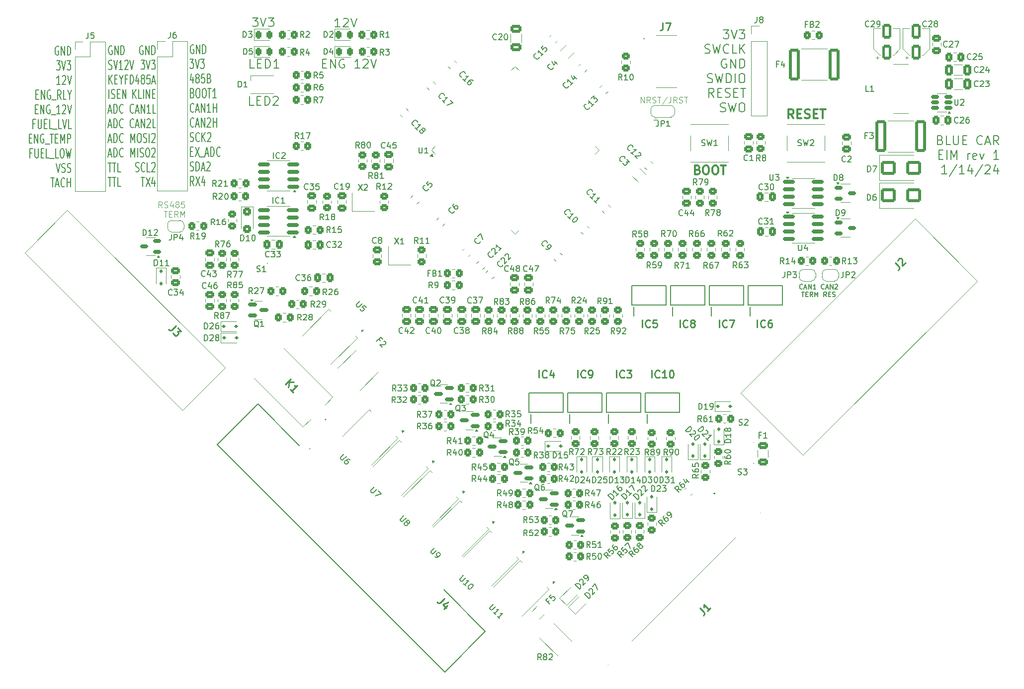
<source format=gbr>
%TF.GenerationSoftware,KiCad,Pcbnew,8.0.3*%
%TF.CreationDate,2025-01-15T13:42:05-05:00*%
%TF.ProjectId,EIM,45494d2e-6b69-4636-9164-5f7063625858,rev?*%
%TF.SameCoordinates,Original*%
%TF.FileFunction,Legend,Top*%
%TF.FilePolarity,Positive*%
%FSLAX46Y46*%
G04 Gerber Fmt 4.6, Leading zero omitted, Abs format (unit mm)*
G04 Created by KiCad (PCBNEW 8.0.3) date 2025-01-15 13:42:05*
%MOMM*%
%LPD*%
G01*
G04 APERTURE LIST*
G04 Aperture macros list*
%AMRoundRect*
0 Rectangle with rounded corners*
0 $1 Rounding radius*
0 $2 $3 $4 $5 $6 $7 $8 $9 X,Y pos of 4 corners*
0 Add a 4 corners polygon primitive as box body*
4,1,4,$2,$3,$4,$5,$6,$7,$8,$9,$2,$3,0*
0 Add four circle primitives for the rounded corners*
1,1,$1+$1,$2,$3*
1,1,$1+$1,$4,$5*
1,1,$1+$1,$6,$7*
1,1,$1+$1,$8,$9*
0 Add four rect primitives between the rounded corners*
20,1,$1+$1,$2,$3,$4,$5,0*
20,1,$1+$1,$4,$5,$6,$7,0*
20,1,$1+$1,$6,$7,$8,$9,0*
20,1,$1+$1,$8,$9,$2,$3,0*%
%AMRotRect*
0 Rectangle, with rotation*
0 The origin of the aperture is its center*
0 $1 length*
0 $2 width*
0 $3 Rotation angle, in degrees counterclockwise*
0 Add horizontal line*
21,1,$1,$2,0,0,$3*%
%AMFreePoly0*
4,1,19,0.500000,-0.750000,0.000000,-0.750000,0.000000,-0.744911,-0.071157,-0.744911,-0.207708,-0.704816,-0.327430,-0.627875,-0.420627,-0.520320,-0.479746,-0.390866,-0.500000,-0.250000,-0.500000,0.250000,-0.479746,0.390866,-0.420627,0.520320,-0.327430,0.627875,-0.207708,0.704816,-0.071157,0.744911,0.000000,0.744911,0.000000,0.750000,0.500000,0.750000,0.500000,-0.750000,0.500000,-0.750000,
$1*%
%AMFreePoly1*
4,1,19,0.000000,0.744911,0.071157,0.744911,0.207708,0.704816,0.327430,0.627875,0.420627,0.520320,0.479746,0.390866,0.500000,0.250000,0.500000,-0.250000,0.479746,-0.390866,0.420627,-0.520320,0.327430,-0.627875,0.207708,-0.704816,0.071157,-0.744911,0.000000,-0.744911,0.000000,-0.750000,-0.500000,-0.750000,-0.500000,0.750000,0.000000,0.750000,0.000000,0.744911,0.000000,0.744911,
$1*%
%AMFreePoly2*
4,1,19,0.550000,-0.750000,0.000000,-0.750000,0.000000,-0.744911,-0.071157,-0.744911,-0.207708,-0.704816,-0.327430,-0.627875,-0.420627,-0.520320,-0.479746,-0.390866,-0.500000,-0.250000,-0.500000,0.250000,-0.479746,0.390866,-0.420627,0.520320,-0.327430,0.627875,-0.207708,0.704816,-0.071157,0.744911,0.000000,0.744911,0.000000,0.750000,0.550000,0.750000,0.550000,-0.750000,0.550000,-0.750000,
$1*%
%AMFreePoly3*
4,1,19,0.000000,0.744911,0.071157,0.744911,0.207708,0.704816,0.327430,0.627875,0.420627,0.520320,0.479746,0.390866,0.500000,0.250000,0.500000,-0.250000,0.479746,-0.390866,0.420627,-0.520320,0.327430,-0.627875,0.207708,-0.704816,0.071157,-0.744911,0.000000,-0.744911,0.000000,-0.750000,-0.550000,-0.750000,-0.550000,0.750000,0.000000,0.750000,0.000000,0.744911,0.000000,0.744911,
$1*%
G04 Aperture macros list end*
%ADD10C,0.300000*%
%ADD11C,0.200000*%
%ADD12C,0.150000*%
%ADD13C,0.100000*%
%ADD14C,0.125000*%
%ADD15C,0.254000*%
%ADD16C,0.120000*%
%ADD17C,0.038910*%
%ADD18RoundRect,0.250000X0.350000X0.450000X-0.350000X0.450000X-0.350000X-0.450000X0.350000X-0.450000X0*%
%ADD19RoundRect,0.250000X-0.350000X-0.450000X0.350000X-0.450000X0.350000X0.450000X-0.350000X0.450000X0*%
%ADD20R,0.700000X1.550000*%
%ADD21RoundRect,0.200000X0.494975X0.777817X-0.777817X-0.494975X-0.494975X-0.777817X0.777817X0.494975X0*%
%ADD22RoundRect,0.249997X0.212132X3.959802X-3.959802X-0.212132X-0.212132X-3.959802X3.959802X0.212132X0*%
%ADD23R,1.700000X1.700000*%
%ADD24O,1.700000X1.700000*%
%ADD25RoundRect,0.250000X-0.097227X0.574524X-0.574524X0.097227X0.097227X-0.574524X0.574524X-0.097227X0*%
%ADD26RoundRect,0.250000X0.574524X0.097227X0.097227X0.574524X-0.574524X-0.097227X-0.097227X-0.574524X0*%
%ADD27RoundRect,0.250000X-0.475000X0.337500X-0.475000X-0.337500X0.475000X-0.337500X0.475000X0.337500X0*%
%ADD28RoundRect,0.250000X-0.450000X0.350000X-0.450000X-0.350000X0.450000X-0.350000X0.450000X0.350000X0*%
%ADD29RoundRect,0.150000X0.587500X0.150000X-0.587500X0.150000X-0.587500X-0.150000X0.587500X-0.150000X0*%
%ADD30FreePoly0,0.000000*%
%ADD31FreePoly1,0.000000*%
%ADD32RoundRect,0.112500X-0.053033X-0.212132X0.212132X0.053033X0.053033X0.212132X-0.212132X-0.053033X0*%
%ADD33RoundRect,0.250000X0.475000X-0.337500X0.475000X0.337500X-0.475000X0.337500X-0.475000X-0.337500X0*%
%ADD34RoundRect,0.243750X-0.243750X-0.456250X0.243750X-0.456250X0.243750X0.456250X-0.243750X0.456250X0*%
%ADD35R,1.550000X1.300000*%
%ADD36RoundRect,0.250000X-0.450000X0.400000X-0.450000X-0.400000X0.450000X-0.400000X0.450000X0.400000X0*%
%ADD37RoundRect,0.112500X-0.112500X0.187500X-0.112500X-0.187500X0.112500X-0.187500X0.112500X0.187500X0*%
%ADD38C,2.550000*%
%ADD39C,1.650000*%
%ADD40RoundRect,0.250000X-0.337500X-0.475000X0.337500X-0.475000X0.337500X0.475000X-0.337500X0.475000X0*%
%ADD41R,0.500000X0.400000*%
%ADD42R,0.500000X0.750000*%
%ADD43R,0.500000X1.300000*%
%ADD44RoundRect,0.250000X0.450000X-0.350000X0.450000X0.350000X-0.450000X0.350000X-0.450000X-0.350000X0*%
%ADD45RoundRect,0.250000X-0.325000X-0.450000X0.325000X-0.450000X0.325000X0.450000X-0.325000X0.450000X0*%
%ADD46RoundRect,0.112500X0.112500X-0.187500X0.112500X0.187500X-0.112500X0.187500X-0.112500X-0.187500X0*%
%ADD47C,3.200000*%
%ADD48RoundRect,0.250000X0.550000X-1.050000X0.550000X1.050000X-0.550000X1.050000X-0.550000X-1.050000X0*%
%ADD49RoundRect,0.150000X-0.587500X-0.150000X0.587500X-0.150000X0.587500X0.150000X-0.587500X0.150000X0*%
%ADD50RoundRect,0.250000X-0.412500X-0.650000X0.412500X-0.650000X0.412500X0.650000X-0.412500X0.650000X0*%
%ADD51RoundRect,0.250000X-0.625000X0.375000X-0.625000X-0.375000X0.625000X-0.375000X0.625000X0.375000X0*%
%ADD52RoundRect,0.250000X0.070711X-0.565685X0.565685X-0.070711X-0.070711X0.565685X-0.565685X0.070711X0*%
%ADD53RoundRect,0.250000X-1.246276X2.253903X-2.253903X1.246276X1.246276X-2.253903X2.253903X-1.246276X0*%
%ADD54RoundRect,0.250000X0.097227X-0.574524X0.574524X-0.097227X-0.097227X0.574524X-0.574524X0.097227X0*%
%ADD55RoundRect,0.250000X0.176777X-0.707107X0.707107X-0.176777X-0.176777X0.707107X-0.707107X0.176777X0*%
%ADD56RoundRect,0.075000X-0.415425X-0.521491X0.521491X0.415425X0.415425X0.521491X-0.521491X-0.415425X0*%
%ADD57RoundRect,0.075000X0.415425X-0.521491X0.521491X-0.415425X-0.415425X0.521491X-0.521491X0.415425X0*%
%ADD58R,2.790000X0.740000*%
%ADD59RoundRect,0.250000X1.263953X0.751301X0.751301X1.263953X-1.263953X-0.751301X-0.751301X-1.263953X0*%
%ADD60RoundRect,0.250000X-0.574524X-0.097227X-0.097227X-0.574524X0.574524X0.097227X0.097227X0.574524X0*%
%ADD61R,1.300000X1.100000*%
%ADD62RoundRect,0.250000X-1.000000X-0.900000X1.000000X-0.900000X1.000000X0.900000X-1.000000X0.900000X0*%
%ADD63RoundRect,0.150000X0.825000X0.150000X-0.825000X0.150000X-0.825000X-0.150000X0.825000X-0.150000X0*%
%ADD64RoundRect,0.150000X-0.825000X-0.150000X0.825000X-0.150000X0.825000X0.150000X-0.825000X0.150000X0*%
%ADD65RoundRect,0.112500X-0.187500X-0.112500X0.187500X-0.112500X0.187500X0.112500X-0.187500X0.112500X0*%
%ADD66RoundRect,0.150000X0.512500X0.150000X-0.512500X0.150000X-0.512500X-0.150000X0.512500X-0.150000X0*%
%ADD67RoundRect,0.250000X-0.167938X0.751301X-0.751301X0.167938X0.167938X-0.751301X0.751301X-0.167938X0*%
%ADD68R,2.600000X8.200000*%
%ADD69RoundRect,0.250000X0.650000X-0.412500X0.650000X0.412500X-0.650000X0.412500X-0.650000X-0.412500X0*%
%ADD70C,4.000000*%
%ADD71RotRect,2.250000X2.250000X315.000000*%
%ADD72C,2.250000*%
%ADD73RoundRect,0.250000X-0.712500X-2.475000X0.712500X-2.475000X0.712500X2.475000X-0.712500X2.475000X0*%
%ADD74RoundRect,0.150000X-0.512500X-0.150000X0.512500X-0.150000X0.512500X0.150000X-0.512500X0.150000X0*%
%ADD75RoundRect,0.250000X0.751301X0.167938X0.167938X0.751301X-0.751301X-0.167938X-0.167938X-0.751301X0*%
%ADD76C,4.050000*%
%ADD77C,2.310000*%
%ADD78C,4.800000*%
%ADD79RoundRect,0.250000X0.712500X2.475000X-0.712500X2.475000X-0.712500X-2.475000X0.712500X-2.475000X0*%
%ADD80RoundRect,0.250000X0.337500X0.475000X-0.337500X0.475000X-0.337500X-0.475000X0.337500X-0.475000X0*%
%ADD81C,6.000000*%
%ADD82FreePoly2,0.000000*%
%ADD83R,1.000000X1.500000*%
%ADD84FreePoly3,0.000000*%
%ADD85R,1.000000X0.800000*%
G04 APERTURE END LIST*
D10*
X144404510Y-93315114D02*
X144618796Y-93386542D01*
X144618796Y-93386542D02*
X144690225Y-93457971D01*
X144690225Y-93457971D02*
X144761653Y-93600828D01*
X144761653Y-93600828D02*
X144761653Y-93815114D01*
X144761653Y-93815114D02*
X144690225Y-93957971D01*
X144690225Y-93957971D02*
X144618796Y-94029400D01*
X144618796Y-94029400D02*
X144475939Y-94100828D01*
X144475939Y-94100828D02*
X143904510Y-94100828D01*
X143904510Y-94100828D02*
X143904510Y-92600828D01*
X143904510Y-92600828D02*
X144404510Y-92600828D01*
X144404510Y-92600828D02*
X144547368Y-92672257D01*
X144547368Y-92672257D02*
X144618796Y-92743685D01*
X144618796Y-92743685D02*
X144690225Y-92886542D01*
X144690225Y-92886542D02*
X144690225Y-93029400D01*
X144690225Y-93029400D02*
X144618796Y-93172257D01*
X144618796Y-93172257D02*
X144547368Y-93243685D01*
X144547368Y-93243685D02*
X144404510Y-93315114D01*
X144404510Y-93315114D02*
X143904510Y-93315114D01*
X145690225Y-92600828D02*
X145975939Y-92600828D01*
X145975939Y-92600828D02*
X146118796Y-92672257D01*
X146118796Y-92672257D02*
X146261653Y-92815114D01*
X146261653Y-92815114D02*
X146333082Y-93100828D01*
X146333082Y-93100828D02*
X146333082Y-93600828D01*
X146333082Y-93600828D02*
X146261653Y-93886542D01*
X146261653Y-93886542D02*
X146118796Y-94029400D01*
X146118796Y-94029400D02*
X145975939Y-94100828D01*
X145975939Y-94100828D02*
X145690225Y-94100828D01*
X145690225Y-94100828D02*
X145547368Y-94029400D01*
X145547368Y-94029400D02*
X145404510Y-93886542D01*
X145404510Y-93886542D02*
X145333082Y-93600828D01*
X145333082Y-93600828D02*
X145333082Y-93100828D01*
X145333082Y-93100828D02*
X145404510Y-92815114D01*
X145404510Y-92815114D02*
X145547368Y-92672257D01*
X145547368Y-92672257D02*
X145690225Y-92600828D01*
X147261654Y-92600828D02*
X147547368Y-92600828D01*
X147547368Y-92600828D02*
X147690225Y-92672257D01*
X147690225Y-92672257D02*
X147833082Y-92815114D01*
X147833082Y-92815114D02*
X147904511Y-93100828D01*
X147904511Y-93100828D02*
X147904511Y-93600828D01*
X147904511Y-93600828D02*
X147833082Y-93886542D01*
X147833082Y-93886542D02*
X147690225Y-94029400D01*
X147690225Y-94029400D02*
X147547368Y-94100828D01*
X147547368Y-94100828D02*
X147261654Y-94100828D01*
X147261654Y-94100828D02*
X147118797Y-94029400D01*
X147118797Y-94029400D02*
X146975939Y-93886542D01*
X146975939Y-93886542D02*
X146904511Y-93600828D01*
X146904511Y-93600828D02*
X146904511Y-93100828D01*
X146904511Y-93100828D02*
X146975939Y-92815114D01*
X146975939Y-92815114D02*
X147118797Y-92672257D01*
X147118797Y-92672257D02*
X147261654Y-92600828D01*
X148333083Y-92600828D02*
X149190226Y-92600828D01*
X148761654Y-94100828D02*
X148761654Y-92600828D01*
D11*
X80488720Y-75220314D02*
X80988720Y-75220314D01*
X81203006Y-76006028D02*
X80488720Y-76006028D01*
X80488720Y-76006028D02*
X80488720Y-74506028D01*
X80488720Y-74506028D02*
X81203006Y-74506028D01*
X81845863Y-76006028D02*
X81845863Y-74506028D01*
X81845863Y-74506028D02*
X82703006Y-76006028D01*
X82703006Y-76006028D02*
X82703006Y-74506028D01*
X84203007Y-74577457D02*
X84060150Y-74506028D01*
X84060150Y-74506028D02*
X83845864Y-74506028D01*
X83845864Y-74506028D02*
X83631578Y-74577457D01*
X83631578Y-74577457D02*
X83488721Y-74720314D01*
X83488721Y-74720314D02*
X83417292Y-74863171D01*
X83417292Y-74863171D02*
X83345864Y-75148885D01*
X83345864Y-75148885D02*
X83345864Y-75363171D01*
X83345864Y-75363171D02*
X83417292Y-75648885D01*
X83417292Y-75648885D02*
X83488721Y-75791742D01*
X83488721Y-75791742D02*
X83631578Y-75934600D01*
X83631578Y-75934600D02*
X83845864Y-76006028D01*
X83845864Y-76006028D02*
X83988721Y-76006028D01*
X83988721Y-76006028D02*
X84203007Y-75934600D01*
X84203007Y-75934600D02*
X84274435Y-75863171D01*
X84274435Y-75863171D02*
X84274435Y-75363171D01*
X84274435Y-75363171D02*
X83988721Y-75363171D01*
X86845864Y-76006028D02*
X85988721Y-76006028D01*
X86417292Y-76006028D02*
X86417292Y-74506028D01*
X86417292Y-74506028D02*
X86274435Y-74720314D01*
X86274435Y-74720314D02*
X86131578Y-74863171D01*
X86131578Y-74863171D02*
X85988721Y-74934600D01*
X87417292Y-74648885D02*
X87488720Y-74577457D01*
X87488720Y-74577457D02*
X87631578Y-74506028D01*
X87631578Y-74506028D02*
X87988720Y-74506028D01*
X87988720Y-74506028D02*
X88131578Y-74577457D01*
X88131578Y-74577457D02*
X88203006Y-74648885D01*
X88203006Y-74648885D02*
X88274435Y-74791742D01*
X88274435Y-74791742D02*
X88274435Y-74934600D01*
X88274435Y-74934600D02*
X88203006Y-75148885D01*
X88203006Y-75148885D02*
X87345863Y-76006028D01*
X87345863Y-76006028D02*
X88274435Y-76006028D01*
X88703006Y-74506028D02*
X89203006Y-76006028D01*
X89203006Y-76006028D02*
X89703006Y-74506028D01*
X68545863Y-67406028D02*
X69474435Y-67406028D01*
X69474435Y-67406028D02*
X68974435Y-67977457D01*
X68974435Y-67977457D02*
X69188720Y-67977457D01*
X69188720Y-67977457D02*
X69331578Y-68048885D01*
X69331578Y-68048885D02*
X69403006Y-68120314D01*
X69403006Y-68120314D02*
X69474435Y-68263171D01*
X69474435Y-68263171D02*
X69474435Y-68620314D01*
X69474435Y-68620314D02*
X69403006Y-68763171D01*
X69403006Y-68763171D02*
X69331578Y-68834600D01*
X69331578Y-68834600D02*
X69188720Y-68906028D01*
X69188720Y-68906028D02*
X68760149Y-68906028D01*
X68760149Y-68906028D02*
X68617292Y-68834600D01*
X68617292Y-68834600D02*
X68545863Y-68763171D01*
X69903006Y-67406028D02*
X70403006Y-68906028D01*
X70403006Y-68906028D02*
X70903006Y-67406028D01*
X71260148Y-67406028D02*
X72188720Y-67406028D01*
X72188720Y-67406028D02*
X71688720Y-67977457D01*
X71688720Y-67977457D02*
X71903005Y-67977457D01*
X71903005Y-67977457D02*
X72045863Y-68048885D01*
X72045863Y-68048885D02*
X72117291Y-68120314D01*
X72117291Y-68120314D02*
X72188720Y-68263171D01*
X72188720Y-68263171D02*
X72188720Y-68620314D01*
X72188720Y-68620314D02*
X72117291Y-68763171D01*
X72117291Y-68763171D02*
X72045863Y-68834600D01*
X72045863Y-68834600D02*
X71903005Y-68906028D01*
X71903005Y-68906028D02*
X71474434Y-68906028D01*
X71474434Y-68906028D02*
X71331577Y-68834600D01*
X71331577Y-68834600D02*
X71260148Y-68763171D01*
X68903006Y-76006028D02*
X68188720Y-76006028D01*
X68188720Y-76006028D02*
X68188720Y-74506028D01*
X69403006Y-75220314D02*
X69903006Y-75220314D01*
X70117292Y-76006028D02*
X69403006Y-76006028D01*
X69403006Y-76006028D02*
X69403006Y-74506028D01*
X69403006Y-74506028D02*
X70117292Y-74506028D01*
X70760149Y-76006028D02*
X70760149Y-74506028D01*
X70760149Y-74506028D02*
X71117292Y-74506028D01*
X71117292Y-74506028D02*
X71331578Y-74577457D01*
X71331578Y-74577457D02*
X71474435Y-74720314D01*
X71474435Y-74720314D02*
X71545864Y-74863171D01*
X71545864Y-74863171D02*
X71617292Y-75148885D01*
X71617292Y-75148885D02*
X71617292Y-75363171D01*
X71617292Y-75363171D02*
X71545864Y-75648885D01*
X71545864Y-75648885D02*
X71474435Y-75791742D01*
X71474435Y-75791742D02*
X71331578Y-75934600D01*
X71331578Y-75934600D02*
X71117292Y-76006028D01*
X71117292Y-76006028D02*
X70760149Y-76006028D01*
X73045864Y-76006028D02*
X72188721Y-76006028D01*
X72617292Y-76006028D02*
X72617292Y-74506028D01*
X72617292Y-74506028D02*
X72474435Y-74720314D01*
X72474435Y-74720314D02*
X72331578Y-74863171D01*
X72331578Y-74863171D02*
X72188721Y-74934600D01*
D12*
X162257143Y-113580149D02*
X162219047Y-113618245D01*
X162219047Y-113618245D02*
X162104762Y-113656340D01*
X162104762Y-113656340D02*
X162028571Y-113656340D01*
X162028571Y-113656340D02*
X161914285Y-113618245D01*
X161914285Y-113618245D02*
X161838095Y-113542054D01*
X161838095Y-113542054D02*
X161800000Y-113465864D01*
X161800000Y-113465864D02*
X161761904Y-113313483D01*
X161761904Y-113313483D02*
X161761904Y-113199197D01*
X161761904Y-113199197D02*
X161800000Y-113046816D01*
X161800000Y-113046816D02*
X161838095Y-112970625D01*
X161838095Y-112970625D02*
X161914285Y-112894435D01*
X161914285Y-112894435D02*
X162028571Y-112856340D01*
X162028571Y-112856340D02*
X162104762Y-112856340D01*
X162104762Y-112856340D02*
X162219047Y-112894435D01*
X162219047Y-112894435D02*
X162257143Y-112932530D01*
X162561904Y-113427768D02*
X162942857Y-113427768D01*
X162485714Y-113656340D02*
X162752381Y-112856340D01*
X162752381Y-112856340D02*
X163019047Y-113656340D01*
X163285714Y-113656340D02*
X163285714Y-112856340D01*
X163285714Y-112856340D02*
X163742857Y-113656340D01*
X163742857Y-113656340D02*
X163742857Y-112856340D01*
X164542856Y-113656340D02*
X164085713Y-113656340D01*
X164314285Y-113656340D02*
X164314285Y-112856340D01*
X164314285Y-112856340D02*
X164238094Y-112970625D01*
X164238094Y-112970625D02*
X164161904Y-113046816D01*
X164161904Y-113046816D02*
X164085713Y-113084911D01*
X165952381Y-113580149D02*
X165914285Y-113618245D01*
X165914285Y-113618245D02*
X165800000Y-113656340D01*
X165800000Y-113656340D02*
X165723809Y-113656340D01*
X165723809Y-113656340D02*
X165609523Y-113618245D01*
X165609523Y-113618245D02*
X165533333Y-113542054D01*
X165533333Y-113542054D02*
X165495238Y-113465864D01*
X165495238Y-113465864D02*
X165457142Y-113313483D01*
X165457142Y-113313483D02*
X165457142Y-113199197D01*
X165457142Y-113199197D02*
X165495238Y-113046816D01*
X165495238Y-113046816D02*
X165533333Y-112970625D01*
X165533333Y-112970625D02*
X165609523Y-112894435D01*
X165609523Y-112894435D02*
X165723809Y-112856340D01*
X165723809Y-112856340D02*
X165800000Y-112856340D01*
X165800000Y-112856340D02*
X165914285Y-112894435D01*
X165914285Y-112894435D02*
X165952381Y-112932530D01*
X166257142Y-113427768D02*
X166638095Y-113427768D01*
X166180952Y-113656340D02*
X166447619Y-112856340D01*
X166447619Y-112856340D02*
X166714285Y-113656340D01*
X166980952Y-113656340D02*
X166980952Y-112856340D01*
X166980952Y-112856340D02*
X167438095Y-113656340D01*
X167438095Y-113656340D02*
X167438095Y-112856340D01*
X167780951Y-112932530D02*
X167819047Y-112894435D01*
X167819047Y-112894435D02*
X167895237Y-112856340D01*
X167895237Y-112856340D02*
X168085713Y-112856340D01*
X168085713Y-112856340D02*
X168161904Y-112894435D01*
X168161904Y-112894435D02*
X168199999Y-112932530D01*
X168199999Y-112932530D02*
X168238094Y-113008721D01*
X168238094Y-113008721D02*
X168238094Y-113084911D01*
X168238094Y-113084911D02*
X168199999Y-113199197D01*
X168199999Y-113199197D02*
X167742856Y-113656340D01*
X167742856Y-113656340D02*
X168238094Y-113656340D01*
X162104761Y-114144295D02*
X162561904Y-114144295D01*
X162333332Y-114944295D02*
X162333332Y-114144295D01*
X162828571Y-114525247D02*
X163095237Y-114525247D01*
X163209523Y-114944295D02*
X162828571Y-114944295D01*
X162828571Y-114944295D02*
X162828571Y-114144295D01*
X162828571Y-114144295D02*
X163209523Y-114144295D01*
X164009524Y-114944295D02*
X163742857Y-114563342D01*
X163552381Y-114944295D02*
X163552381Y-114144295D01*
X163552381Y-114144295D02*
X163857143Y-114144295D01*
X163857143Y-114144295D02*
X163933333Y-114182390D01*
X163933333Y-114182390D02*
X163971428Y-114220485D01*
X163971428Y-114220485D02*
X164009524Y-114296676D01*
X164009524Y-114296676D02*
X164009524Y-114410961D01*
X164009524Y-114410961D02*
X163971428Y-114487152D01*
X163971428Y-114487152D02*
X163933333Y-114525247D01*
X163933333Y-114525247D02*
X163857143Y-114563342D01*
X163857143Y-114563342D02*
X163552381Y-114563342D01*
X164352381Y-114944295D02*
X164352381Y-114144295D01*
X164352381Y-114144295D02*
X164619047Y-114715723D01*
X164619047Y-114715723D02*
X164885714Y-114144295D01*
X164885714Y-114144295D02*
X164885714Y-114944295D01*
X166333334Y-114944295D02*
X166066667Y-114563342D01*
X165876191Y-114944295D02*
X165876191Y-114144295D01*
X165876191Y-114144295D02*
X166180953Y-114144295D01*
X166180953Y-114144295D02*
X166257143Y-114182390D01*
X166257143Y-114182390D02*
X166295238Y-114220485D01*
X166295238Y-114220485D02*
X166333334Y-114296676D01*
X166333334Y-114296676D02*
X166333334Y-114410961D01*
X166333334Y-114410961D02*
X166295238Y-114487152D01*
X166295238Y-114487152D02*
X166257143Y-114525247D01*
X166257143Y-114525247D02*
X166180953Y-114563342D01*
X166180953Y-114563342D02*
X165876191Y-114563342D01*
X166676191Y-114525247D02*
X166942857Y-114525247D01*
X167057143Y-114944295D02*
X166676191Y-114944295D01*
X166676191Y-114944295D02*
X166676191Y-114144295D01*
X166676191Y-114144295D02*
X167057143Y-114144295D01*
X167361905Y-114906200D02*
X167476191Y-114944295D01*
X167476191Y-114944295D02*
X167666667Y-114944295D01*
X167666667Y-114944295D02*
X167742858Y-114906200D01*
X167742858Y-114906200D02*
X167780953Y-114868104D01*
X167780953Y-114868104D02*
X167819048Y-114791914D01*
X167819048Y-114791914D02*
X167819048Y-114715723D01*
X167819048Y-114715723D02*
X167780953Y-114639533D01*
X167780953Y-114639533D02*
X167742858Y-114601438D01*
X167742858Y-114601438D02*
X167666667Y-114563342D01*
X167666667Y-114563342D02*
X167514286Y-114525247D01*
X167514286Y-114525247D02*
X167438096Y-114487152D01*
X167438096Y-114487152D02*
X167400001Y-114449057D01*
X167400001Y-114449057D02*
X167361905Y-114372866D01*
X167361905Y-114372866D02*
X167361905Y-114296676D01*
X167361905Y-114296676D02*
X167400001Y-114220485D01*
X167400001Y-114220485D02*
X167438096Y-114182390D01*
X167438096Y-114182390D02*
X167514286Y-114144295D01*
X167514286Y-114144295D02*
X167704763Y-114144295D01*
X167704763Y-114144295D02*
X167819048Y-114182390D01*
D11*
X44643482Y-72237219D02*
X44548244Y-72163409D01*
X44548244Y-72163409D02*
X44405387Y-72163409D01*
X44405387Y-72163409D02*
X44262530Y-72237219D01*
X44262530Y-72237219D02*
X44167292Y-72384838D01*
X44167292Y-72384838D02*
X44119673Y-72532457D01*
X44119673Y-72532457D02*
X44072054Y-72827695D01*
X44072054Y-72827695D02*
X44072054Y-73049123D01*
X44072054Y-73049123D02*
X44119673Y-73344361D01*
X44119673Y-73344361D02*
X44167292Y-73491980D01*
X44167292Y-73491980D02*
X44262530Y-73639600D01*
X44262530Y-73639600D02*
X44405387Y-73713409D01*
X44405387Y-73713409D02*
X44500625Y-73713409D01*
X44500625Y-73713409D02*
X44643482Y-73639600D01*
X44643482Y-73639600D02*
X44691101Y-73565790D01*
X44691101Y-73565790D02*
X44691101Y-73049123D01*
X44691101Y-73049123D02*
X44500625Y-73049123D01*
X45119673Y-73713409D02*
X45119673Y-72163409D01*
X45119673Y-72163409D02*
X45691101Y-73713409D01*
X45691101Y-73713409D02*
X45691101Y-72163409D01*
X46167292Y-73713409D02*
X46167292Y-72163409D01*
X46167292Y-72163409D02*
X46405387Y-72163409D01*
X46405387Y-72163409D02*
X46548244Y-72237219D01*
X46548244Y-72237219D02*
X46643482Y-72384838D01*
X46643482Y-72384838D02*
X46691101Y-72532457D01*
X46691101Y-72532457D02*
X46738720Y-72827695D01*
X46738720Y-72827695D02*
X46738720Y-73049123D01*
X46738720Y-73049123D02*
X46691101Y-73344361D01*
X46691101Y-73344361D02*
X46643482Y-73491980D01*
X46643482Y-73491980D02*
X46548244Y-73639600D01*
X46548244Y-73639600D02*
X46405387Y-73713409D01*
X46405387Y-73713409D02*
X46167292Y-73713409D01*
X44072054Y-76135013D02*
X44214911Y-76208822D01*
X44214911Y-76208822D02*
X44453006Y-76208822D01*
X44453006Y-76208822D02*
X44548244Y-76135013D01*
X44548244Y-76135013D02*
X44595863Y-76061203D01*
X44595863Y-76061203D02*
X44643482Y-75913584D01*
X44643482Y-75913584D02*
X44643482Y-75765965D01*
X44643482Y-75765965D02*
X44595863Y-75618346D01*
X44595863Y-75618346D02*
X44548244Y-75544536D01*
X44548244Y-75544536D02*
X44453006Y-75470727D01*
X44453006Y-75470727D02*
X44262530Y-75396917D01*
X44262530Y-75396917D02*
X44167292Y-75323108D01*
X44167292Y-75323108D02*
X44119673Y-75249298D01*
X44119673Y-75249298D02*
X44072054Y-75101679D01*
X44072054Y-75101679D02*
X44072054Y-74954060D01*
X44072054Y-74954060D02*
X44119673Y-74806441D01*
X44119673Y-74806441D02*
X44167292Y-74732632D01*
X44167292Y-74732632D02*
X44262530Y-74658822D01*
X44262530Y-74658822D02*
X44500625Y-74658822D01*
X44500625Y-74658822D02*
X44643482Y-74732632D01*
X44929197Y-74658822D02*
X45262530Y-76208822D01*
X45262530Y-76208822D02*
X45595863Y-74658822D01*
X46453006Y-76208822D02*
X45881578Y-76208822D01*
X46167292Y-76208822D02*
X46167292Y-74658822D01*
X46167292Y-74658822D02*
X46072054Y-74880251D01*
X46072054Y-74880251D02*
X45976816Y-75027870D01*
X45976816Y-75027870D02*
X45881578Y-75101679D01*
X46833959Y-74806441D02*
X46881578Y-74732632D01*
X46881578Y-74732632D02*
X46976816Y-74658822D01*
X46976816Y-74658822D02*
X47214911Y-74658822D01*
X47214911Y-74658822D02*
X47310149Y-74732632D01*
X47310149Y-74732632D02*
X47357768Y-74806441D01*
X47357768Y-74806441D02*
X47405387Y-74954060D01*
X47405387Y-74954060D02*
X47405387Y-75101679D01*
X47405387Y-75101679D02*
X47357768Y-75323108D01*
X47357768Y-75323108D02*
X46786340Y-76208822D01*
X46786340Y-76208822D02*
X47405387Y-76208822D01*
X47691102Y-74658822D02*
X48024435Y-76208822D01*
X48024435Y-76208822D02*
X48357768Y-74658822D01*
X44119673Y-78704235D02*
X44119673Y-77154235D01*
X44691101Y-78704235D02*
X44262530Y-77818521D01*
X44691101Y-77154235D02*
X44119673Y-78039949D01*
X45119673Y-77892330D02*
X45453006Y-77892330D01*
X45595863Y-78704235D02*
X45119673Y-78704235D01*
X45119673Y-78704235D02*
X45119673Y-77154235D01*
X45119673Y-77154235D02*
X45595863Y-77154235D01*
X46214911Y-77966140D02*
X46214911Y-78704235D01*
X45881578Y-77154235D02*
X46214911Y-77966140D01*
X46214911Y-77966140D02*
X46548244Y-77154235D01*
X47214911Y-77892330D02*
X46881578Y-77892330D01*
X46881578Y-78704235D02*
X46881578Y-77154235D01*
X46881578Y-77154235D02*
X47357768Y-77154235D01*
X47738721Y-78704235D02*
X47738721Y-77154235D01*
X47738721Y-77154235D02*
X47976816Y-77154235D01*
X47976816Y-77154235D02*
X48119673Y-77228045D01*
X48119673Y-77228045D02*
X48214911Y-77375664D01*
X48214911Y-77375664D02*
X48262530Y-77523283D01*
X48262530Y-77523283D02*
X48310149Y-77818521D01*
X48310149Y-77818521D02*
X48310149Y-78039949D01*
X48310149Y-78039949D02*
X48262530Y-78335187D01*
X48262530Y-78335187D02*
X48214911Y-78482806D01*
X48214911Y-78482806D02*
X48119673Y-78630426D01*
X48119673Y-78630426D02*
X47976816Y-78704235D01*
X47976816Y-78704235D02*
X47738721Y-78704235D01*
X44119673Y-81199648D02*
X44119673Y-79649648D01*
X44548244Y-81125839D02*
X44691101Y-81199648D01*
X44691101Y-81199648D02*
X44929196Y-81199648D01*
X44929196Y-81199648D02*
X45024434Y-81125839D01*
X45024434Y-81125839D02*
X45072053Y-81052029D01*
X45072053Y-81052029D02*
X45119672Y-80904410D01*
X45119672Y-80904410D02*
X45119672Y-80756791D01*
X45119672Y-80756791D02*
X45072053Y-80609172D01*
X45072053Y-80609172D02*
X45024434Y-80535362D01*
X45024434Y-80535362D02*
X44929196Y-80461553D01*
X44929196Y-80461553D02*
X44738720Y-80387743D01*
X44738720Y-80387743D02*
X44643482Y-80313934D01*
X44643482Y-80313934D02*
X44595863Y-80240124D01*
X44595863Y-80240124D02*
X44548244Y-80092505D01*
X44548244Y-80092505D02*
X44548244Y-79944886D01*
X44548244Y-79944886D02*
X44595863Y-79797267D01*
X44595863Y-79797267D02*
X44643482Y-79723458D01*
X44643482Y-79723458D02*
X44738720Y-79649648D01*
X44738720Y-79649648D02*
X44976815Y-79649648D01*
X44976815Y-79649648D02*
X45119672Y-79723458D01*
X45548244Y-80387743D02*
X45881577Y-80387743D01*
X46024434Y-81199648D02*
X45548244Y-81199648D01*
X45548244Y-81199648D02*
X45548244Y-79649648D01*
X45548244Y-79649648D02*
X46024434Y-79649648D01*
X46453006Y-81199648D02*
X46453006Y-79649648D01*
X46453006Y-79649648D02*
X47024434Y-81199648D01*
X47024434Y-81199648D02*
X47024434Y-79649648D01*
X44072054Y-83252204D02*
X44548244Y-83252204D01*
X43976816Y-83695061D02*
X44310149Y-82145061D01*
X44310149Y-82145061D02*
X44643482Y-83695061D01*
X44976816Y-83695061D02*
X44976816Y-82145061D01*
X44976816Y-82145061D02*
X45214911Y-82145061D01*
X45214911Y-82145061D02*
X45357768Y-82218871D01*
X45357768Y-82218871D02*
X45453006Y-82366490D01*
X45453006Y-82366490D02*
X45500625Y-82514109D01*
X45500625Y-82514109D02*
X45548244Y-82809347D01*
X45548244Y-82809347D02*
X45548244Y-83030775D01*
X45548244Y-83030775D02*
X45500625Y-83326013D01*
X45500625Y-83326013D02*
X45453006Y-83473632D01*
X45453006Y-83473632D02*
X45357768Y-83621252D01*
X45357768Y-83621252D02*
X45214911Y-83695061D01*
X45214911Y-83695061D02*
X44976816Y-83695061D01*
X46548244Y-83547442D02*
X46500625Y-83621252D01*
X46500625Y-83621252D02*
X46357768Y-83695061D01*
X46357768Y-83695061D02*
X46262530Y-83695061D01*
X46262530Y-83695061D02*
X46119673Y-83621252D01*
X46119673Y-83621252D02*
X46024435Y-83473632D01*
X46024435Y-83473632D02*
X45976816Y-83326013D01*
X45976816Y-83326013D02*
X45929197Y-83030775D01*
X45929197Y-83030775D02*
X45929197Y-82809347D01*
X45929197Y-82809347D02*
X45976816Y-82514109D01*
X45976816Y-82514109D02*
X46024435Y-82366490D01*
X46024435Y-82366490D02*
X46119673Y-82218871D01*
X46119673Y-82218871D02*
X46262530Y-82145061D01*
X46262530Y-82145061D02*
X46357768Y-82145061D01*
X46357768Y-82145061D02*
X46500625Y-82218871D01*
X46500625Y-82218871D02*
X46548244Y-82292680D01*
X44072054Y-85747617D02*
X44548244Y-85747617D01*
X43976816Y-86190474D02*
X44310149Y-84640474D01*
X44310149Y-84640474D02*
X44643482Y-86190474D01*
X44976816Y-86190474D02*
X44976816Y-84640474D01*
X44976816Y-84640474D02*
X45214911Y-84640474D01*
X45214911Y-84640474D02*
X45357768Y-84714284D01*
X45357768Y-84714284D02*
X45453006Y-84861903D01*
X45453006Y-84861903D02*
X45500625Y-85009522D01*
X45500625Y-85009522D02*
X45548244Y-85304760D01*
X45548244Y-85304760D02*
X45548244Y-85526188D01*
X45548244Y-85526188D02*
X45500625Y-85821426D01*
X45500625Y-85821426D02*
X45453006Y-85969045D01*
X45453006Y-85969045D02*
X45357768Y-86116665D01*
X45357768Y-86116665D02*
X45214911Y-86190474D01*
X45214911Y-86190474D02*
X44976816Y-86190474D01*
X46548244Y-86042855D02*
X46500625Y-86116665D01*
X46500625Y-86116665D02*
X46357768Y-86190474D01*
X46357768Y-86190474D02*
X46262530Y-86190474D01*
X46262530Y-86190474D02*
X46119673Y-86116665D01*
X46119673Y-86116665D02*
X46024435Y-85969045D01*
X46024435Y-85969045D02*
X45976816Y-85821426D01*
X45976816Y-85821426D02*
X45929197Y-85526188D01*
X45929197Y-85526188D02*
X45929197Y-85304760D01*
X45929197Y-85304760D02*
X45976816Y-85009522D01*
X45976816Y-85009522D02*
X46024435Y-84861903D01*
X46024435Y-84861903D02*
X46119673Y-84714284D01*
X46119673Y-84714284D02*
X46262530Y-84640474D01*
X46262530Y-84640474D02*
X46357768Y-84640474D01*
X46357768Y-84640474D02*
X46500625Y-84714284D01*
X46500625Y-84714284D02*
X46548244Y-84788093D01*
X44072054Y-88243030D02*
X44548244Y-88243030D01*
X43976816Y-88685887D02*
X44310149Y-87135887D01*
X44310149Y-87135887D02*
X44643482Y-88685887D01*
X44976816Y-88685887D02*
X44976816Y-87135887D01*
X44976816Y-87135887D02*
X45214911Y-87135887D01*
X45214911Y-87135887D02*
X45357768Y-87209697D01*
X45357768Y-87209697D02*
X45453006Y-87357316D01*
X45453006Y-87357316D02*
X45500625Y-87504935D01*
X45500625Y-87504935D02*
X45548244Y-87800173D01*
X45548244Y-87800173D02*
X45548244Y-88021601D01*
X45548244Y-88021601D02*
X45500625Y-88316839D01*
X45500625Y-88316839D02*
X45453006Y-88464458D01*
X45453006Y-88464458D02*
X45357768Y-88612078D01*
X45357768Y-88612078D02*
X45214911Y-88685887D01*
X45214911Y-88685887D02*
X44976816Y-88685887D01*
X46548244Y-88538268D02*
X46500625Y-88612078D01*
X46500625Y-88612078D02*
X46357768Y-88685887D01*
X46357768Y-88685887D02*
X46262530Y-88685887D01*
X46262530Y-88685887D02*
X46119673Y-88612078D01*
X46119673Y-88612078D02*
X46024435Y-88464458D01*
X46024435Y-88464458D02*
X45976816Y-88316839D01*
X45976816Y-88316839D02*
X45929197Y-88021601D01*
X45929197Y-88021601D02*
X45929197Y-87800173D01*
X45929197Y-87800173D02*
X45976816Y-87504935D01*
X45976816Y-87504935D02*
X46024435Y-87357316D01*
X46024435Y-87357316D02*
X46119673Y-87209697D01*
X46119673Y-87209697D02*
X46262530Y-87135887D01*
X46262530Y-87135887D02*
X46357768Y-87135887D01*
X46357768Y-87135887D02*
X46500625Y-87209697D01*
X46500625Y-87209697D02*
X46548244Y-87283506D01*
X44072054Y-90738443D02*
X44548244Y-90738443D01*
X43976816Y-91181300D02*
X44310149Y-89631300D01*
X44310149Y-89631300D02*
X44643482Y-91181300D01*
X44976816Y-91181300D02*
X44976816Y-89631300D01*
X44976816Y-89631300D02*
X45214911Y-89631300D01*
X45214911Y-89631300D02*
X45357768Y-89705110D01*
X45357768Y-89705110D02*
X45453006Y-89852729D01*
X45453006Y-89852729D02*
X45500625Y-90000348D01*
X45500625Y-90000348D02*
X45548244Y-90295586D01*
X45548244Y-90295586D02*
X45548244Y-90517014D01*
X45548244Y-90517014D02*
X45500625Y-90812252D01*
X45500625Y-90812252D02*
X45453006Y-90959871D01*
X45453006Y-90959871D02*
X45357768Y-91107491D01*
X45357768Y-91107491D02*
X45214911Y-91181300D01*
X45214911Y-91181300D02*
X44976816Y-91181300D01*
X46548244Y-91033681D02*
X46500625Y-91107491D01*
X46500625Y-91107491D02*
X46357768Y-91181300D01*
X46357768Y-91181300D02*
X46262530Y-91181300D01*
X46262530Y-91181300D02*
X46119673Y-91107491D01*
X46119673Y-91107491D02*
X46024435Y-90959871D01*
X46024435Y-90959871D02*
X45976816Y-90812252D01*
X45976816Y-90812252D02*
X45929197Y-90517014D01*
X45929197Y-90517014D02*
X45929197Y-90295586D01*
X45929197Y-90295586D02*
X45976816Y-90000348D01*
X45976816Y-90000348D02*
X46024435Y-89852729D01*
X46024435Y-89852729D02*
X46119673Y-89705110D01*
X46119673Y-89705110D02*
X46262530Y-89631300D01*
X46262530Y-89631300D02*
X46357768Y-89631300D01*
X46357768Y-89631300D02*
X46500625Y-89705110D01*
X46500625Y-89705110D02*
X46548244Y-89778919D01*
X43976816Y-92126713D02*
X44548244Y-92126713D01*
X44262530Y-93676713D02*
X44262530Y-92126713D01*
X44738721Y-92126713D02*
X45310149Y-92126713D01*
X45024435Y-93676713D02*
X45024435Y-92126713D01*
X46119673Y-93676713D02*
X45643483Y-93676713D01*
X45643483Y-93676713D02*
X45643483Y-92126713D01*
X43976816Y-94622126D02*
X44548244Y-94622126D01*
X44262530Y-96172126D02*
X44262530Y-94622126D01*
X44738721Y-94622126D02*
X45310149Y-94622126D01*
X45024435Y-96172126D02*
X45024435Y-94622126D01*
X46119673Y-96172126D02*
X45643483Y-96172126D01*
X45643483Y-96172126D02*
X45643483Y-94622126D01*
X148789851Y-69447844D02*
X149718423Y-69447844D01*
X149718423Y-69447844D02*
X149218423Y-70038320D01*
X149218423Y-70038320D02*
X149432708Y-70038320D01*
X149432708Y-70038320D02*
X149575566Y-70112130D01*
X149575566Y-70112130D02*
X149646994Y-70185939D01*
X149646994Y-70185939D02*
X149718423Y-70333558D01*
X149718423Y-70333558D02*
X149718423Y-70702606D01*
X149718423Y-70702606D02*
X149646994Y-70850225D01*
X149646994Y-70850225D02*
X149575566Y-70924035D01*
X149575566Y-70924035D02*
X149432708Y-70997844D01*
X149432708Y-70997844D02*
X149004137Y-70997844D01*
X149004137Y-70997844D02*
X148861280Y-70924035D01*
X148861280Y-70924035D02*
X148789851Y-70850225D01*
X150146994Y-69447844D02*
X150646994Y-70997844D01*
X150646994Y-70997844D02*
X151146994Y-69447844D01*
X151504136Y-69447844D02*
X152432708Y-69447844D01*
X152432708Y-69447844D02*
X151932708Y-70038320D01*
X151932708Y-70038320D02*
X152146993Y-70038320D01*
X152146993Y-70038320D02*
X152289851Y-70112130D01*
X152289851Y-70112130D02*
X152361279Y-70185939D01*
X152361279Y-70185939D02*
X152432708Y-70333558D01*
X152432708Y-70333558D02*
X152432708Y-70702606D01*
X152432708Y-70702606D02*
X152361279Y-70850225D01*
X152361279Y-70850225D02*
X152289851Y-70924035D01*
X152289851Y-70924035D02*
X152146993Y-70997844D01*
X152146993Y-70997844D02*
X151718422Y-70997844D01*
X151718422Y-70997844D02*
X151575565Y-70924035D01*
X151575565Y-70924035D02*
X151504136Y-70850225D01*
X145646993Y-73419448D02*
X145861279Y-73493257D01*
X145861279Y-73493257D02*
X146218421Y-73493257D01*
X146218421Y-73493257D02*
X146361279Y-73419448D01*
X146361279Y-73419448D02*
X146432707Y-73345638D01*
X146432707Y-73345638D02*
X146504136Y-73198019D01*
X146504136Y-73198019D02*
X146504136Y-73050400D01*
X146504136Y-73050400D02*
X146432707Y-72902781D01*
X146432707Y-72902781D02*
X146361279Y-72828971D01*
X146361279Y-72828971D02*
X146218421Y-72755162D01*
X146218421Y-72755162D02*
X145932707Y-72681352D01*
X145932707Y-72681352D02*
X145789850Y-72607543D01*
X145789850Y-72607543D02*
X145718421Y-72533733D01*
X145718421Y-72533733D02*
X145646993Y-72386114D01*
X145646993Y-72386114D02*
X145646993Y-72238495D01*
X145646993Y-72238495D02*
X145718421Y-72090876D01*
X145718421Y-72090876D02*
X145789850Y-72017067D01*
X145789850Y-72017067D02*
X145932707Y-71943257D01*
X145932707Y-71943257D02*
X146289850Y-71943257D01*
X146289850Y-71943257D02*
X146504136Y-72017067D01*
X147004135Y-71943257D02*
X147361278Y-73493257D01*
X147361278Y-73493257D02*
X147646992Y-72386114D01*
X147646992Y-72386114D02*
X147932707Y-73493257D01*
X147932707Y-73493257D02*
X148289850Y-71943257D01*
X149718421Y-73345638D02*
X149646993Y-73419448D01*
X149646993Y-73419448D02*
X149432707Y-73493257D01*
X149432707Y-73493257D02*
X149289850Y-73493257D01*
X149289850Y-73493257D02*
X149075564Y-73419448D01*
X149075564Y-73419448D02*
X148932707Y-73271828D01*
X148932707Y-73271828D02*
X148861278Y-73124209D01*
X148861278Y-73124209D02*
X148789850Y-72828971D01*
X148789850Y-72828971D02*
X148789850Y-72607543D01*
X148789850Y-72607543D02*
X148861278Y-72312305D01*
X148861278Y-72312305D02*
X148932707Y-72164686D01*
X148932707Y-72164686D02*
X149075564Y-72017067D01*
X149075564Y-72017067D02*
X149289850Y-71943257D01*
X149289850Y-71943257D02*
X149432707Y-71943257D01*
X149432707Y-71943257D02*
X149646993Y-72017067D01*
X149646993Y-72017067D02*
X149718421Y-72090876D01*
X151075564Y-73493257D02*
X150361278Y-73493257D01*
X150361278Y-73493257D02*
X150361278Y-71943257D01*
X151575564Y-73493257D02*
X151575564Y-71943257D01*
X152432707Y-73493257D02*
X151789850Y-72607543D01*
X152432707Y-71943257D02*
X151575564Y-72828971D01*
X149289850Y-74512480D02*
X149146993Y-74438670D01*
X149146993Y-74438670D02*
X148932707Y-74438670D01*
X148932707Y-74438670D02*
X148718421Y-74512480D01*
X148718421Y-74512480D02*
X148575564Y-74660099D01*
X148575564Y-74660099D02*
X148504135Y-74807718D01*
X148504135Y-74807718D02*
X148432707Y-75102956D01*
X148432707Y-75102956D02*
X148432707Y-75324384D01*
X148432707Y-75324384D02*
X148504135Y-75619622D01*
X148504135Y-75619622D02*
X148575564Y-75767241D01*
X148575564Y-75767241D02*
X148718421Y-75914861D01*
X148718421Y-75914861D02*
X148932707Y-75988670D01*
X148932707Y-75988670D02*
X149075564Y-75988670D01*
X149075564Y-75988670D02*
X149289850Y-75914861D01*
X149289850Y-75914861D02*
X149361278Y-75841051D01*
X149361278Y-75841051D02*
X149361278Y-75324384D01*
X149361278Y-75324384D02*
X149075564Y-75324384D01*
X150004135Y-75988670D02*
X150004135Y-74438670D01*
X150004135Y-74438670D02*
X150861278Y-75988670D01*
X150861278Y-75988670D02*
X150861278Y-74438670D01*
X151575564Y-75988670D02*
X151575564Y-74438670D01*
X151575564Y-74438670D02*
X151932707Y-74438670D01*
X151932707Y-74438670D02*
X152146993Y-74512480D01*
X152146993Y-74512480D02*
X152289850Y-74660099D01*
X152289850Y-74660099D02*
X152361279Y-74807718D01*
X152361279Y-74807718D02*
X152432707Y-75102956D01*
X152432707Y-75102956D02*
X152432707Y-75324384D01*
X152432707Y-75324384D02*
X152361279Y-75619622D01*
X152361279Y-75619622D02*
X152289850Y-75767241D01*
X152289850Y-75767241D02*
X152146993Y-75914861D01*
X152146993Y-75914861D02*
X151932707Y-75988670D01*
X151932707Y-75988670D02*
X151575564Y-75988670D01*
X146075564Y-78410274D02*
X146289850Y-78484083D01*
X146289850Y-78484083D02*
X146646992Y-78484083D01*
X146646992Y-78484083D02*
X146789850Y-78410274D01*
X146789850Y-78410274D02*
X146861278Y-78336464D01*
X146861278Y-78336464D02*
X146932707Y-78188845D01*
X146932707Y-78188845D02*
X146932707Y-78041226D01*
X146932707Y-78041226D02*
X146861278Y-77893607D01*
X146861278Y-77893607D02*
X146789850Y-77819797D01*
X146789850Y-77819797D02*
X146646992Y-77745988D01*
X146646992Y-77745988D02*
X146361278Y-77672178D01*
X146361278Y-77672178D02*
X146218421Y-77598369D01*
X146218421Y-77598369D02*
X146146992Y-77524559D01*
X146146992Y-77524559D02*
X146075564Y-77376940D01*
X146075564Y-77376940D02*
X146075564Y-77229321D01*
X146075564Y-77229321D02*
X146146992Y-77081702D01*
X146146992Y-77081702D02*
X146218421Y-77007893D01*
X146218421Y-77007893D02*
X146361278Y-76934083D01*
X146361278Y-76934083D02*
X146718421Y-76934083D01*
X146718421Y-76934083D02*
X146932707Y-77007893D01*
X147432706Y-76934083D02*
X147789849Y-78484083D01*
X147789849Y-78484083D02*
X148075563Y-77376940D01*
X148075563Y-77376940D02*
X148361278Y-78484083D01*
X148361278Y-78484083D02*
X148718421Y-76934083D01*
X149289849Y-78484083D02*
X149289849Y-76934083D01*
X149289849Y-76934083D02*
X149646992Y-76934083D01*
X149646992Y-76934083D02*
X149861278Y-77007893D01*
X149861278Y-77007893D02*
X150004135Y-77155512D01*
X150004135Y-77155512D02*
X150075564Y-77303131D01*
X150075564Y-77303131D02*
X150146992Y-77598369D01*
X150146992Y-77598369D02*
X150146992Y-77819797D01*
X150146992Y-77819797D02*
X150075564Y-78115035D01*
X150075564Y-78115035D02*
X150004135Y-78262654D01*
X150004135Y-78262654D02*
X149861278Y-78410274D01*
X149861278Y-78410274D02*
X149646992Y-78484083D01*
X149646992Y-78484083D02*
X149289849Y-78484083D01*
X150789849Y-78484083D02*
X150789849Y-76934083D01*
X151789850Y-76934083D02*
X152075564Y-76934083D01*
X152075564Y-76934083D02*
X152218421Y-77007893D01*
X152218421Y-77007893D02*
X152361278Y-77155512D01*
X152361278Y-77155512D02*
X152432707Y-77450750D01*
X152432707Y-77450750D02*
X152432707Y-77967416D01*
X152432707Y-77967416D02*
X152361278Y-78262654D01*
X152361278Y-78262654D02*
X152218421Y-78410274D01*
X152218421Y-78410274D02*
X152075564Y-78484083D01*
X152075564Y-78484083D02*
X151789850Y-78484083D01*
X151789850Y-78484083D02*
X151646993Y-78410274D01*
X151646993Y-78410274D02*
X151504135Y-78262654D01*
X151504135Y-78262654D02*
X151432707Y-77967416D01*
X151432707Y-77967416D02*
X151432707Y-77450750D01*
X151432707Y-77450750D02*
X151504135Y-77155512D01*
X151504135Y-77155512D02*
X151646993Y-77007893D01*
X151646993Y-77007893D02*
X151789850Y-76934083D01*
X147146993Y-80979496D02*
X146646993Y-80241401D01*
X146289850Y-80979496D02*
X146289850Y-79429496D01*
X146289850Y-79429496D02*
X146861279Y-79429496D01*
X146861279Y-79429496D02*
X147004136Y-79503306D01*
X147004136Y-79503306D02*
X147075565Y-79577115D01*
X147075565Y-79577115D02*
X147146993Y-79724734D01*
X147146993Y-79724734D02*
X147146993Y-79946163D01*
X147146993Y-79946163D02*
X147075565Y-80093782D01*
X147075565Y-80093782D02*
X147004136Y-80167591D01*
X147004136Y-80167591D02*
X146861279Y-80241401D01*
X146861279Y-80241401D02*
X146289850Y-80241401D01*
X147789850Y-80167591D02*
X148289850Y-80167591D01*
X148504136Y-80979496D02*
X147789850Y-80979496D01*
X147789850Y-80979496D02*
X147789850Y-79429496D01*
X147789850Y-79429496D02*
X148504136Y-79429496D01*
X149075565Y-80905687D02*
X149289851Y-80979496D01*
X149289851Y-80979496D02*
X149646993Y-80979496D01*
X149646993Y-80979496D02*
X149789851Y-80905687D01*
X149789851Y-80905687D02*
X149861279Y-80831877D01*
X149861279Y-80831877D02*
X149932708Y-80684258D01*
X149932708Y-80684258D02*
X149932708Y-80536639D01*
X149932708Y-80536639D02*
X149861279Y-80389020D01*
X149861279Y-80389020D02*
X149789851Y-80315210D01*
X149789851Y-80315210D02*
X149646993Y-80241401D01*
X149646993Y-80241401D02*
X149361279Y-80167591D01*
X149361279Y-80167591D02*
X149218422Y-80093782D01*
X149218422Y-80093782D02*
X149146993Y-80019972D01*
X149146993Y-80019972D02*
X149075565Y-79872353D01*
X149075565Y-79872353D02*
X149075565Y-79724734D01*
X149075565Y-79724734D02*
X149146993Y-79577115D01*
X149146993Y-79577115D02*
X149218422Y-79503306D01*
X149218422Y-79503306D02*
X149361279Y-79429496D01*
X149361279Y-79429496D02*
X149718422Y-79429496D01*
X149718422Y-79429496D02*
X149932708Y-79503306D01*
X150575564Y-80167591D02*
X151075564Y-80167591D01*
X151289850Y-80979496D02*
X150575564Y-80979496D01*
X150575564Y-80979496D02*
X150575564Y-79429496D01*
X150575564Y-79429496D02*
X151289850Y-79429496D01*
X151718422Y-79429496D02*
X152575565Y-79429496D01*
X152146993Y-80979496D02*
X152146993Y-79429496D01*
X148289850Y-83401100D02*
X148504136Y-83474909D01*
X148504136Y-83474909D02*
X148861278Y-83474909D01*
X148861278Y-83474909D02*
X149004136Y-83401100D01*
X149004136Y-83401100D02*
X149075564Y-83327290D01*
X149075564Y-83327290D02*
X149146993Y-83179671D01*
X149146993Y-83179671D02*
X149146993Y-83032052D01*
X149146993Y-83032052D02*
X149075564Y-82884433D01*
X149075564Y-82884433D02*
X149004136Y-82810623D01*
X149004136Y-82810623D02*
X148861278Y-82736814D01*
X148861278Y-82736814D02*
X148575564Y-82663004D01*
X148575564Y-82663004D02*
X148432707Y-82589195D01*
X148432707Y-82589195D02*
X148361278Y-82515385D01*
X148361278Y-82515385D02*
X148289850Y-82367766D01*
X148289850Y-82367766D02*
X148289850Y-82220147D01*
X148289850Y-82220147D02*
X148361278Y-82072528D01*
X148361278Y-82072528D02*
X148432707Y-81998719D01*
X148432707Y-81998719D02*
X148575564Y-81924909D01*
X148575564Y-81924909D02*
X148932707Y-81924909D01*
X148932707Y-81924909D02*
X149146993Y-81998719D01*
X149646992Y-81924909D02*
X150004135Y-83474909D01*
X150004135Y-83474909D02*
X150289849Y-82367766D01*
X150289849Y-82367766D02*
X150575564Y-83474909D01*
X150575564Y-83474909D02*
X150932707Y-81924909D01*
X151789850Y-81924909D02*
X152075564Y-81924909D01*
X152075564Y-81924909D02*
X152218421Y-81998719D01*
X152218421Y-81998719D02*
X152361278Y-82146338D01*
X152361278Y-82146338D02*
X152432707Y-82441576D01*
X152432707Y-82441576D02*
X152432707Y-82958242D01*
X152432707Y-82958242D02*
X152361278Y-83253480D01*
X152361278Y-83253480D02*
X152218421Y-83401100D01*
X152218421Y-83401100D02*
X152075564Y-83474909D01*
X152075564Y-83474909D02*
X151789850Y-83474909D01*
X151789850Y-83474909D02*
X151646993Y-83401100D01*
X151646993Y-83401100D02*
X151504135Y-83253480D01*
X151504135Y-83253480D02*
X151432707Y-82958242D01*
X151432707Y-82958242D02*
X151432707Y-82441576D01*
X151432707Y-82441576D02*
X151504135Y-82146338D01*
X151504135Y-82146338D02*
X151646993Y-81998719D01*
X151646993Y-81998719D02*
X151789850Y-81924909D01*
X185754135Y-88247178D02*
X185968421Y-88320988D01*
X185968421Y-88320988D02*
X186039850Y-88394797D01*
X186039850Y-88394797D02*
X186111278Y-88542416D01*
X186111278Y-88542416D02*
X186111278Y-88763845D01*
X186111278Y-88763845D02*
X186039850Y-88911464D01*
X186039850Y-88911464D02*
X185968421Y-88985274D01*
X185968421Y-88985274D02*
X185825564Y-89059083D01*
X185825564Y-89059083D02*
X185254135Y-89059083D01*
X185254135Y-89059083D02*
X185254135Y-87509083D01*
X185254135Y-87509083D02*
X185754135Y-87509083D01*
X185754135Y-87509083D02*
X185896993Y-87582893D01*
X185896993Y-87582893D02*
X185968421Y-87656702D01*
X185968421Y-87656702D02*
X186039850Y-87804321D01*
X186039850Y-87804321D02*
X186039850Y-87951940D01*
X186039850Y-87951940D02*
X185968421Y-88099559D01*
X185968421Y-88099559D02*
X185896993Y-88173369D01*
X185896993Y-88173369D02*
X185754135Y-88247178D01*
X185754135Y-88247178D02*
X185254135Y-88247178D01*
X187468421Y-89059083D02*
X186754135Y-89059083D01*
X186754135Y-89059083D02*
X186754135Y-87509083D01*
X187968421Y-87509083D02*
X187968421Y-88763845D01*
X187968421Y-88763845D02*
X188039850Y-88911464D01*
X188039850Y-88911464D02*
X188111279Y-88985274D01*
X188111279Y-88985274D02*
X188254136Y-89059083D01*
X188254136Y-89059083D02*
X188539850Y-89059083D01*
X188539850Y-89059083D02*
X188682707Y-88985274D01*
X188682707Y-88985274D02*
X188754136Y-88911464D01*
X188754136Y-88911464D02*
X188825564Y-88763845D01*
X188825564Y-88763845D02*
X188825564Y-87509083D01*
X189539850Y-88247178D02*
X190039850Y-88247178D01*
X190254136Y-89059083D02*
X189539850Y-89059083D01*
X189539850Y-89059083D02*
X189539850Y-87509083D01*
X189539850Y-87509083D02*
X190254136Y-87509083D01*
X192896993Y-88911464D02*
X192825565Y-88985274D01*
X192825565Y-88985274D02*
X192611279Y-89059083D01*
X192611279Y-89059083D02*
X192468422Y-89059083D01*
X192468422Y-89059083D02*
X192254136Y-88985274D01*
X192254136Y-88985274D02*
X192111279Y-88837654D01*
X192111279Y-88837654D02*
X192039850Y-88690035D01*
X192039850Y-88690035D02*
X191968422Y-88394797D01*
X191968422Y-88394797D02*
X191968422Y-88173369D01*
X191968422Y-88173369D02*
X192039850Y-87878131D01*
X192039850Y-87878131D02*
X192111279Y-87730512D01*
X192111279Y-87730512D02*
X192254136Y-87582893D01*
X192254136Y-87582893D02*
X192468422Y-87509083D01*
X192468422Y-87509083D02*
X192611279Y-87509083D01*
X192611279Y-87509083D02*
X192825565Y-87582893D01*
X192825565Y-87582893D02*
X192896993Y-87656702D01*
X193468422Y-88616226D02*
X194182708Y-88616226D01*
X193325565Y-89059083D02*
X193825565Y-87509083D01*
X193825565Y-87509083D02*
X194325565Y-89059083D01*
X195682707Y-89059083D02*
X195182707Y-88320988D01*
X194825564Y-89059083D02*
X194825564Y-87509083D01*
X194825564Y-87509083D02*
X195396993Y-87509083D01*
X195396993Y-87509083D02*
X195539850Y-87582893D01*
X195539850Y-87582893D02*
X195611279Y-87656702D01*
X195611279Y-87656702D02*
X195682707Y-87804321D01*
X195682707Y-87804321D02*
X195682707Y-88025750D01*
X195682707Y-88025750D02*
X195611279Y-88173369D01*
X195611279Y-88173369D02*
X195539850Y-88247178D01*
X195539850Y-88247178D02*
X195396993Y-88320988D01*
X195396993Y-88320988D02*
X194825564Y-88320988D01*
X185468422Y-90742591D02*
X185968422Y-90742591D01*
X186182708Y-91554496D02*
X185468422Y-91554496D01*
X185468422Y-91554496D02*
X185468422Y-90004496D01*
X185468422Y-90004496D02*
X186182708Y-90004496D01*
X186825565Y-91554496D02*
X186825565Y-90004496D01*
X187539851Y-91554496D02*
X187539851Y-90004496D01*
X187539851Y-90004496D02*
X188039851Y-91111639D01*
X188039851Y-91111639D02*
X188539851Y-90004496D01*
X188539851Y-90004496D02*
X188539851Y-91554496D01*
X190396994Y-91554496D02*
X190396994Y-90521163D01*
X190396994Y-90816401D02*
X190468423Y-90668782D01*
X190468423Y-90668782D02*
X190539852Y-90594972D01*
X190539852Y-90594972D02*
X190682709Y-90521163D01*
X190682709Y-90521163D02*
X190825566Y-90521163D01*
X191896994Y-91480687D02*
X191754137Y-91554496D01*
X191754137Y-91554496D02*
X191468423Y-91554496D01*
X191468423Y-91554496D02*
X191325565Y-91480687D01*
X191325565Y-91480687D02*
X191254137Y-91333067D01*
X191254137Y-91333067D02*
X191254137Y-90742591D01*
X191254137Y-90742591D02*
X191325565Y-90594972D01*
X191325565Y-90594972D02*
X191468423Y-90521163D01*
X191468423Y-90521163D02*
X191754137Y-90521163D01*
X191754137Y-90521163D02*
X191896994Y-90594972D01*
X191896994Y-90594972D02*
X191968423Y-90742591D01*
X191968423Y-90742591D02*
X191968423Y-90890210D01*
X191968423Y-90890210D02*
X191254137Y-91037829D01*
X192468422Y-90521163D02*
X192825565Y-91554496D01*
X192825565Y-91554496D02*
X193182708Y-90521163D01*
X195682708Y-91554496D02*
X194825565Y-91554496D01*
X195254136Y-91554496D02*
X195254136Y-90004496D01*
X195254136Y-90004496D02*
X195111279Y-90225925D01*
X195111279Y-90225925D02*
X194968422Y-90373544D01*
X194968422Y-90373544D02*
X194825565Y-90447353D01*
X186825566Y-94049909D02*
X185968423Y-94049909D01*
X186396994Y-94049909D02*
X186396994Y-92499909D01*
X186396994Y-92499909D02*
X186254137Y-92721338D01*
X186254137Y-92721338D02*
X186111280Y-92868957D01*
X186111280Y-92868957D02*
X185968423Y-92942766D01*
X188539851Y-92426100D02*
X187254137Y-94418957D01*
X189825566Y-94049909D02*
X188968423Y-94049909D01*
X189396994Y-94049909D02*
X189396994Y-92499909D01*
X189396994Y-92499909D02*
X189254137Y-92721338D01*
X189254137Y-92721338D02*
X189111280Y-92868957D01*
X189111280Y-92868957D02*
X188968423Y-92942766D01*
X191111280Y-93016576D02*
X191111280Y-94049909D01*
X190754137Y-92426100D02*
X190396994Y-93533242D01*
X190396994Y-93533242D02*
X191325565Y-93533242D01*
X192968422Y-92426100D02*
X191682708Y-94418957D01*
X193396994Y-92647528D02*
X193468422Y-92573719D01*
X193468422Y-92573719D02*
X193611280Y-92499909D01*
X193611280Y-92499909D02*
X193968422Y-92499909D01*
X193968422Y-92499909D02*
X194111280Y-92573719D01*
X194111280Y-92573719D02*
X194182708Y-92647528D01*
X194182708Y-92647528D02*
X194254137Y-92795147D01*
X194254137Y-92795147D02*
X194254137Y-92942766D01*
X194254137Y-92942766D02*
X194182708Y-93164195D01*
X194182708Y-93164195D02*
X193325565Y-94049909D01*
X193325565Y-94049909D02*
X194254137Y-94049909D01*
X195539851Y-93016576D02*
X195539851Y-94049909D01*
X195182708Y-92426100D02*
X194825565Y-93533242D01*
X194825565Y-93533242D02*
X195754136Y-93533242D01*
X49912707Y-72232219D02*
X49817469Y-72158409D01*
X49817469Y-72158409D02*
X49674612Y-72158409D01*
X49674612Y-72158409D02*
X49531755Y-72232219D01*
X49531755Y-72232219D02*
X49436517Y-72379838D01*
X49436517Y-72379838D02*
X49388898Y-72527457D01*
X49388898Y-72527457D02*
X49341279Y-72822695D01*
X49341279Y-72822695D02*
X49341279Y-73044123D01*
X49341279Y-73044123D02*
X49388898Y-73339361D01*
X49388898Y-73339361D02*
X49436517Y-73486980D01*
X49436517Y-73486980D02*
X49531755Y-73634600D01*
X49531755Y-73634600D02*
X49674612Y-73708409D01*
X49674612Y-73708409D02*
X49769850Y-73708409D01*
X49769850Y-73708409D02*
X49912707Y-73634600D01*
X49912707Y-73634600D02*
X49960326Y-73560790D01*
X49960326Y-73560790D02*
X49960326Y-73044123D01*
X49960326Y-73044123D02*
X49769850Y-73044123D01*
X50388898Y-73708409D02*
X50388898Y-72158409D01*
X50388898Y-72158409D02*
X50960326Y-73708409D01*
X50960326Y-73708409D02*
X50960326Y-72158409D01*
X51436517Y-73708409D02*
X51436517Y-72158409D01*
X51436517Y-72158409D02*
X51674612Y-72158409D01*
X51674612Y-72158409D02*
X51817469Y-72232219D01*
X51817469Y-72232219D02*
X51912707Y-72379838D01*
X51912707Y-72379838D02*
X51960326Y-72527457D01*
X51960326Y-72527457D02*
X52007945Y-72822695D01*
X52007945Y-72822695D02*
X52007945Y-73044123D01*
X52007945Y-73044123D02*
X51960326Y-73339361D01*
X51960326Y-73339361D02*
X51912707Y-73486980D01*
X51912707Y-73486980D02*
X51817469Y-73634600D01*
X51817469Y-73634600D02*
X51674612Y-73708409D01*
X51674612Y-73708409D02*
X51436517Y-73708409D01*
X49579374Y-74653822D02*
X50198421Y-74653822D01*
X50198421Y-74653822D02*
X49865088Y-75244298D01*
X49865088Y-75244298D02*
X50007945Y-75244298D01*
X50007945Y-75244298D02*
X50103183Y-75318108D01*
X50103183Y-75318108D02*
X50150802Y-75391917D01*
X50150802Y-75391917D02*
X50198421Y-75539536D01*
X50198421Y-75539536D02*
X50198421Y-75908584D01*
X50198421Y-75908584D02*
X50150802Y-76056203D01*
X50150802Y-76056203D02*
X50103183Y-76130013D01*
X50103183Y-76130013D02*
X50007945Y-76203822D01*
X50007945Y-76203822D02*
X49722231Y-76203822D01*
X49722231Y-76203822D02*
X49626993Y-76130013D01*
X49626993Y-76130013D02*
X49579374Y-76056203D01*
X50484136Y-74653822D02*
X50817469Y-76203822D01*
X50817469Y-76203822D02*
X51150802Y-74653822D01*
X51388898Y-74653822D02*
X52007945Y-74653822D01*
X52007945Y-74653822D02*
X51674612Y-75244298D01*
X51674612Y-75244298D02*
X51817469Y-75244298D01*
X51817469Y-75244298D02*
X51912707Y-75318108D01*
X51912707Y-75318108D02*
X51960326Y-75391917D01*
X51960326Y-75391917D02*
X52007945Y-75539536D01*
X52007945Y-75539536D02*
X52007945Y-75908584D01*
X52007945Y-75908584D02*
X51960326Y-76056203D01*
X51960326Y-76056203D02*
X51912707Y-76130013D01*
X51912707Y-76130013D02*
X51817469Y-76203822D01*
X51817469Y-76203822D02*
X51531755Y-76203822D01*
X51531755Y-76203822D02*
X51436517Y-76130013D01*
X51436517Y-76130013D02*
X51388898Y-76056203D01*
X49150802Y-77665902D02*
X49150802Y-78699235D01*
X48912707Y-77075426D02*
X48674612Y-78182568D01*
X48674612Y-78182568D02*
X49293659Y-78182568D01*
X49817469Y-77813521D02*
X49722231Y-77739711D01*
X49722231Y-77739711D02*
X49674612Y-77665902D01*
X49674612Y-77665902D02*
X49626993Y-77518283D01*
X49626993Y-77518283D02*
X49626993Y-77444473D01*
X49626993Y-77444473D02*
X49674612Y-77296854D01*
X49674612Y-77296854D02*
X49722231Y-77223045D01*
X49722231Y-77223045D02*
X49817469Y-77149235D01*
X49817469Y-77149235D02*
X50007945Y-77149235D01*
X50007945Y-77149235D02*
X50103183Y-77223045D01*
X50103183Y-77223045D02*
X50150802Y-77296854D01*
X50150802Y-77296854D02*
X50198421Y-77444473D01*
X50198421Y-77444473D02*
X50198421Y-77518283D01*
X50198421Y-77518283D02*
X50150802Y-77665902D01*
X50150802Y-77665902D02*
X50103183Y-77739711D01*
X50103183Y-77739711D02*
X50007945Y-77813521D01*
X50007945Y-77813521D02*
X49817469Y-77813521D01*
X49817469Y-77813521D02*
X49722231Y-77887330D01*
X49722231Y-77887330D02*
X49674612Y-77961140D01*
X49674612Y-77961140D02*
X49626993Y-78108759D01*
X49626993Y-78108759D02*
X49626993Y-78403997D01*
X49626993Y-78403997D02*
X49674612Y-78551616D01*
X49674612Y-78551616D02*
X49722231Y-78625426D01*
X49722231Y-78625426D02*
X49817469Y-78699235D01*
X49817469Y-78699235D02*
X50007945Y-78699235D01*
X50007945Y-78699235D02*
X50103183Y-78625426D01*
X50103183Y-78625426D02*
X50150802Y-78551616D01*
X50150802Y-78551616D02*
X50198421Y-78403997D01*
X50198421Y-78403997D02*
X50198421Y-78108759D01*
X50198421Y-78108759D02*
X50150802Y-77961140D01*
X50150802Y-77961140D02*
X50103183Y-77887330D01*
X50103183Y-77887330D02*
X50007945Y-77813521D01*
X51103183Y-77149235D02*
X50626993Y-77149235D01*
X50626993Y-77149235D02*
X50579374Y-77887330D01*
X50579374Y-77887330D02*
X50626993Y-77813521D01*
X50626993Y-77813521D02*
X50722231Y-77739711D01*
X50722231Y-77739711D02*
X50960326Y-77739711D01*
X50960326Y-77739711D02*
X51055564Y-77813521D01*
X51055564Y-77813521D02*
X51103183Y-77887330D01*
X51103183Y-77887330D02*
X51150802Y-78034949D01*
X51150802Y-78034949D02*
X51150802Y-78403997D01*
X51150802Y-78403997D02*
X51103183Y-78551616D01*
X51103183Y-78551616D02*
X51055564Y-78625426D01*
X51055564Y-78625426D02*
X50960326Y-78699235D01*
X50960326Y-78699235D02*
X50722231Y-78699235D01*
X50722231Y-78699235D02*
X50626993Y-78625426D01*
X50626993Y-78625426D02*
X50579374Y-78551616D01*
X51531755Y-78256378D02*
X52007945Y-78256378D01*
X51436517Y-78699235D02*
X51769850Y-77149235D01*
X51769850Y-77149235D02*
X52103183Y-78699235D01*
X48198422Y-81194648D02*
X48198422Y-79644648D01*
X48769850Y-81194648D02*
X48341279Y-80308934D01*
X48769850Y-79644648D02*
X48198422Y-80530362D01*
X49674612Y-81194648D02*
X49198422Y-81194648D01*
X49198422Y-81194648D02*
X49198422Y-79644648D01*
X50007946Y-81194648D02*
X50007946Y-79644648D01*
X50484136Y-81194648D02*
X50484136Y-79644648D01*
X50484136Y-79644648D02*
X51055564Y-81194648D01*
X51055564Y-81194648D02*
X51055564Y-79644648D01*
X51531755Y-80382743D02*
X51865088Y-80382743D01*
X52007945Y-81194648D02*
X51531755Y-81194648D01*
X51531755Y-81194648D02*
X51531755Y-79644648D01*
X51531755Y-79644648D02*
X52007945Y-79644648D01*
X48341278Y-83542442D02*
X48293659Y-83616252D01*
X48293659Y-83616252D02*
X48150802Y-83690061D01*
X48150802Y-83690061D02*
X48055564Y-83690061D01*
X48055564Y-83690061D02*
X47912707Y-83616252D01*
X47912707Y-83616252D02*
X47817469Y-83468632D01*
X47817469Y-83468632D02*
X47769850Y-83321013D01*
X47769850Y-83321013D02*
X47722231Y-83025775D01*
X47722231Y-83025775D02*
X47722231Y-82804347D01*
X47722231Y-82804347D02*
X47769850Y-82509109D01*
X47769850Y-82509109D02*
X47817469Y-82361490D01*
X47817469Y-82361490D02*
X47912707Y-82213871D01*
X47912707Y-82213871D02*
X48055564Y-82140061D01*
X48055564Y-82140061D02*
X48150802Y-82140061D01*
X48150802Y-82140061D02*
X48293659Y-82213871D01*
X48293659Y-82213871D02*
X48341278Y-82287680D01*
X48722231Y-83247204D02*
X49198421Y-83247204D01*
X48626993Y-83690061D02*
X48960326Y-82140061D01*
X48960326Y-82140061D02*
X49293659Y-83690061D01*
X49626993Y-83690061D02*
X49626993Y-82140061D01*
X49626993Y-82140061D02*
X50198421Y-83690061D01*
X50198421Y-83690061D02*
X50198421Y-82140061D01*
X51198421Y-83690061D02*
X50626993Y-83690061D01*
X50912707Y-83690061D02*
X50912707Y-82140061D01*
X50912707Y-82140061D02*
X50817469Y-82361490D01*
X50817469Y-82361490D02*
X50722231Y-82509109D01*
X50722231Y-82509109D02*
X50626993Y-82582918D01*
X52103183Y-83690061D02*
X51626993Y-83690061D01*
X51626993Y-83690061D02*
X51626993Y-82140061D01*
X48341278Y-86037855D02*
X48293659Y-86111665D01*
X48293659Y-86111665D02*
X48150802Y-86185474D01*
X48150802Y-86185474D02*
X48055564Y-86185474D01*
X48055564Y-86185474D02*
X47912707Y-86111665D01*
X47912707Y-86111665D02*
X47817469Y-85964045D01*
X47817469Y-85964045D02*
X47769850Y-85816426D01*
X47769850Y-85816426D02*
X47722231Y-85521188D01*
X47722231Y-85521188D02*
X47722231Y-85299760D01*
X47722231Y-85299760D02*
X47769850Y-85004522D01*
X47769850Y-85004522D02*
X47817469Y-84856903D01*
X47817469Y-84856903D02*
X47912707Y-84709284D01*
X47912707Y-84709284D02*
X48055564Y-84635474D01*
X48055564Y-84635474D02*
X48150802Y-84635474D01*
X48150802Y-84635474D02*
X48293659Y-84709284D01*
X48293659Y-84709284D02*
X48341278Y-84783093D01*
X48722231Y-85742617D02*
X49198421Y-85742617D01*
X48626993Y-86185474D02*
X48960326Y-84635474D01*
X48960326Y-84635474D02*
X49293659Y-86185474D01*
X49626993Y-86185474D02*
X49626993Y-84635474D01*
X49626993Y-84635474D02*
X50198421Y-86185474D01*
X50198421Y-86185474D02*
X50198421Y-84635474D01*
X50626993Y-84783093D02*
X50674612Y-84709284D01*
X50674612Y-84709284D02*
X50769850Y-84635474D01*
X50769850Y-84635474D02*
X51007945Y-84635474D01*
X51007945Y-84635474D02*
X51103183Y-84709284D01*
X51103183Y-84709284D02*
X51150802Y-84783093D01*
X51150802Y-84783093D02*
X51198421Y-84930712D01*
X51198421Y-84930712D02*
X51198421Y-85078331D01*
X51198421Y-85078331D02*
X51150802Y-85299760D01*
X51150802Y-85299760D02*
X50579374Y-86185474D01*
X50579374Y-86185474D02*
X51198421Y-86185474D01*
X52103183Y-86185474D02*
X51626993Y-86185474D01*
X51626993Y-86185474D02*
X51626993Y-84635474D01*
X47865089Y-88680887D02*
X47865089Y-87130887D01*
X47865089Y-87130887D02*
X48198422Y-88238030D01*
X48198422Y-88238030D02*
X48531755Y-87130887D01*
X48531755Y-87130887D02*
X48531755Y-88680887D01*
X49198422Y-87130887D02*
X49388898Y-87130887D01*
X49388898Y-87130887D02*
X49484136Y-87204697D01*
X49484136Y-87204697D02*
X49579374Y-87352316D01*
X49579374Y-87352316D02*
X49626993Y-87647554D01*
X49626993Y-87647554D02*
X49626993Y-88164220D01*
X49626993Y-88164220D02*
X49579374Y-88459458D01*
X49579374Y-88459458D02*
X49484136Y-88607078D01*
X49484136Y-88607078D02*
X49388898Y-88680887D01*
X49388898Y-88680887D02*
X49198422Y-88680887D01*
X49198422Y-88680887D02*
X49103184Y-88607078D01*
X49103184Y-88607078D02*
X49007946Y-88459458D01*
X49007946Y-88459458D02*
X48960327Y-88164220D01*
X48960327Y-88164220D02*
X48960327Y-87647554D01*
X48960327Y-87647554D02*
X49007946Y-87352316D01*
X49007946Y-87352316D02*
X49103184Y-87204697D01*
X49103184Y-87204697D02*
X49198422Y-87130887D01*
X50007946Y-88607078D02*
X50150803Y-88680887D01*
X50150803Y-88680887D02*
X50388898Y-88680887D01*
X50388898Y-88680887D02*
X50484136Y-88607078D01*
X50484136Y-88607078D02*
X50531755Y-88533268D01*
X50531755Y-88533268D02*
X50579374Y-88385649D01*
X50579374Y-88385649D02*
X50579374Y-88238030D01*
X50579374Y-88238030D02*
X50531755Y-88090411D01*
X50531755Y-88090411D02*
X50484136Y-88016601D01*
X50484136Y-88016601D02*
X50388898Y-87942792D01*
X50388898Y-87942792D02*
X50198422Y-87868982D01*
X50198422Y-87868982D02*
X50103184Y-87795173D01*
X50103184Y-87795173D02*
X50055565Y-87721363D01*
X50055565Y-87721363D02*
X50007946Y-87573744D01*
X50007946Y-87573744D02*
X50007946Y-87426125D01*
X50007946Y-87426125D02*
X50055565Y-87278506D01*
X50055565Y-87278506D02*
X50103184Y-87204697D01*
X50103184Y-87204697D02*
X50198422Y-87130887D01*
X50198422Y-87130887D02*
X50436517Y-87130887D01*
X50436517Y-87130887D02*
X50579374Y-87204697D01*
X51007946Y-88680887D02*
X51007946Y-87130887D01*
X51436517Y-87278506D02*
X51484136Y-87204697D01*
X51484136Y-87204697D02*
X51579374Y-87130887D01*
X51579374Y-87130887D02*
X51817469Y-87130887D01*
X51817469Y-87130887D02*
X51912707Y-87204697D01*
X51912707Y-87204697D02*
X51960326Y-87278506D01*
X51960326Y-87278506D02*
X52007945Y-87426125D01*
X52007945Y-87426125D02*
X52007945Y-87573744D01*
X52007945Y-87573744D02*
X51960326Y-87795173D01*
X51960326Y-87795173D02*
X51388898Y-88680887D01*
X51388898Y-88680887D02*
X52007945Y-88680887D01*
X47865089Y-91176300D02*
X47865089Y-89626300D01*
X47865089Y-89626300D02*
X48198422Y-90733443D01*
X48198422Y-90733443D02*
X48531755Y-89626300D01*
X48531755Y-89626300D02*
X48531755Y-91176300D01*
X49007946Y-91176300D02*
X49007946Y-89626300D01*
X49436517Y-91102491D02*
X49579374Y-91176300D01*
X49579374Y-91176300D02*
X49817469Y-91176300D01*
X49817469Y-91176300D02*
X49912707Y-91102491D01*
X49912707Y-91102491D02*
X49960326Y-91028681D01*
X49960326Y-91028681D02*
X50007945Y-90881062D01*
X50007945Y-90881062D02*
X50007945Y-90733443D01*
X50007945Y-90733443D02*
X49960326Y-90585824D01*
X49960326Y-90585824D02*
X49912707Y-90512014D01*
X49912707Y-90512014D02*
X49817469Y-90438205D01*
X49817469Y-90438205D02*
X49626993Y-90364395D01*
X49626993Y-90364395D02*
X49531755Y-90290586D01*
X49531755Y-90290586D02*
X49484136Y-90216776D01*
X49484136Y-90216776D02*
X49436517Y-90069157D01*
X49436517Y-90069157D02*
X49436517Y-89921538D01*
X49436517Y-89921538D02*
X49484136Y-89773919D01*
X49484136Y-89773919D02*
X49531755Y-89700110D01*
X49531755Y-89700110D02*
X49626993Y-89626300D01*
X49626993Y-89626300D02*
X49865088Y-89626300D01*
X49865088Y-89626300D02*
X50007945Y-89700110D01*
X50626993Y-89626300D02*
X50817469Y-89626300D01*
X50817469Y-89626300D02*
X50912707Y-89700110D01*
X50912707Y-89700110D02*
X51007945Y-89847729D01*
X51007945Y-89847729D02*
X51055564Y-90142967D01*
X51055564Y-90142967D02*
X51055564Y-90659633D01*
X51055564Y-90659633D02*
X51007945Y-90954871D01*
X51007945Y-90954871D02*
X50912707Y-91102491D01*
X50912707Y-91102491D02*
X50817469Y-91176300D01*
X50817469Y-91176300D02*
X50626993Y-91176300D01*
X50626993Y-91176300D02*
X50531755Y-91102491D01*
X50531755Y-91102491D02*
X50436517Y-90954871D01*
X50436517Y-90954871D02*
X50388898Y-90659633D01*
X50388898Y-90659633D02*
X50388898Y-90142967D01*
X50388898Y-90142967D02*
X50436517Y-89847729D01*
X50436517Y-89847729D02*
X50531755Y-89700110D01*
X50531755Y-89700110D02*
X50626993Y-89626300D01*
X51436517Y-89773919D02*
X51484136Y-89700110D01*
X51484136Y-89700110D02*
X51579374Y-89626300D01*
X51579374Y-89626300D02*
X51817469Y-89626300D01*
X51817469Y-89626300D02*
X51912707Y-89700110D01*
X51912707Y-89700110D02*
X51960326Y-89773919D01*
X51960326Y-89773919D02*
X52007945Y-89921538D01*
X52007945Y-89921538D02*
X52007945Y-90069157D01*
X52007945Y-90069157D02*
X51960326Y-90290586D01*
X51960326Y-90290586D02*
X51388898Y-91176300D01*
X51388898Y-91176300D02*
X52007945Y-91176300D01*
X48674612Y-93597904D02*
X48817469Y-93671713D01*
X48817469Y-93671713D02*
X49055564Y-93671713D01*
X49055564Y-93671713D02*
X49150802Y-93597904D01*
X49150802Y-93597904D02*
X49198421Y-93524094D01*
X49198421Y-93524094D02*
X49246040Y-93376475D01*
X49246040Y-93376475D02*
X49246040Y-93228856D01*
X49246040Y-93228856D02*
X49198421Y-93081237D01*
X49198421Y-93081237D02*
X49150802Y-93007427D01*
X49150802Y-93007427D02*
X49055564Y-92933618D01*
X49055564Y-92933618D02*
X48865088Y-92859808D01*
X48865088Y-92859808D02*
X48769850Y-92785999D01*
X48769850Y-92785999D02*
X48722231Y-92712189D01*
X48722231Y-92712189D02*
X48674612Y-92564570D01*
X48674612Y-92564570D02*
X48674612Y-92416951D01*
X48674612Y-92416951D02*
X48722231Y-92269332D01*
X48722231Y-92269332D02*
X48769850Y-92195523D01*
X48769850Y-92195523D02*
X48865088Y-92121713D01*
X48865088Y-92121713D02*
X49103183Y-92121713D01*
X49103183Y-92121713D02*
X49246040Y-92195523D01*
X50246040Y-93524094D02*
X50198421Y-93597904D01*
X50198421Y-93597904D02*
X50055564Y-93671713D01*
X50055564Y-93671713D02*
X49960326Y-93671713D01*
X49960326Y-93671713D02*
X49817469Y-93597904D01*
X49817469Y-93597904D02*
X49722231Y-93450284D01*
X49722231Y-93450284D02*
X49674612Y-93302665D01*
X49674612Y-93302665D02*
X49626993Y-93007427D01*
X49626993Y-93007427D02*
X49626993Y-92785999D01*
X49626993Y-92785999D02*
X49674612Y-92490761D01*
X49674612Y-92490761D02*
X49722231Y-92343142D01*
X49722231Y-92343142D02*
X49817469Y-92195523D01*
X49817469Y-92195523D02*
X49960326Y-92121713D01*
X49960326Y-92121713D02*
X50055564Y-92121713D01*
X50055564Y-92121713D02*
X50198421Y-92195523D01*
X50198421Y-92195523D02*
X50246040Y-92269332D01*
X51150802Y-93671713D02*
X50674612Y-93671713D01*
X50674612Y-93671713D02*
X50674612Y-92121713D01*
X51436517Y-92269332D02*
X51484136Y-92195523D01*
X51484136Y-92195523D02*
X51579374Y-92121713D01*
X51579374Y-92121713D02*
X51817469Y-92121713D01*
X51817469Y-92121713D02*
X51912707Y-92195523D01*
X51912707Y-92195523D02*
X51960326Y-92269332D01*
X51960326Y-92269332D02*
X52007945Y-92416951D01*
X52007945Y-92416951D02*
X52007945Y-92564570D01*
X52007945Y-92564570D02*
X51960326Y-92785999D01*
X51960326Y-92785999D02*
X51388898Y-93671713D01*
X51388898Y-93671713D02*
X52007945Y-93671713D01*
X49626993Y-94617126D02*
X50198421Y-94617126D01*
X49912707Y-96167126D02*
X49912707Y-94617126D01*
X50436517Y-94617126D02*
X51103183Y-96167126D01*
X51103183Y-94617126D02*
X50436517Y-96167126D01*
X51912707Y-95133793D02*
X51912707Y-96167126D01*
X51674612Y-94543317D02*
X51436517Y-95650459D01*
X51436517Y-95650459D02*
X52055564Y-95650459D01*
D13*
X134703884Y-81914919D02*
X134703884Y-80914919D01*
X134703884Y-80914919D02*
X135275312Y-81914919D01*
X135275312Y-81914919D02*
X135275312Y-80914919D01*
X136322931Y-81914919D02*
X135989598Y-81438728D01*
X135751503Y-81914919D02*
X135751503Y-80914919D01*
X135751503Y-80914919D02*
X136132455Y-80914919D01*
X136132455Y-80914919D02*
X136227693Y-80962538D01*
X136227693Y-80962538D02*
X136275312Y-81010157D01*
X136275312Y-81010157D02*
X136322931Y-81105395D01*
X136322931Y-81105395D02*
X136322931Y-81248252D01*
X136322931Y-81248252D02*
X136275312Y-81343490D01*
X136275312Y-81343490D02*
X136227693Y-81391109D01*
X136227693Y-81391109D02*
X136132455Y-81438728D01*
X136132455Y-81438728D02*
X135751503Y-81438728D01*
X136703884Y-81867300D02*
X136846741Y-81914919D01*
X136846741Y-81914919D02*
X137084836Y-81914919D01*
X137084836Y-81914919D02*
X137180074Y-81867300D01*
X137180074Y-81867300D02*
X137227693Y-81819680D01*
X137227693Y-81819680D02*
X137275312Y-81724442D01*
X137275312Y-81724442D02*
X137275312Y-81629204D01*
X137275312Y-81629204D02*
X137227693Y-81533966D01*
X137227693Y-81533966D02*
X137180074Y-81486347D01*
X137180074Y-81486347D02*
X137084836Y-81438728D01*
X137084836Y-81438728D02*
X136894360Y-81391109D01*
X136894360Y-81391109D02*
X136799122Y-81343490D01*
X136799122Y-81343490D02*
X136751503Y-81295871D01*
X136751503Y-81295871D02*
X136703884Y-81200633D01*
X136703884Y-81200633D02*
X136703884Y-81105395D01*
X136703884Y-81105395D02*
X136751503Y-81010157D01*
X136751503Y-81010157D02*
X136799122Y-80962538D01*
X136799122Y-80962538D02*
X136894360Y-80914919D01*
X136894360Y-80914919D02*
X137132455Y-80914919D01*
X137132455Y-80914919D02*
X137275312Y-80962538D01*
X137561027Y-80914919D02*
X138132455Y-80914919D01*
X137846741Y-81914919D02*
X137846741Y-80914919D01*
X139180074Y-80867300D02*
X138322932Y-82153014D01*
X139799122Y-80914919D02*
X139799122Y-81629204D01*
X139799122Y-81629204D02*
X139751503Y-81772061D01*
X139751503Y-81772061D02*
X139656265Y-81867300D01*
X139656265Y-81867300D02*
X139513408Y-81914919D01*
X139513408Y-81914919D02*
X139418170Y-81914919D01*
X140846741Y-81914919D02*
X140513408Y-81438728D01*
X140275313Y-81914919D02*
X140275313Y-80914919D01*
X140275313Y-80914919D02*
X140656265Y-80914919D01*
X140656265Y-80914919D02*
X140751503Y-80962538D01*
X140751503Y-80962538D02*
X140799122Y-81010157D01*
X140799122Y-81010157D02*
X140846741Y-81105395D01*
X140846741Y-81105395D02*
X140846741Y-81248252D01*
X140846741Y-81248252D02*
X140799122Y-81343490D01*
X140799122Y-81343490D02*
X140751503Y-81391109D01*
X140751503Y-81391109D02*
X140656265Y-81438728D01*
X140656265Y-81438728D02*
X140275313Y-81438728D01*
X141227694Y-81867300D02*
X141370551Y-81914919D01*
X141370551Y-81914919D02*
X141608646Y-81914919D01*
X141608646Y-81914919D02*
X141703884Y-81867300D01*
X141703884Y-81867300D02*
X141751503Y-81819680D01*
X141751503Y-81819680D02*
X141799122Y-81724442D01*
X141799122Y-81724442D02*
X141799122Y-81629204D01*
X141799122Y-81629204D02*
X141751503Y-81533966D01*
X141751503Y-81533966D02*
X141703884Y-81486347D01*
X141703884Y-81486347D02*
X141608646Y-81438728D01*
X141608646Y-81438728D02*
X141418170Y-81391109D01*
X141418170Y-81391109D02*
X141322932Y-81343490D01*
X141322932Y-81343490D02*
X141275313Y-81295871D01*
X141275313Y-81295871D02*
X141227694Y-81200633D01*
X141227694Y-81200633D02*
X141227694Y-81105395D01*
X141227694Y-81105395D02*
X141275313Y-81010157D01*
X141275313Y-81010157D02*
X141322932Y-80962538D01*
X141322932Y-80962538D02*
X141418170Y-80914919D01*
X141418170Y-80914919D02*
X141656265Y-80914919D01*
X141656265Y-80914919D02*
X141799122Y-80962538D01*
X142084837Y-80914919D02*
X142656265Y-80914919D01*
X142370551Y-81914919D02*
X142370551Y-80914919D01*
D10*
X160736653Y-84550828D02*
X160236653Y-83836542D01*
X159879510Y-84550828D02*
X159879510Y-83050828D01*
X159879510Y-83050828D02*
X160450939Y-83050828D01*
X160450939Y-83050828D02*
X160593796Y-83122257D01*
X160593796Y-83122257D02*
X160665225Y-83193685D01*
X160665225Y-83193685D02*
X160736653Y-83336542D01*
X160736653Y-83336542D02*
X160736653Y-83550828D01*
X160736653Y-83550828D02*
X160665225Y-83693685D01*
X160665225Y-83693685D02*
X160593796Y-83765114D01*
X160593796Y-83765114D02*
X160450939Y-83836542D01*
X160450939Y-83836542D02*
X159879510Y-83836542D01*
X161379510Y-83765114D02*
X161879510Y-83765114D01*
X162093796Y-84550828D02*
X161379510Y-84550828D01*
X161379510Y-84550828D02*
X161379510Y-83050828D01*
X161379510Y-83050828D02*
X162093796Y-83050828D01*
X162665225Y-84479400D02*
X162879511Y-84550828D01*
X162879511Y-84550828D02*
X163236653Y-84550828D01*
X163236653Y-84550828D02*
X163379511Y-84479400D01*
X163379511Y-84479400D02*
X163450939Y-84407971D01*
X163450939Y-84407971D02*
X163522368Y-84265114D01*
X163522368Y-84265114D02*
X163522368Y-84122257D01*
X163522368Y-84122257D02*
X163450939Y-83979400D01*
X163450939Y-83979400D02*
X163379511Y-83907971D01*
X163379511Y-83907971D02*
X163236653Y-83836542D01*
X163236653Y-83836542D02*
X162950939Y-83765114D01*
X162950939Y-83765114D02*
X162808082Y-83693685D01*
X162808082Y-83693685D02*
X162736653Y-83622257D01*
X162736653Y-83622257D02*
X162665225Y-83479400D01*
X162665225Y-83479400D02*
X162665225Y-83336542D01*
X162665225Y-83336542D02*
X162736653Y-83193685D01*
X162736653Y-83193685D02*
X162808082Y-83122257D01*
X162808082Y-83122257D02*
X162950939Y-83050828D01*
X162950939Y-83050828D02*
X163308082Y-83050828D01*
X163308082Y-83050828D02*
X163522368Y-83122257D01*
X164165224Y-83765114D02*
X164665224Y-83765114D01*
X164879510Y-84550828D02*
X164165224Y-84550828D01*
X164165224Y-84550828D02*
X164165224Y-83050828D01*
X164165224Y-83050828D02*
X164879510Y-83050828D01*
X165308082Y-83050828D02*
X166165225Y-83050828D01*
X165736653Y-84550828D02*
X165736653Y-83050828D01*
D11*
X68803006Y-82306028D02*
X68088720Y-82306028D01*
X68088720Y-82306028D02*
X68088720Y-80806028D01*
X69303006Y-81520314D02*
X69803006Y-81520314D01*
X70017292Y-82306028D02*
X69303006Y-82306028D01*
X69303006Y-82306028D02*
X69303006Y-80806028D01*
X69303006Y-80806028D02*
X70017292Y-80806028D01*
X70660149Y-82306028D02*
X70660149Y-80806028D01*
X70660149Y-80806028D02*
X71017292Y-80806028D01*
X71017292Y-80806028D02*
X71231578Y-80877457D01*
X71231578Y-80877457D02*
X71374435Y-81020314D01*
X71374435Y-81020314D02*
X71445864Y-81163171D01*
X71445864Y-81163171D02*
X71517292Y-81448885D01*
X71517292Y-81448885D02*
X71517292Y-81663171D01*
X71517292Y-81663171D02*
X71445864Y-81948885D01*
X71445864Y-81948885D02*
X71374435Y-82091742D01*
X71374435Y-82091742D02*
X71231578Y-82234600D01*
X71231578Y-82234600D02*
X71017292Y-82306028D01*
X71017292Y-82306028D02*
X70660149Y-82306028D01*
X72088721Y-80948885D02*
X72160149Y-80877457D01*
X72160149Y-80877457D02*
X72303007Y-80806028D01*
X72303007Y-80806028D02*
X72660149Y-80806028D01*
X72660149Y-80806028D02*
X72803007Y-80877457D01*
X72803007Y-80877457D02*
X72874435Y-80948885D01*
X72874435Y-80948885D02*
X72945864Y-81091742D01*
X72945864Y-81091742D02*
X72945864Y-81234600D01*
X72945864Y-81234600D02*
X72874435Y-81448885D01*
X72874435Y-81448885D02*
X72017292Y-82306028D01*
X72017292Y-82306028D02*
X72945864Y-82306028D01*
D14*
X53192763Y-99761175D02*
X52859430Y-99284984D01*
X52621335Y-99761175D02*
X52621335Y-98761175D01*
X52621335Y-98761175D02*
X53002287Y-98761175D01*
X53002287Y-98761175D02*
X53097525Y-98808794D01*
X53097525Y-98808794D02*
X53145144Y-98856413D01*
X53145144Y-98856413D02*
X53192763Y-98951651D01*
X53192763Y-98951651D02*
X53192763Y-99094508D01*
X53192763Y-99094508D02*
X53145144Y-99189746D01*
X53145144Y-99189746D02*
X53097525Y-99237365D01*
X53097525Y-99237365D02*
X53002287Y-99284984D01*
X53002287Y-99284984D02*
X52621335Y-99284984D01*
X53573716Y-99713556D02*
X53716573Y-99761175D01*
X53716573Y-99761175D02*
X53954668Y-99761175D01*
X53954668Y-99761175D02*
X54049906Y-99713556D01*
X54049906Y-99713556D02*
X54097525Y-99665936D01*
X54097525Y-99665936D02*
X54145144Y-99570698D01*
X54145144Y-99570698D02*
X54145144Y-99475460D01*
X54145144Y-99475460D02*
X54097525Y-99380222D01*
X54097525Y-99380222D02*
X54049906Y-99332603D01*
X54049906Y-99332603D02*
X53954668Y-99284984D01*
X53954668Y-99284984D02*
X53764192Y-99237365D01*
X53764192Y-99237365D02*
X53668954Y-99189746D01*
X53668954Y-99189746D02*
X53621335Y-99142127D01*
X53621335Y-99142127D02*
X53573716Y-99046889D01*
X53573716Y-99046889D02*
X53573716Y-98951651D01*
X53573716Y-98951651D02*
X53621335Y-98856413D01*
X53621335Y-98856413D02*
X53668954Y-98808794D01*
X53668954Y-98808794D02*
X53764192Y-98761175D01*
X53764192Y-98761175D02*
X54002287Y-98761175D01*
X54002287Y-98761175D02*
X54145144Y-98808794D01*
X55002287Y-99094508D02*
X55002287Y-99761175D01*
X54764192Y-98713556D02*
X54526097Y-99427841D01*
X54526097Y-99427841D02*
X55145144Y-99427841D01*
X55668954Y-99189746D02*
X55573716Y-99142127D01*
X55573716Y-99142127D02*
X55526097Y-99094508D01*
X55526097Y-99094508D02*
X55478478Y-98999270D01*
X55478478Y-98999270D02*
X55478478Y-98951651D01*
X55478478Y-98951651D02*
X55526097Y-98856413D01*
X55526097Y-98856413D02*
X55573716Y-98808794D01*
X55573716Y-98808794D02*
X55668954Y-98761175D01*
X55668954Y-98761175D02*
X55859430Y-98761175D01*
X55859430Y-98761175D02*
X55954668Y-98808794D01*
X55954668Y-98808794D02*
X56002287Y-98856413D01*
X56002287Y-98856413D02*
X56049906Y-98951651D01*
X56049906Y-98951651D02*
X56049906Y-98999270D01*
X56049906Y-98999270D02*
X56002287Y-99094508D01*
X56002287Y-99094508D02*
X55954668Y-99142127D01*
X55954668Y-99142127D02*
X55859430Y-99189746D01*
X55859430Y-99189746D02*
X55668954Y-99189746D01*
X55668954Y-99189746D02*
X55573716Y-99237365D01*
X55573716Y-99237365D02*
X55526097Y-99284984D01*
X55526097Y-99284984D02*
X55478478Y-99380222D01*
X55478478Y-99380222D02*
X55478478Y-99570698D01*
X55478478Y-99570698D02*
X55526097Y-99665936D01*
X55526097Y-99665936D02*
X55573716Y-99713556D01*
X55573716Y-99713556D02*
X55668954Y-99761175D01*
X55668954Y-99761175D02*
X55859430Y-99761175D01*
X55859430Y-99761175D02*
X55954668Y-99713556D01*
X55954668Y-99713556D02*
X56002287Y-99665936D01*
X56002287Y-99665936D02*
X56049906Y-99570698D01*
X56049906Y-99570698D02*
X56049906Y-99380222D01*
X56049906Y-99380222D02*
X56002287Y-99284984D01*
X56002287Y-99284984D02*
X55954668Y-99237365D01*
X55954668Y-99237365D02*
X55859430Y-99189746D01*
X56954668Y-98761175D02*
X56478478Y-98761175D01*
X56478478Y-98761175D02*
X56430859Y-99237365D01*
X56430859Y-99237365D02*
X56478478Y-99189746D01*
X56478478Y-99189746D02*
X56573716Y-99142127D01*
X56573716Y-99142127D02*
X56811811Y-99142127D01*
X56811811Y-99142127D02*
X56907049Y-99189746D01*
X56907049Y-99189746D02*
X56954668Y-99237365D01*
X56954668Y-99237365D02*
X57002287Y-99332603D01*
X57002287Y-99332603D02*
X57002287Y-99570698D01*
X57002287Y-99570698D02*
X56954668Y-99665936D01*
X56954668Y-99665936D02*
X56907049Y-99713556D01*
X56907049Y-99713556D02*
X56811811Y-99761175D01*
X56811811Y-99761175D02*
X56573716Y-99761175D01*
X56573716Y-99761175D02*
X56478478Y-99713556D01*
X56478478Y-99713556D02*
X56430859Y-99665936D01*
X53478478Y-100371119D02*
X54049906Y-100371119D01*
X53764192Y-101371119D02*
X53764192Y-100371119D01*
X54383240Y-100847309D02*
X54716573Y-100847309D01*
X54859430Y-101371119D02*
X54383240Y-101371119D01*
X54383240Y-101371119D02*
X54383240Y-100371119D01*
X54383240Y-100371119D02*
X54859430Y-100371119D01*
X55859430Y-101371119D02*
X55526097Y-100894928D01*
X55288002Y-101371119D02*
X55288002Y-100371119D01*
X55288002Y-100371119D02*
X55668954Y-100371119D01*
X55668954Y-100371119D02*
X55764192Y-100418738D01*
X55764192Y-100418738D02*
X55811811Y-100466357D01*
X55811811Y-100466357D02*
X55859430Y-100561595D01*
X55859430Y-100561595D02*
X55859430Y-100704452D01*
X55859430Y-100704452D02*
X55811811Y-100799690D01*
X55811811Y-100799690D02*
X55764192Y-100847309D01*
X55764192Y-100847309D02*
X55668954Y-100894928D01*
X55668954Y-100894928D02*
X55288002Y-100894928D01*
X56288002Y-101371119D02*
X56288002Y-100371119D01*
X56288002Y-100371119D02*
X56621335Y-101085404D01*
X56621335Y-101085404D02*
X56954668Y-100371119D01*
X56954668Y-100371119D02*
X56954668Y-101371119D01*
D11*
X58543482Y-72087219D02*
X58448244Y-72013409D01*
X58448244Y-72013409D02*
X58305387Y-72013409D01*
X58305387Y-72013409D02*
X58162530Y-72087219D01*
X58162530Y-72087219D02*
X58067292Y-72234838D01*
X58067292Y-72234838D02*
X58019673Y-72382457D01*
X58019673Y-72382457D02*
X57972054Y-72677695D01*
X57972054Y-72677695D02*
X57972054Y-72899123D01*
X57972054Y-72899123D02*
X58019673Y-73194361D01*
X58019673Y-73194361D02*
X58067292Y-73341980D01*
X58067292Y-73341980D02*
X58162530Y-73489600D01*
X58162530Y-73489600D02*
X58305387Y-73563409D01*
X58305387Y-73563409D02*
X58400625Y-73563409D01*
X58400625Y-73563409D02*
X58543482Y-73489600D01*
X58543482Y-73489600D02*
X58591101Y-73415790D01*
X58591101Y-73415790D02*
X58591101Y-72899123D01*
X58591101Y-72899123D02*
X58400625Y-72899123D01*
X59019673Y-73563409D02*
X59019673Y-72013409D01*
X59019673Y-72013409D02*
X59591101Y-73563409D01*
X59591101Y-73563409D02*
X59591101Y-72013409D01*
X60067292Y-73563409D02*
X60067292Y-72013409D01*
X60067292Y-72013409D02*
X60305387Y-72013409D01*
X60305387Y-72013409D02*
X60448244Y-72087219D01*
X60448244Y-72087219D02*
X60543482Y-72234838D01*
X60543482Y-72234838D02*
X60591101Y-72382457D01*
X60591101Y-72382457D02*
X60638720Y-72677695D01*
X60638720Y-72677695D02*
X60638720Y-72899123D01*
X60638720Y-72899123D02*
X60591101Y-73194361D01*
X60591101Y-73194361D02*
X60543482Y-73341980D01*
X60543482Y-73341980D02*
X60448244Y-73489600D01*
X60448244Y-73489600D02*
X60305387Y-73563409D01*
X60305387Y-73563409D02*
X60067292Y-73563409D01*
X57924435Y-74508822D02*
X58543482Y-74508822D01*
X58543482Y-74508822D02*
X58210149Y-75099298D01*
X58210149Y-75099298D02*
X58353006Y-75099298D01*
X58353006Y-75099298D02*
X58448244Y-75173108D01*
X58448244Y-75173108D02*
X58495863Y-75246917D01*
X58495863Y-75246917D02*
X58543482Y-75394536D01*
X58543482Y-75394536D02*
X58543482Y-75763584D01*
X58543482Y-75763584D02*
X58495863Y-75911203D01*
X58495863Y-75911203D02*
X58448244Y-75985013D01*
X58448244Y-75985013D02*
X58353006Y-76058822D01*
X58353006Y-76058822D02*
X58067292Y-76058822D01*
X58067292Y-76058822D02*
X57972054Y-75985013D01*
X57972054Y-75985013D02*
X57924435Y-75911203D01*
X58829197Y-74508822D02*
X59162530Y-76058822D01*
X59162530Y-76058822D02*
X59495863Y-74508822D01*
X59733959Y-74508822D02*
X60353006Y-74508822D01*
X60353006Y-74508822D02*
X60019673Y-75099298D01*
X60019673Y-75099298D02*
X60162530Y-75099298D01*
X60162530Y-75099298D02*
X60257768Y-75173108D01*
X60257768Y-75173108D02*
X60305387Y-75246917D01*
X60305387Y-75246917D02*
X60353006Y-75394536D01*
X60353006Y-75394536D02*
X60353006Y-75763584D01*
X60353006Y-75763584D02*
X60305387Y-75911203D01*
X60305387Y-75911203D02*
X60257768Y-75985013D01*
X60257768Y-75985013D02*
X60162530Y-76058822D01*
X60162530Y-76058822D02*
X59876816Y-76058822D01*
X59876816Y-76058822D02*
X59781578Y-75985013D01*
X59781578Y-75985013D02*
X59733959Y-75911203D01*
X58448244Y-77520902D02*
X58448244Y-78554235D01*
X58210149Y-76930426D02*
X57972054Y-78037568D01*
X57972054Y-78037568D02*
X58591101Y-78037568D01*
X59114911Y-77668521D02*
X59019673Y-77594711D01*
X59019673Y-77594711D02*
X58972054Y-77520902D01*
X58972054Y-77520902D02*
X58924435Y-77373283D01*
X58924435Y-77373283D02*
X58924435Y-77299473D01*
X58924435Y-77299473D02*
X58972054Y-77151854D01*
X58972054Y-77151854D02*
X59019673Y-77078045D01*
X59019673Y-77078045D02*
X59114911Y-77004235D01*
X59114911Y-77004235D02*
X59305387Y-77004235D01*
X59305387Y-77004235D02*
X59400625Y-77078045D01*
X59400625Y-77078045D02*
X59448244Y-77151854D01*
X59448244Y-77151854D02*
X59495863Y-77299473D01*
X59495863Y-77299473D02*
X59495863Y-77373283D01*
X59495863Y-77373283D02*
X59448244Y-77520902D01*
X59448244Y-77520902D02*
X59400625Y-77594711D01*
X59400625Y-77594711D02*
X59305387Y-77668521D01*
X59305387Y-77668521D02*
X59114911Y-77668521D01*
X59114911Y-77668521D02*
X59019673Y-77742330D01*
X59019673Y-77742330D02*
X58972054Y-77816140D01*
X58972054Y-77816140D02*
X58924435Y-77963759D01*
X58924435Y-77963759D02*
X58924435Y-78258997D01*
X58924435Y-78258997D02*
X58972054Y-78406616D01*
X58972054Y-78406616D02*
X59019673Y-78480426D01*
X59019673Y-78480426D02*
X59114911Y-78554235D01*
X59114911Y-78554235D02*
X59305387Y-78554235D01*
X59305387Y-78554235D02*
X59400625Y-78480426D01*
X59400625Y-78480426D02*
X59448244Y-78406616D01*
X59448244Y-78406616D02*
X59495863Y-78258997D01*
X59495863Y-78258997D02*
X59495863Y-77963759D01*
X59495863Y-77963759D02*
X59448244Y-77816140D01*
X59448244Y-77816140D02*
X59400625Y-77742330D01*
X59400625Y-77742330D02*
X59305387Y-77668521D01*
X60400625Y-77004235D02*
X59924435Y-77004235D01*
X59924435Y-77004235D02*
X59876816Y-77742330D01*
X59876816Y-77742330D02*
X59924435Y-77668521D01*
X59924435Y-77668521D02*
X60019673Y-77594711D01*
X60019673Y-77594711D02*
X60257768Y-77594711D01*
X60257768Y-77594711D02*
X60353006Y-77668521D01*
X60353006Y-77668521D02*
X60400625Y-77742330D01*
X60400625Y-77742330D02*
X60448244Y-77889949D01*
X60448244Y-77889949D02*
X60448244Y-78258997D01*
X60448244Y-78258997D02*
X60400625Y-78406616D01*
X60400625Y-78406616D02*
X60353006Y-78480426D01*
X60353006Y-78480426D02*
X60257768Y-78554235D01*
X60257768Y-78554235D02*
X60019673Y-78554235D01*
X60019673Y-78554235D02*
X59924435Y-78480426D01*
X59924435Y-78480426D02*
X59876816Y-78406616D01*
X61210149Y-77742330D02*
X61353006Y-77816140D01*
X61353006Y-77816140D02*
X61400625Y-77889949D01*
X61400625Y-77889949D02*
X61448244Y-78037568D01*
X61448244Y-78037568D02*
X61448244Y-78258997D01*
X61448244Y-78258997D02*
X61400625Y-78406616D01*
X61400625Y-78406616D02*
X61353006Y-78480426D01*
X61353006Y-78480426D02*
X61257768Y-78554235D01*
X61257768Y-78554235D02*
X60876816Y-78554235D01*
X60876816Y-78554235D02*
X60876816Y-77004235D01*
X60876816Y-77004235D02*
X61210149Y-77004235D01*
X61210149Y-77004235D02*
X61305387Y-77078045D01*
X61305387Y-77078045D02*
X61353006Y-77151854D01*
X61353006Y-77151854D02*
X61400625Y-77299473D01*
X61400625Y-77299473D02*
X61400625Y-77447092D01*
X61400625Y-77447092D02*
X61353006Y-77594711D01*
X61353006Y-77594711D02*
X61305387Y-77668521D01*
X61305387Y-77668521D02*
X61210149Y-77742330D01*
X61210149Y-77742330D02*
X60876816Y-77742330D01*
X58353006Y-80237743D02*
X58495863Y-80311553D01*
X58495863Y-80311553D02*
X58543482Y-80385362D01*
X58543482Y-80385362D02*
X58591101Y-80532981D01*
X58591101Y-80532981D02*
X58591101Y-80754410D01*
X58591101Y-80754410D02*
X58543482Y-80902029D01*
X58543482Y-80902029D02*
X58495863Y-80975839D01*
X58495863Y-80975839D02*
X58400625Y-81049648D01*
X58400625Y-81049648D02*
X58019673Y-81049648D01*
X58019673Y-81049648D02*
X58019673Y-79499648D01*
X58019673Y-79499648D02*
X58353006Y-79499648D01*
X58353006Y-79499648D02*
X58448244Y-79573458D01*
X58448244Y-79573458D02*
X58495863Y-79647267D01*
X58495863Y-79647267D02*
X58543482Y-79794886D01*
X58543482Y-79794886D02*
X58543482Y-79942505D01*
X58543482Y-79942505D02*
X58495863Y-80090124D01*
X58495863Y-80090124D02*
X58448244Y-80163934D01*
X58448244Y-80163934D02*
X58353006Y-80237743D01*
X58353006Y-80237743D02*
X58019673Y-80237743D01*
X59210149Y-79499648D02*
X59400625Y-79499648D01*
X59400625Y-79499648D02*
X59495863Y-79573458D01*
X59495863Y-79573458D02*
X59591101Y-79721077D01*
X59591101Y-79721077D02*
X59638720Y-80016315D01*
X59638720Y-80016315D02*
X59638720Y-80532981D01*
X59638720Y-80532981D02*
X59591101Y-80828219D01*
X59591101Y-80828219D02*
X59495863Y-80975839D01*
X59495863Y-80975839D02*
X59400625Y-81049648D01*
X59400625Y-81049648D02*
X59210149Y-81049648D01*
X59210149Y-81049648D02*
X59114911Y-80975839D01*
X59114911Y-80975839D02*
X59019673Y-80828219D01*
X59019673Y-80828219D02*
X58972054Y-80532981D01*
X58972054Y-80532981D02*
X58972054Y-80016315D01*
X58972054Y-80016315D02*
X59019673Y-79721077D01*
X59019673Y-79721077D02*
X59114911Y-79573458D01*
X59114911Y-79573458D02*
X59210149Y-79499648D01*
X60257768Y-79499648D02*
X60448244Y-79499648D01*
X60448244Y-79499648D02*
X60543482Y-79573458D01*
X60543482Y-79573458D02*
X60638720Y-79721077D01*
X60638720Y-79721077D02*
X60686339Y-80016315D01*
X60686339Y-80016315D02*
X60686339Y-80532981D01*
X60686339Y-80532981D02*
X60638720Y-80828219D01*
X60638720Y-80828219D02*
X60543482Y-80975839D01*
X60543482Y-80975839D02*
X60448244Y-81049648D01*
X60448244Y-81049648D02*
X60257768Y-81049648D01*
X60257768Y-81049648D02*
X60162530Y-80975839D01*
X60162530Y-80975839D02*
X60067292Y-80828219D01*
X60067292Y-80828219D02*
X60019673Y-80532981D01*
X60019673Y-80532981D02*
X60019673Y-80016315D01*
X60019673Y-80016315D02*
X60067292Y-79721077D01*
X60067292Y-79721077D02*
X60162530Y-79573458D01*
X60162530Y-79573458D02*
X60257768Y-79499648D01*
X60972054Y-79499648D02*
X61543482Y-79499648D01*
X61257768Y-81049648D02*
X61257768Y-79499648D01*
X62400625Y-81049648D02*
X61829197Y-81049648D01*
X62114911Y-81049648D02*
X62114911Y-79499648D01*
X62114911Y-79499648D02*
X62019673Y-79721077D01*
X62019673Y-79721077D02*
X61924435Y-79868696D01*
X61924435Y-79868696D02*
X61829197Y-79942505D01*
X58591101Y-83397442D02*
X58543482Y-83471252D01*
X58543482Y-83471252D02*
X58400625Y-83545061D01*
X58400625Y-83545061D02*
X58305387Y-83545061D01*
X58305387Y-83545061D02*
X58162530Y-83471252D01*
X58162530Y-83471252D02*
X58067292Y-83323632D01*
X58067292Y-83323632D02*
X58019673Y-83176013D01*
X58019673Y-83176013D02*
X57972054Y-82880775D01*
X57972054Y-82880775D02*
X57972054Y-82659347D01*
X57972054Y-82659347D02*
X58019673Y-82364109D01*
X58019673Y-82364109D02*
X58067292Y-82216490D01*
X58067292Y-82216490D02*
X58162530Y-82068871D01*
X58162530Y-82068871D02*
X58305387Y-81995061D01*
X58305387Y-81995061D02*
X58400625Y-81995061D01*
X58400625Y-81995061D02*
X58543482Y-82068871D01*
X58543482Y-82068871D02*
X58591101Y-82142680D01*
X58972054Y-83102204D02*
X59448244Y-83102204D01*
X58876816Y-83545061D02*
X59210149Y-81995061D01*
X59210149Y-81995061D02*
X59543482Y-83545061D01*
X59876816Y-83545061D02*
X59876816Y-81995061D01*
X59876816Y-81995061D02*
X60448244Y-83545061D01*
X60448244Y-83545061D02*
X60448244Y-81995061D01*
X61448244Y-83545061D02*
X60876816Y-83545061D01*
X61162530Y-83545061D02*
X61162530Y-81995061D01*
X61162530Y-81995061D02*
X61067292Y-82216490D01*
X61067292Y-82216490D02*
X60972054Y-82364109D01*
X60972054Y-82364109D02*
X60876816Y-82437918D01*
X61876816Y-83545061D02*
X61876816Y-81995061D01*
X61876816Y-82733156D02*
X62448244Y-82733156D01*
X62448244Y-83545061D02*
X62448244Y-81995061D01*
X58591101Y-85892855D02*
X58543482Y-85966665D01*
X58543482Y-85966665D02*
X58400625Y-86040474D01*
X58400625Y-86040474D02*
X58305387Y-86040474D01*
X58305387Y-86040474D02*
X58162530Y-85966665D01*
X58162530Y-85966665D02*
X58067292Y-85819045D01*
X58067292Y-85819045D02*
X58019673Y-85671426D01*
X58019673Y-85671426D02*
X57972054Y-85376188D01*
X57972054Y-85376188D02*
X57972054Y-85154760D01*
X57972054Y-85154760D02*
X58019673Y-84859522D01*
X58019673Y-84859522D02*
X58067292Y-84711903D01*
X58067292Y-84711903D02*
X58162530Y-84564284D01*
X58162530Y-84564284D02*
X58305387Y-84490474D01*
X58305387Y-84490474D02*
X58400625Y-84490474D01*
X58400625Y-84490474D02*
X58543482Y-84564284D01*
X58543482Y-84564284D02*
X58591101Y-84638093D01*
X58972054Y-85597617D02*
X59448244Y-85597617D01*
X58876816Y-86040474D02*
X59210149Y-84490474D01*
X59210149Y-84490474D02*
X59543482Y-86040474D01*
X59876816Y-86040474D02*
X59876816Y-84490474D01*
X59876816Y-84490474D02*
X60448244Y-86040474D01*
X60448244Y-86040474D02*
X60448244Y-84490474D01*
X60876816Y-84638093D02*
X60924435Y-84564284D01*
X60924435Y-84564284D02*
X61019673Y-84490474D01*
X61019673Y-84490474D02*
X61257768Y-84490474D01*
X61257768Y-84490474D02*
X61353006Y-84564284D01*
X61353006Y-84564284D02*
X61400625Y-84638093D01*
X61400625Y-84638093D02*
X61448244Y-84785712D01*
X61448244Y-84785712D02*
X61448244Y-84933331D01*
X61448244Y-84933331D02*
X61400625Y-85154760D01*
X61400625Y-85154760D02*
X60829197Y-86040474D01*
X60829197Y-86040474D02*
X61448244Y-86040474D01*
X61876816Y-86040474D02*
X61876816Y-84490474D01*
X61876816Y-85228569D02*
X62448244Y-85228569D01*
X62448244Y-86040474D02*
X62448244Y-84490474D01*
X57972054Y-88462078D02*
X58114911Y-88535887D01*
X58114911Y-88535887D02*
X58353006Y-88535887D01*
X58353006Y-88535887D02*
X58448244Y-88462078D01*
X58448244Y-88462078D02*
X58495863Y-88388268D01*
X58495863Y-88388268D02*
X58543482Y-88240649D01*
X58543482Y-88240649D02*
X58543482Y-88093030D01*
X58543482Y-88093030D02*
X58495863Y-87945411D01*
X58495863Y-87945411D02*
X58448244Y-87871601D01*
X58448244Y-87871601D02*
X58353006Y-87797792D01*
X58353006Y-87797792D02*
X58162530Y-87723982D01*
X58162530Y-87723982D02*
X58067292Y-87650173D01*
X58067292Y-87650173D02*
X58019673Y-87576363D01*
X58019673Y-87576363D02*
X57972054Y-87428744D01*
X57972054Y-87428744D02*
X57972054Y-87281125D01*
X57972054Y-87281125D02*
X58019673Y-87133506D01*
X58019673Y-87133506D02*
X58067292Y-87059697D01*
X58067292Y-87059697D02*
X58162530Y-86985887D01*
X58162530Y-86985887D02*
X58400625Y-86985887D01*
X58400625Y-86985887D02*
X58543482Y-87059697D01*
X59543482Y-88388268D02*
X59495863Y-88462078D01*
X59495863Y-88462078D02*
X59353006Y-88535887D01*
X59353006Y-88535887D02*
X59257768Y-88535887D01*
X59257768Y-88535887D02*
X59114911Y-88462078D01*
X59114911Y-88462078D02*
X59019673Y-88314458D01*
X59019673Y-88314458D02*
X58972054Y-88166839D01*
X58972054Y-88166839D02*
X58924435Y-87871601D01*
X58924435Y-87871601D02*
X58924435Y-87650173D01*
X58924435Y-87650173D02*
X58972054Y-87354935D01*
X58972054Y-87354935D02*
X59019673Y-87207316D01*
X59019673Y-87207316D02*
X59114911Y-87059697D01*
X59114911Y-87059697D02*
X59257768Y-86985887D01*
X59257768Y-86985887D02*
X59353006Y-86985887D01*
X59353006Y-86985887D02*
X59495863Y-87059697D01*
X59495863Y-87059697D02*
X59543482Y-87133506D01*
X59972054Y-88535887D02*
X59972054Y-86985887D01*
X60543482Y-88535887D02*
X60114911Y-87650173D01*
X60543482Y-86985887D02*
X59972054Y-87871601D01*
X60924435Y-87133506D02*
X60972054Y-87059697D01*
X60972054Y-87059697D02*
X61067292Y-86985887D01*
X61067292Y-86985887D02*
X61305387Y-86985887D01*
X61305387Y-86985887D02*
X61400625Y-87059697D01*
X61400625Y-87059697D02*
X61448244Y-87133506D01*
X61448244Y-87133506D02*
X61495863Y-87281125D01*
X61495863Y-87281125D02*
X61495863Y-87428744D01*
X61495863Y-87428744D02*
X61448244Y-87650173D01*
X61448244Y-87650173D02*
X60876816Y-88535887D01*
X60876816Y-88535887D02*
X61495863Y-88535887D01*
X58019673Y-90219395D02*
X58353006Y-90219395D01*
X58495863Y-91031300D02*
X58019673Y-91031300D01*
X58019673Y-91031300D02*
X58019673Y-89481300D01*
X58019673Y-89481300D02*
X58495863Y-89481300D01*
X58829197Y-89481300D02*
X59495863Y-91031300D01*
X59495863Y-89481300D02*
X58829197Y-91031300D01*
X59638721Y-91178919D02*
X60400625Y-91178919D01*
X60591102Y-90588443D02*
X61067292Y-90588443D01*
X60495864Y-91031300D02*
X60829197Y-89481300D01*
X60829197Y-89481300D02*
X61162530Y-91031300D01*
X61495864Y-91031300D02*
X61495864Y-89481300D01*
X61495864Y-89481300D02*
X61733959Y-89481300D01*
X61733959Y-89481300D02*
X61876816Y-89555110D01*
X61876816Y-89555110D02*
X61972054Y-89702729D01*
X61972054Y-89702729D02*
X62019673Y-89850348D01*
X62019673Y-89850348D02*
X62067292Y-90145586D01*
X62067292Y-90145586D02*
X62067292Y-90367014D01*
X62067292Y-90367014D02*
X62019673Y-90662252D01*
X62019673Y-90662252D02*
X61972054Y-90809871D01*
X61972054Y-90809871D02*
X61876816Y-90957491D01*
X61876816Y-90957491D02*
X61733959Y-91031300D01*
X61733959Y-91031300D02*
X61495864Y-91031300D01*
X63067292Y-90883681D02*
X63019673Y-90957491D01*
X63019673Y-90957491D02*
X62876816Y-91031300D01*
X62876816Y-91031300D02*
X62781578Y-91031300D01*
X62781578Y-91031300D02*
X62638721Y-90957491D01*
X62638721Y-90957491D02*
X62543483Y-90809871D01*
X62543483Y-90809871D02*
X62495864Y-90662252D01*
X62495864Y-90662252D02*
X62448245Y-90367014D01*
X62448245Y-90367014D02*
X62448245Y-90145586D01*
X62448245Y-90145586D02*
X62495864Y-89850348D01*
X62495864Y-89850348D02*
X62543483Y-89702729D01*
X62543483Y-89702729D02*
X62638721Y-89555110D01*
X62638721Y-89555110D02*
X62781578Y-89481300D01*
X62781578Y-89481300D02*
X62876816Y-89481300D01*
X62876816Y-89481300D02*
X63019673Y-89555110D01*
X63019673Y-89555110D02*
X63067292Y-89628919D01*
X57972054Y-93452904D02*
X58114911Y-93526713D01*
X58114911Y-93526713D02*
X58353006Y-93526713D01*
X58353006Y-93526713D02*
X58448244Y-93452904D01*
X58448244Y-93452904D02*
X58495863Y-93379094D01*
X58495863Y-93379094D02*
X58543482Y-93231475D01*
X58543482Y-93231475D02*
X58543482Y-93083856D01*
X58543482Y-93083856D02*
X58495863Y-92936237D01*
X58495863Y-92936237D02*
X58448244Y-92862427D01*
X58448244Y-92862427D02*
X58353006Y-92788618D01*
X58353006Y-92788618D02*
X58162530Y-92714808D01*
X58162530Y-92714808D02*
X58067292Y-92640999D01*
X58067292Y-92640999D02*
X58019673Y-92567189D01*
X58019673Y-92567189D02*
X57972054Y-92419570D01*
X57972054Y-92419570D02*
X57972054Y-92271951D01*
X57972054Y-92271951D02*
X58019673Y-92124332D01*
X58019673Y-92124332D02*
X58067292Y-92050523D01*
X58067292Y-92050523D02*
X58162530Y-91976713D01*
X58162530Y-91976713D02*
X58400625Y-91976713D01*
X58400625Y-91976713D02*
X58543482Y-92050523D01*
X58972054Y-93526713D02*
X58972054Y-91976713D01*
X58972054Y-91976713D02*
X59210149Y-91976713D01*
X59210149Y-91976713D02*
X59353006Y-92050523D01*
X59353006Y-92050523D02*
X59448244Y-92198142D01*
X59448244Y-92198142D02*
X59495863Y-92345761D01*
X59495863Y-92345761D02*
X59543482Y-92640999D01*
X59543482Y-92640999D02*
X59543482Y-92862427D01*
X59543482Y-92862427D02*
X59495863Y-93157665D01*
X59495863Y-93157665D02*
X59448244Y-93305284D01*
X59448244Y-93305284D02*
X59353006Y-93452904D01*
X59353006Y-93452904D02*
X59210149Y-93526713D01*
X59210149Y-93526713D02*
X58972054Y-93526713D01*
X59924435Y-93083856D02*
X60400625Y-93083856D01*
X59829197Y-93526713D02*
X60162530Y-91976713D01*
X60162530Y-91976713D02*
X60495863Y-93526713D01*
X60781578Y-92124332D02*
X60829197Y-92050523D01*
X60829197Y-92050523D02*
X60924435Y-91976713D01*
X60924435Y-91976713D02*
X61162530Y-91976713D01*
X61162530Y-91976713D02*
X61257768Y-92050523D01*
X61257768Y-92050523D02*
X61305387Y-92124332D01*
X61305387Y-92124332D02*
X61353006Y-92271951D01*
X61353006Y-92271951D02*
X61353006Y-92419570D01*
X61353006Y-92419570D02*
X61305387Y-92640999D01*
X61305387Y-92640999D02*
X60733959Y-93526713D01*
X60733959Y-93526713D02*
X61353006Y-93526713D01*
X58591101Y-96022126D02*
X58257768Y-95284031D01*
X58019673Y-96022126D02*
X58019673Y-94472126D01*
X58019673Y-94472126D02*
X58400625Y-94472126D01*
X58400625Y-94472126D02*
X58495863Y-94545936D01*
X58495863Y-94545936D02*
X58543482Y-94619745D01*
X58543482Y-94619745D02*
X58591101Y-94767364D01*
X58591101Y-94767364D02*
X58591101Y-94988793D01*
X58591101Y-94988793D02*
X58543482Y-95136412D01*
X58543482Y-95136412D02*
X58495863Y-95210221D01*
X58495863Y-95210221D02*
X58400625Y-95284031D01*
X58400625Y-95284031D02*
X58019673Y-95284031D01*
X58924435Y-94472126D02*
X59591101Y-96022126D01*
X59591101Y-94472126D02*
X58924435Y-96022126D01*
X60400625Y-94988793D02*
X60400625Y-96022126D01*
X60162530Y-94398317D02*
X59924435Y-95505459D01*
X59924435Y-95505459D02*
X60543482Y-95505459D01*
X83474435Y-69006028D02*
X82617292Y-69006028D01*
X83045863Y-69006028D02*
X83045863Y-67506028D01*
X83045863Y-67506028D02*
X82903006Y-67720314D01*
X82903006Y-67720314D02*
X82760149Y-67863171D01*
X82760149Y-67863171D02*
X82617292Y-67934600D01*
X84045863Y-67648885D02*
X84117291Y-67577457D01*
X84117291Y-67577457D02*
X84260149Y-67506028D01*
X84260149Y-67506028D02*
X84617291Y-67506028D01*
X84617291Y-67506028D02*
X84760149Y-67577457D01*
X84760149Y-67577457D02*
X84831577Y-67648885D01*
X84831577Y-67648885D02*
X84903006Y-67791742D01*
X84903006Y-67791742D02*
X84903006Y-67934600D01*
X84903006Y-67934600D02*
X84831577Y-68148885D01*
X84831577Y-68148885D02*
X83974434Y-69006028D01*
X83974434Y-69006028D02*
X84903006Y-69006028D01*
X85331577Y-67506028D02*
X85831577Y-69006028D01*
X85831577Y-69006028D02*
X86331577Y-67506028D01*
X35532707Y-72337219D02*
X35437469Y-72263409D01*
X35437469Y-72263409D02*
X35294612Y-72263409D01*
X35294612Y-72263409D02*
X35151755Y-72337219D01*
X35151755Y-72337219D02*
X35056517Y-72484838D01*
X35056517Y-72484838D02*
X35008898Y-72632457D01*
X35008898Y-72632457D02*
X34961279Y-72927695D01*
X34961279Y-72927695D02*
X34961279Y-73149123D01*
X34961279Y-73149123D02*
X35008898Y-73444361D01*
X35008898Y-73444361D02*
X35056517Y-73591980D01*
X35056517Y-73591980D02*
X35151755Y-73739600D01*
X35151755Y-73739600D02*
X35294612Y-73813409D01*
X35294612Y-73813409D02*
X35389850Y-73813409D01*
X35389850Y-73813409D02*
X35532707Y-73739600D01*
X35532707Y-73739600D02*
X35580326Y-73665790D01*
X35580326Y-73665790D02*
X35580326Y-73149123D01*
X35580326Y-73149123D02*
X35389850Y-73149123D01*
X36008898Y-73813409D02*
X36008898Y-72263409D01*
X36008898Y-72263409D02*
X36580326Y-73813409D01*
X36580326Y-73813409D02*
X36580326Y-72263409D01*
X37056517Y-73813409D02*
X37056517Y-72263409D01*
X37056517Y-72263409D02*
X37294612Y-72263409D01*
X37294612Y-72263409D02*
X37437469Y-72337219D01*
X37437469Y-72337219D02*
X37532707Y-72484838D01*
X37532707Y-72484838D02*
X37580326Y-72632457D01*
X37580326Y-72632457D02*
X37627945Y-72927695D01*
X37627945Y-72927695D02*
X37627945Y-73149123D01*
X37627945Y-73149123D02*
X37580326Y-73444361D01*
X37580326Y-73444361D02*
X37532707Y-73591980D01*
X37532707Y-73591980D02*
X37437469Y-73739600D01*
X37437469Y-73739600D02*
X37294612Y-73813409D01*
X37294612Y-73813409D02*
X37056517Y-73813409D01*
X35199374Y-74758822D02*
X35818421Y-74758822D01*
X35818421Y-74758822D02*
X35485088Y-75349298D01*
X35485088Y-75349298D02*
X35627945Y-75349298D01*
X35627945Y-75349298D02*
X35723183Y-75423108D01*
X35723183Y-75423108D02*
X35770802Y-75496917D01*
X35770802Y-75496917D02*
X35818421Y-75644536D01*
X35818421Y-75644536D02*
X35818421Y-76013584D01*
X35818421Y-76013584D02*
X35770802Y-76161203D01*
X35770802Y-76161203D02*
X35723183Y-76235013D01*
X35723183Y-76235013D02*
X35627945Y-76308822D01*
X35627945Y-76308822D02*
X35342231Y-76308822D01*
X35342231Y-76308822D02*
X35246993Y-76235013D01*
X35246993Y-76235013D02*
X35199374Y-76161203D01*
X36104136Y-74758822D02*
X36437469Y-76308822D01*
X36437469Y-76308822D02*
X36770802Y-74758822D01*
X37008898Y-74758822D02*
X37627945Y-74758822D01*
X37627945Y-74758822D02*
X37294612Y-75349298D01*
X37294612Y-75349298D02*
X37437469Y-75349298D01*
X37437469Y-75349298D02*
X37532707Y-75423108D01*
X37532707Y-75423108D02*
X37580326Y-75496917D01*
X37580326Y-75496917D02*
X37627945Y-75644536D01*
X37627945Y-75644536D02*
X37627945Y-76013584D01*
X37627945Y-76013584D02*
X37580326Y-76161203D01*
X37580326Y-76161203D02*
X37532707Y-76235013D01*
X37532707Y-76235013D02*
X37437469Y-76308822D01*
X37437469Y-76308822D02*
X37151755Y-76308822D01*
X37151755Y-76308822D02*
X37056517Y-76235013D01*
X37056517Y-76235013D02*
X37008898Y-76161203D01*
X35818421Y-78804235D02*
X35246993Y-78804235D01*
X35532707Y-78804235D02*
X35532707Y-77254235D01*
X35532707Y-77254235D02*
X35437469Y-77475664D01*
X35437469Y-77475664D02*
X35342231Y-77623283D01*
X35342231Y-77623283D02*
X35246993Y-77697092D01*
X36199374Y-77401854D02*
X36246993Y-77328045D01*
X36246993Y-77328045D02*
X36342231Y-77254235D01*
X36342231Y-77254235D02*
X36580326Y-77254235D01*
X36580326Y-77254235D02*
X36675564Y-77328045D01*
X36675564Y-77328045D02*
X36723183Y-77401854D01*
X36723183Y-77401854D02*
X36770802Y-77549473D01*
X36770802Y-77549473D02*
X36770802Y-77697092D01*
X36770802Y-77697092D02*
X36723183Y-77918521D01*
X36723183Y-77918521D02*
X36151755Y-78804235D01*
X36151755Y-78804235D02*
X36770802Y-78804235D01*
X37056517Y-77254235D02*
X37389850Y-78804235D01*
X37389850Y-78804235D02*
X37723183Y-77254235D01*
X31675564Y-80487743D02*
X32008897Y-80487743D01*
X32151754Y-81299648D02*
X31675564Y-81299648D01*
X31675564Y-81299648D02*
X31675564Y-79749648D01*
X31675564Y-79749648D02*
X32151754Y-79749648D01*
X32580326Y-81299648D02*
X32580326Y-79749648D01*
X32580326Y-79749648D02*
X33151754Y-81299648D01*
X33151754Y-81299648D02*
X33151754Y-79749648D01*
X34151754Y-79823458D02*
X34056516Y-79749648D01*
X34056516Y-79749648D02*
X33913659Y-79749648D01*
X33913659Y-79749648D02*
X33770802Y-79823458D01*
X33770802Y-79823458D02*
X33675564Y-79971077D01*
X33675564Y-79971077D02*
X33627945Y-80118696D01*
X33627945Y-80118696D02*
X33580326Y-80413934D01*
X33580326Y-80413934D02*
X33580326Y-80635362D01*
X33580326Y-80635362D02*
X33627945Y-80930600D01*
X33627945Y-80930600D02*
X33675564Y-81078219D01*
X33675564Y-81078219D02*
X33770802Y-81225839D01*
X33770802Y-81225839D02*
X33913659Y-81299648D01*
X33913659Y-81299648D02*
X34008897Y-81299648D01*
X34008897Y-81299648D02*
X34151754Y-81225839D01*
X34151754Y-81225839D02*
X34199373Y-81152029D01*
X34199373Y-81152029D02*
X34199373Y-80635362D01*
X34199373Y-80635362D02*
X34008897Y-80635362D01*
X34389850Y-81447267D02*
X35151754Y-81447267D01*
X35961278Y-81299648D02*
X35627945Y-80561553D01*
X35389850Y-81299648D02*
X35389850Y-79749648D01*
X35389850Y-79749648D02*
X35770802Y-79749648D01*
X35770802Y-79749648D02*
X35866040Y-79823458D01*
X35866040Y-79823458D02*
X35913659Y-79897267D01*
X35913659Y-79897267D02*
X35961278Y-80044886D01*
X35961278Y-80044886D02*
X35961278Y-80266315D01*
X35961278Y-80266315D02*
X35913659Y-80413934D01*
X35913659Y-80413934D02*
X35866040Y-80487743D01*
X35866040Y-80487743D02*
X35770802Y-80561553D01*
X35770802Y-80561553D02*
X35389850Y-80561553D01*
X36866040Y-81299648D02*
X36389850Y-81299648D01*
X36389850Y-81299648D02*
X36389850Y-79749648D01*
X37389850Y-80561553D02*
X37389850Y-81299648D01*
X37056517Y-79749648D02*
X37389850Y-80561553D01*
X37389850Y-80561553D02*
X37723183Y-79749648D01*
X31580326Y-82983156D02*
X31913659Y-82983156D01*
X32056516Y-83795061D02*
X31580326Y-83795061D01*
X31580326Y-83795061D02*
X31580326Y-82245061D01*
X31580326Y-82245061D02*
X32056516Y-82245061D01*
X32485088Y-83795061D02*
X32485088Y-82245061D01*
X32485088Y-82245061D02*
X33056516Y-83795061D01*
X33056516Y-83795061D02*
X33056516Y-82245061D01*
X34056516Y-82318871D02*
X33961278Y-82245061D01*
X33961278Y-82245061D02*
X33818421Y-82245061D01*
X33818421Y-82245061D02*
X33675564Y-82318871D01*
X33675564Y-82318871D02*
X33580326Y-82466490D01*
X33580326Y-82466490D02*
X33532707Y-82614109D01*
X33532707Y-82614109D02*
X33485088Y-82909347D01*
X33485088Y-82909347D02*
X33485088Y-83130775D01*
X33485088Y-83130775D02*
X33532707Y-83426013D01*
X33532707Y-83426013D02*
X33580326Y-83573632D01*
X33580326Y-83573632D02*
X33675564Y-83721252D01*
X33675564Y-83721252D02*
X33818421Y-83795061D01*
X33818421Y-83795061D02*
X33913659Y-83795061D01*
X33913659Y-83795061D02*
X34056516Y-83721252D01*
X34056516Y-83721252D02*
X34104135Y-83647442D01*
X34104135Y-83647442D02*
X34104135Y-83130775D01*
X34104135Y-83130775D02*
X33913659Y-83130775D01*
X34294612Y-83942680D02*
X35056516Y-83942680D01*
X35818421Y-83795061D02*
X35246993Y-83795061D01*
X35532707Y-83795061D02*
X35532707Y-82245061D01*
X35532707Y-82245061D02*
X35437469Y-82466490D01*
X35437469Y-82466490D02*
X35342231Y-82614109D01*
X35342231Y-82614109D02*
X35246993Y-82687918D01*
X36199374Y-82392680D02*
X36246993Y-82318871D01*
X36246993Y-82318871D02*
X36342231Y-82245061D01*
X36342231Y-82245061D02*
X36580326Y-82245061D01*
X36580326Y-82245061D02*
X36675564Y-82318871D01*
X36675564Y-82318871D02*
X36723183Y-82392680D01*
X36723183Y-82392680D02*
X36770802Y-82540299D01*
X36770802Y-82540299D02*
X36770802Y-82687918D01*
X36770802Y-82687918D02*
X36723183Y-82909347D01*
X36723183Y-82909347D02*
X36151755Y-83795061D01*
X36151755Y-83795061D02*
X36770802Y-83795061D01*
X37056517Y-82245061D02*
X37389850Y-83795061D01*
X37389850Y-83795061D02*
X37723183Y-82245061D01*
X31532706Y-85478569D02*
X31199373Y-85478569D01*
X31199373Y-86290474D02*
X31199373Y-84740474D01*
X31199373Y-84740474D02*
X31675563Y-84740474D01*
X32056516Y-84740474D02*
X32056516Y-85995236D01*
X32056516Y-85995236D02*
X32104135Y-86142855D01*
X32104135Y-86142855D02*
X32151754Y-86216665D01*
X32151754Y-86216665D02*
X32246992Y-86290474D01*
X32246992Y-86290474D02*
X32437468Y-86290474D01*
X32437468Y-86290474D02*
X32532706Y-86216665D01*
X32532706Y-86216665D02*
X32580325Y-86142855D01*
X32580325Y-86142855D02*
X32627944Y-85995236D01*
X32627944Y-85995236D02*
X32627944Y-84740474D01*
X33104135Y-85478569D02*
X33437468Y-85478569D01*
X33580325Y-86290474D02*
X33104135Y-86290474D01*
X33104135Y-86290474D02*
X33104135Y-84740474D01*
X33104135Y-84740474D02*
X33580325Y-84740474D01*
X34485087Y-86290474D02*
X34008897Y-86290474D01*
X34008897Y-86290474D02*
X34008897Y-84740474D01*
X34580326Y-86438093D02*
X35342230Y-86438093D01*
X36056516Y-86290474D02*
X35580326Y-86290474D01*
X35580326Y-86290474D02*
X35580326Y-84740474D01*
X36246993Y-84740474D02*
X36580326Y-86290474D01*
X36580326Y-86290474D02*
X36913659Y-84740474D01*
X37723183Y-86290474D02*
X37246993Y-86290474D01*
X37246993Y-86290474D02*
X37246993Y-84740474D01*
X30532707Y-87973982D02*
X30866040Y-87973982D01*
X31008897Y-88785887D02*
X30532707Y-88785887D01*
X30532707Y-88785887D02*
X30532707Y-87235887D01*
X30532707Y-87235887D02*
X31008897Y-87235887D01*
X31437469Y-88785887D02*
X31437469Y-87235887D01*
X31437469Y-87235887D02*
X32008897Y-88785887D01*
X32008897Y-88785887D02*
X32008897Y-87235887D01*
X33008897Y-87309697D02*
X32913659Y-87235887D01*
X32913659Y-87235887D02*
X32770802Y-87235887D01*
X32770802Y-87235887D02*
X32627945Y-87309697D01*
X32627945Y-87309697D02*
X32532707Y-87457316D01*
X32532707Y-87457316D02*
X32485088Y-87604935D01*
X32485088Y-87604935D02*
X32437469Y-87900173D01*
X32437469Y-87900173D02*
X32437469Y-88121601D01*
X32437469Y-88121601D02*
X32485088Y-88416839D01*
X32485088Y-88416839D02*
X32532707Y-88564458D01*
X32532707Y-88564458D02*
X32627945Y-88712078D01*
X32627945Y-88712078D02*
X32770802Y-88785887D01*
X32770802Y-88785887D02*
X32866040Y-88785887D01*
X32866040Y-88785887D02*
X33008897Y-88712078D01*
X33008897Y-88712078D02*
X33056516Y-88638268D01*
X33056516Y-88638268D02*
X33056516Y-88121601D01*
X33056516Y-88121601D02*
X32866040Y-88121601D01*
X33246993Y-88933506D02*
X34008897Y-88933506D01*
X34104136Y-87235887D02*
X34675564Y-87235887D01*
X34389850Y-88785887D02*
X34389850Y-87235887D01*
X35008898Y-87973982D02*
X35342231Y-87973982D01*
X35485088Y-88785887D02*
X35008898Y-88785887D01*
X35008898Y-88785887D02*
X35008898Y-87235887D01*
X35008898Y-87235887D02*
X35485088Y-87235887D01*
X35913660Y-88785887D02*
X35913660Y-87235887D01*
X35913660Y-87235887D02*
X36246993Y-88343030D01*
X36246993Y-88343030D02*
X36580326Y-87235887D01*
X36580326Y-87235887D02*
X36580326Y-88785887D01*
X37056517Y-88785887D02*
X37056517Y-87235887D01*
X37056517Y-87235887D02*
X37437469Y-87235887D01*
X37437469Y-87235887D02*
X37532707Y-87309697D01*
X37532707Y-87309697D02*
X37580326Y-87383506D01*
X37580326Y-87383506D02*
X37627945Y-87531125D01*
X37627945Y-87531125D02*
X37627945Y-87752554D01*
X37627945Y-87752554D02*
X37580326Y-87900173D01*
X37580326Y-87900173D02*
X37532707Y-87973982D01*
X37532707Y-87973982D02*
X37437469Y-88047792D01*
X37437469Y-88047792D02*
X37056517Y-88047792D01*
X31008897Y-90469395D02*
X30675564Y-90469395D01*
X30675564Y-91281300D02*
X30675564Y-89731300D01*
X30675564Y-89731300D02*
X31151754Y-89731300D01*
X31532707Y-89731300D02*
X31532707Y-90986062D01*
X31532707Y-90986062D02*
X31580326Y-91133681D01*
X31580326Y-91133681D02*
X31627945Y-91207491D01*
X31627945Y-91207491D02*
X31723183Y-91281300D01*
X31723183Y-91281300D02*
X31913659Y-91281300D01*
X31913659Y-91281300D02*
X32008897Y-91207491D01*
X32008897Y-91207491D02*
X32056516Y-91133681D01*
X32056516Y-91133681D02*
X32104135Y-90986062D01*
X32104135Y-90986062D02*
X32104135Y-89731300D01*
X32580326Y-90469395D02*
X32913659Y-90469395D01*
X33056516Y-91281300D02*
X32580326Y-91281300D01*
X32580326Y-91281300D02*
X32580326Y-89731300D01*
X32580326Y-89731300D02*
X33056516Y-89731300D01*
X33961278Y-91281300D02*
X33485088Y-91281300D01*
X33485088Y-91281300D02*
X33485088Y-89731300D01*
X34056517Y-91428919D02*
X34818421Y-91428919D01*
X35532707Y-91281300D02*
X35056517Y-91281300D01*
X35056517Y-91281300D02*
X35056517Y-89731300D01*
X36056517Y-89731300D02*
X36246993Y-89731300D01*
X36246993Y-89731300D02*
X36342231Y-89805110D01*
X36342231Y-89805110D02*
X36437469Y-89952729D01*
X36437469Y-89952729D02*
X36485088Y-90247967D01*
X36485088Y-90247967D02*
X36485088Y-90764633D01*
X36485088Y-90764633D02*
X36437469Y-91059871D01*
X36437469Y-91059871D02*
X36342231Y-91207491D01*
X36342231Y-91207491D02*
X36246993Y-91281300D01*
X36246993Y-91281300D02*
X36056517Y-91281300D01*
X36056517Y-91281300D02*
X35961279Y-91207491D01*
X35961279Y-91207491D02*
X35866041Y-91059871D01*
X35866041Y-91059871D02*
X35818422Y-90764633D01*
X35818422Y-90764633D02*
X35818422Y-90247967D01*
X35818422Y-90247967D02*
X35866041Y-89952729D01*
X35866041Y-89952729D02*
X35961279Y-89805110D01*
X35961279Y-89805110D02*
X36056517Y-89731300D01*
X36818422Y-89731300D02*
X37056517Y-91281300D01*
X37056517Y-91281300D02*
X37246993Y-90174157D01*
X37246993Y-90174157D02*
X37437469Y-91281300D01*
X37437469Y-91281300D02*
X37675565Y-89731300D01*
X35151755Y-92226713D02*
X35485088Y-93776713D01*
X35485088Y-93776713D02*
X35818421Y-92226713D01*
X36104136Y-93702904D02*
X36246993Y-93776713D01*
X36246993Y-93776713D02*
X36485088Y-93776713D01*
X36485088Y-93776713D02*
X36580326Y-93702904D01*
X36580326Y-93702904D02*
X36627945Y-93629094D01*
X36627945Y-93629094D02*
X36675564Y-93481475D01*
X36675564Y-93481475D02*
X36675564Y-93333856D01*
X36675564Y-93333856D02*
X36627945Y-93186237D01*
X36627945Y-93186237D02*
X36580326Y-93112427D01*
X36580326Y-93112427D02*
X36485088Y-93038618D01*
X36485088Y-93038618D02*
X36294612Y-92964808D01*
X36294612Y-92964808D02*
X36199374Y-92890999D01*
X36199374Y-92890999D02*
X36151755Y-92817189D01*
X36151755Y-92817189D02*
X36104136Y-92669570D01*
X36104136Y-92669570D02*
X36104136Y-92521951D01*
X36104136Y-92521951D02*
X36151755Y-92374332D01*
X36151755Y-92374332D02*
X36199374Y-92300523D01*
X36199374Y-92300523D02*
X36294612Y-92226713D01*
X36294612Y-92226713D02*
X36532707Y-92226713D01*
X36532707Y-92226713D02*
X36675564Y-92300523D01*
X37056517Y-93702904D02*
X37199374Y-93776713D01*
X37199374Y-93776713D02*
X37437469Y-93776713D01*
X37437469Y-93776713D02*
X37532707Y-93702904D01*
X37532707Y-93702904D02*
X37580326Y-93629094D01*
X37580326Y-93629094D02*
X37627945Y-93481475D01*
X37627945Y-93481475D02*
X37627945Y-93333856D01*
X37627945Y-93333856D02*
X37580326Y-93186237D01*
X37580326Y-93186237D02*
X37532707Y-93112427D01*
X37532707Y-93112427D02*
X37437469Y-93038618D01*
X37437469Y-93038618D02*
X37246993Y-92964808D01*
X37246993Y-92964808D02*
X37151755Y-92890999D01*
X37151755Y-92890999D02*
X37104136Y-92817189D01*
X37104136Y-92817189D02*
X37056517Y-92669570D01*
X37056517Y-92669570D02*
X37056517Y-92521951D01*
X37056517Y-92521951D02*
X37104136Y-92374332D01*
X37104136Y-92374332D02*
X37151755Y-92300523D01*
X37151755Y-92300523D02*
X37246993Y-92226713D01*
X37246993Y-92226713D02*
X37485088Y-92226713D01*
X37485088Y-92226713D02*
X37627945Y-92300523D01*
X34246993Y-94722126D02*
X34818421Y-94722126D01*
X34532707Y-96272126D02*
X34532707Y-94722126D01*
X35104136Y-95829269D02*
X35580326Y-95829269D01*
X35008898Y-96272126D02*
X35342231Y-94722126D01*
X35342231Y-94722126D02*
X35675564Y-96272126D01*
X36580326Y-96124507D02*
X36532707Y-96198317D01*
X36532707Y-96198317D02*
X36389850Y-96272126D01*
X36389850Y-96272126D02*
X36294612Y-96272126D01*
X36294612Y-96272126D02*
X36151755Y-96198317D01*
X36151755Y-96198317D02*
X36056517Y-96050697D01*
X36056517Y-96050697D02*
X36008898Y-95903078D01*
X36008898Y-95903078D02*
X35961279Y-95607840D01*
X35961279Y-95607840D02*
X35961279Y-95386412D01*
X35961279Y-95386412D02*
X36008898Y-95091174D01*
X36008898Y-95091174D02*
X36056517Y-94943555D01*
X36056517Y-94943555D02*
X36151755Y-94795936D01*
X36151755Y-94795936D02*
X36294612Y-94722126D01*
X36294612Y-94722126D02*
X36389850Y-94722126D01*
X36389850Y-94722126D02*
X36532707Y-94795936D01*
X36532707Y-94795936D02*
X36580326Y-94869745D01*
X37008898Y-96272126D02*
X37008898Y-94722126D01*
X37008898Y-95460221D02*
X37580326Y-95460221D01*
X37580326Y-96272126D02*
X37580326Y-94722126D01*
D12*
X115357142Y-153454819D02*
X115023809Y-152978628D01*
X114785714Y-153454819D02*
X114785714Y-152454819D01*
X114785714Y-152454819D02*
X115166666Y-152454819D01*
X115166666Y-152454819D02*
X115261904Y-152502438D01*
X115261904Y-152502438D02*
X115309523Y-152550057D01*
X115309523Y-152550057D02*
X115357142Y-152645295D01*
X115357142Y-152645295D02*
X115357142Y-152788152D01*
X115357142Y-152788152D02*
X115309523Y-152883390D01*
X115309523Y-152883390D02*
X115261904Y-152931009D01*
X115261904Y-152931009D02*
X115166666Y-152978628D01*
X115166666Y-152978628D02*
X114785714Y-152978628D01*
X116261904Y-152454819D02*
X115785714Y-152454819D01*
X115785714Y-152454819D02*
X115738095Y-152931009D01*
X115738095Y-152931009D02*
X115785714Y-152883390D01*
X115785714Y-152883390D02*
X115880952Y-152835771D01*
X115880952Y-152835771D02*
X116119047Y-152835771D01*
X116119047Y-152835771D02*
X116214285Y-152883390D01*
X116214285Y-152883390D02*
X116261904Y-152931009D01*
X116261904Y-152931009D02*
X116309523Y-153026247D01*
X116309523Y-153026247D02*
X116309523Y-153264342D01*
X116309523Y-153264342D02*
X116261904Y-153359580D01*
X116261904Y-153359580D02*
X116214285Y-153407200D01*
X116214285Y-153407200D02*
X116119047Y-153454819D01*
X116119047Y-153454819D02*
X115880952Y-153454819D01*
X115880952Y-153454819D02*
X115785714Y-153407200D01*
X115785714Y-153407200D02*
X115738095Y-153359580D01*
X116642857Y-152454819D02*
X117261904Y-152454819D01*
X117261904Y-152454819D02*
X116928571Y-152835771D01*
X116928571Y-152835771D02*
X117071428Y-152835771D01*
X117071428Y-152835771D02*
X117166666Y-152883390D01*
X117166666Y-152883390D02*
X117214285Y-152931009D01*
X117214285Y-152931009D02*
X117261904Y-153026247D01*
X117261904Y-153026247D02*
X117261904Y-153264342D01*
X117261904Y-153264342D02*
X117214285Y-153359580D01*
X117214285Y-153359580D02*
X117166666Y-153407200D01*
X117166666Y-153407200D02*
X117071428Y-153454819D01*
X117071428Y-153454819D02*
X116785714Y-153454819D01*
X116785714Y-153454819D02*
X116690476Y-153407200D01*
X116690476Y-153407200D02*
X116642857Y-153359580D01*
X81832142Y-104029819D02*
X81498809Y-103553628D01*
X81260714Y-104029819D02*
X81260714Y-103029819D01*
X81260714Y-103029819D02*
X81641666Y-103029819D01*
X81641666Y-103029819D02*
X81736904Y-103077438D01*
X81736904Y-103077438D02*
X81784523Y-103125057D01*
X81784523Y-103125057D02*
X81832142Y-103220295D01*
X81832142Y-103220295D02*
X81832142Y-103363152D01*
X81832142Y-103363152D02*
X81784523Y-103458390D01*
X81784523Y-103458390D02*
X81736904Y-103506009D01*
X81736904Y-103506009D02*
X81641666Y-103553628D01*
X81641666Y-103553628D02*
X81260714Y-103553628D01*
X82784523Y-104029819D02*
X82213095Y-104029819D01*
X82498809Y-104029819D02*
X82498809Y-103029819D01*
X82498809Y-103029819D02*
X82403571Y-103172676D01*
X82403571Y-103172676D02*
X82308333Y-103267914D01*
X82308333Y-103267914D02*
X82213095Y-103315533D01*
X83689285Y-103029819D02*
X83213095Y-103029819D01*
X83213095Y-103029819D02*
X83165476Y-103506009D01*
X83165476Y-103506009D02*
X83213095Y-103458390D01*
X83213095Y-103458390D02*
X83308333Y-103410771D01*
X83308333Y-103410771D02*
X83546428Y-103410771D01*
X83546428Y-103410771D02*
X83641666Y-103458390D01*
X83641666Y-103458390D02*
X83689285Y-103506009D01*
X83689285Y-103506009D02*
X83736904Y-103601247D01*
X83736904Y-103601247D02*
X83736904Y-103839342D01*
X83736904Y-103839342D02*
X83689285Y-103934580D01*
X83689285Y-103934580D02*
X83641666Y-103982200D01*
X83641666Y-103982200D02*
X83546428Y-104029819D01*
X83546428Y-104029819D02*
X83308333Y-104029819D01*
X83308333Y-104029819D02*
X83213095Y-103982200D01*
X83213095Y-103982200D02*
X83165476Y-103934580D01*
D15*
X130560237Y-128774318D02*
X130560237Y-127504318D01*
X131890714Y-128653365D02*
X131830238Y-128713842D01*
X131830238Y-128713842D02*
X131648809Y-128774318D01*
X131648809Y-128774318D02*
X131527857Y-128774318D01*
X131527857Y-128774318D02*
X131346428Y-128713842D01*
X131346428Y-128713842D02*
X131225476Y-128592889D01*
X131225476Y-128592889D02*
X131164999Y-128471937D01*
X131164999Y-128471937D02*
X131104523Y-128230032D01*
X131104523Y-128230032D02*
X131104523Y-128048603D01*
X131104523Y-128048603D02*
X131164999Y-127806699D01*
X131164999Y-127806699D02*
X131225476Y-127685746D01*
X131225476Y-127685746D02*
X131346428Y-127564794D01*
X131346428Y-127564794D02*
X131527857Y-127504318D01*
X131527857Y-127504318D02*
X131648809Y-127504318D01*
X131648809Y-127504318D02*
X131830238Y-127564794D01*
X131830238Y-127564794D02*
X131890714Y-127625270D01*
X132314047Y-127504318D02*
X133100238Y-127504318D01*
X133100238Y-127504318D02*
X132676904Y-127988127D01*
X132676904Y-127988127D02*
X132858333Y-127988127D01*
X132858333Y-127988127D02*
X132979285Y-128048603D01*
X132979285Y-128048603D02*
X133039761Y-128109080D01*
X133039761Y-128109080D02*
X133100238Y-128230032D01*
X133100238Y-128230032D02*
X133100238Y-128532413D01*
X133100238Y-128532413D02*
X133039761Y-128653365D01*
X133039761Y-128653365D02*
X132979285Y-128713842D01*
X132979285Y-128713842D02*
X132858333Y-128774318D01*
X132858333Y-128774318D02*
X132495476Y-128774318D01*
X132495476Y-128774318D02*
X132374523Y-128713842D01*
X132374523Y-128713842D02*
X132314047Y-128653365D01*
D12*
X94346753Y-152275750D02*
X93774333Y-152848170D01*
X93774333Y-152848170D02*
X93740661Y-152949185D01*
X93740661Y-152949185D02*
X93740661Y-153016529D01*
X93740661Y-153016529D02*
X93774333Y-153117544D01*
X93774333Y-153117544D02*
X93909020Y-153252231D01*
X93909020Y-153252231D02*
X94010035Y-153285903D01*
X94010035Y-153285903D02*
X94077379Y-153285903D01*
X94077379Y-153285903D02*
X94178394Y-153252231D01*
X94178394Y-153252231D02*
X94750814Y-152679811D01*
X94885501Y-153420590D02*
X94851829Y-153319575D01*
X94851829Y-153319575D02*
X94851829Y-153252231D01*
X94851829Y-153252231D02*
X94885501Y-153151216D01*
X94885501Y-153151216D02*
X94919172Y-153117544D01*
X94919172Y-153117544D02*
X95020188Y-153083872D01*
X95020188Y-153083872D02*
X95087531Y-153083872D01*
X95087531Y-153083872D02*
X95188546Y-153117544D01*
X95188546Y-153117544D02*
X95323233Y-153252231D01*
X95323233Y-153252231D02*
X95356905Y-153353246D01*
X95356905Y-153353246D02*
X95356905Y-153420590D01*
X95356905Y-153420590D02*
X95323233Y-153521605D01*
X95323233Y-153521605D02*
X95289562Y-153555277D01*
X95289562Y-153555277D02*
X95188546Y-153588949D01*
X95188546Y-153588949D02*
X95121203Y-153588949D01*
X95121203Y-153588949D02*
X95020188Y-153555277D01*
X95020188Y-153555277D02*
X94885501Y-153420590D01*
X94885501Y-153420590D02*
X94784485Y-153386918D01*
X94784485Y-153386918D02*
X94717142Y-153386918D01*
X94717142Y-153386918D02*
X94616127Y-153420590D01*
X94616127Y-153420590D02*
X94481440Y-153555277D01*
X94481440Y-153555277D02*
X94447768Y-153656292D01*
X94447768Y-153656292D02*
X94447768Y-153723636D01*
X94447768Y-153723636D02*
X94481440Y-153824651D01*
X94481440Y-153824651D02*
X94616127Y-153959338D01*
X94616127Y-153959338D02*
X94717142Y-153993010D01*
X94717142Y-153993010D02*
X94784485Y-153993010D01*
X94784485Y-153993010D02*
X94885501Y-153959338D01*
X94885501Y-153959338D02*
X95020188Y-153824651D01*
X95020188Y-153824651D02*
X95053859Y-153723636D01*
X95053859Y-153723636D02*
X95053859Y-153656292D01*
X95053859Y-153656292D02*
X95020188Y-153555277D01*
X40596666Y-69944819D02*
X40596666Y-70659104D01*
X40596666Y-70659104D02*
X40549047Y-70801961D01*
X40549047Y-70801961D02*
X40453809Y-70897200D01*
X40453809Y-70897200D02*
X40310952Y-70944819D01*
X40310952Y-70944819D02*
X40215714Y-70944819D01*
X41549047Y-69944819D02*
X41072857Y-69944819D01*
X41072857Y-69944819D02*
X41025238Y-70421009D01*
X41025238Y-70421009D02*
X41072857Y-70373390D01*
X41072857Y-70373390D02*
X41168095Y-70325771D01*
X41168095Y-70325771D02*
X41406190Y-70325771D01*
X41406190Y-70325771D02*
X41501428Y-70373390D01*
X41501428Y-70373390D02*
X41549047Y-70421009D01*
X41549047Y-70421009D02*
X41596666Y-70516247D01*
X41596666Y-70516247D02*
X41596666Y-70754342D01*
X41596666Y-70754342D02*
X41549047Y-70849580D01*
X41549047Y-70849580D02*
X41501428Y-70897200D01*
X41501428Y-70897200D02*
X41406190Y-70944819D01*
X41406190Y-70944819D02*
X41168095Y-70944819D01*
X41168095Y-70944819D02*
X41072857Y-70897200D01*
X41072857Y-70897200D02*
X41025238Y-70849580D01*
D15*
X136555475Y-128774318D02*
X136555475Y-127504318D01*
X137885952Y-128653365D02*
X137825476Y-128713842D01*
X137825476Y-128713842D02*
X137644047Y-128774318D01*
X137644047Y-128774318D02*
X137523095Y-128774318D01*
X137523095Y-128774318D02*
X137341666Y-128713842D01*
X137341666Y-128713842D02*
X137220714Y-128592889D01*
X137220714Y-128592889D02*
X137160237Y-128471937D01*
X137160237Y-128471937D02*
X137099761Y-128230032D01*
X137099761Y-128230032D02*
X137099761Y-128048603D01*
X137099761Y-128048603D02*
X137160237Y-127806699D01*
X137160237Y-127806699D02*
X137220714Y-127685746D01*
X137220714Y-127685746D02*
X137341666Y-127564794D01*
X137341666Y-127564794D02*
X137523095Y-127504318D01*
X137523095Y-127504318D02*
X137644047Y-127504318D01*
X137644047Y-127504318D02*
X137825476Y-127564794D01*
X137825476Y-127564794D02*
X137885952Y-127625270D01*
X139095476Y-128774318D02*
X138369761Y-128774318D01*
X138732618Y-128774318D02*
X138732618Y-127504318D01*
X138732618Y-127504318D02*
X138611666Y-127685746D01*
X138611666Y-127685746D02*
X138490714Y-127806699D01*
X138490714Y-127806699D02*
X138369761Y-127867175D01*
X139881666Y-127504318D02*
X140002619Y-127504318D01*
X140002619Y-127504318D02*
X140123571Y-127564794D01*
X140123571Y-127564794D02*
X140184047Y-127625270D01*
X140184047Y-127625270D02*
X140244523Y-127746222D01*
X140244523Y-127746222D02*
X140305000Y-127988127D01*
X140305000Y-127988127D02*
X140305000Y-128290508D01*
X140305000Y-128290508D02*
X140244523Y-128532413D01*
X140244523Y-128532413D02*
X140184047Y-128653365D01*
X140184047Y-128653365D02*
X140123571Y-128713842D01*
X140123571Y-128713842D02*
X140002619Y-128774318D01*
X140002619Y-128774318D02*
X139881666Y-128774318D01*
X139881666Y-128774318D02*
X139760714Y-128713842D01*
X139760714Y-128713842D02*
X139700238Y-128653365D01*
X139700238Y-128653365D02*
X139639761Y-128532413D01*
X139639761Y-128532413D02*
X139579285Y-128290508D01*
X139579285Y-128290508D02*
X139579285Y-127988127D01*
X139579285Y-127988127D02*
X139639761Y-127746222D01*
X139639761Y-127746222D02*
X139700238Y-127625270D01*
X139700238Y-127625270D02*
X139760714Y-127564794D01*
X139760714Y-127564794D02*
X139881666Y-127504318D01*
D12*
X68571608Y-114454819D02*
X68238275Y-113978628D01*
X68000180Y-114454819D02*
X68000180Y-113454819D01*
X68000180Y-113454819D02*
X68381132Y-113454819D01*
X68381132Y-113454819D02*
X68476370Y-113502438D01*
X68476370Y-113502438D02*
X68523989Y-113550057D01*
X68523989Y-113550057D02*
X68571608Y-113645295D01*
X68571608Y-113645295D02*
X68571608Y-113788152D01*
X68571608Y-113788152D02*
X68523989Y-113883390D01*
X68523989Y-113883390D02*
X68476370Y-113931009D01*
X68476370Y-113931009D02*
X68381132Y-113978628D01*
X68381132Y-113978628D02*
X68000180Y-113978628D01*
X68952561Y-113550057D02*
X69000180Y-113502438D01*
X69000180Y-113502438D02*
X69095418Y-113454819D01*
X69095418Y-113454819D02*
X69333513Y-113454819D01*
X69333513Y-113454819D02*
X69428751Y-113502438D01*
X69428751Y-113502438D02*
X69476370Y-113550057D01*
X69476370Y-113550057D02*
X69523989Y-113645295D01*
X69523989Y-113645295D02*
X69523989Y-113740533D01*
X69523989Y-113740533D02*
X69476370Y-113883390D01*
X69476370Y-113883390D02*
X68904942Y-114454819D01*
X68904942Y-114454819D02*
X69523989Y-114454819D01*
X69857323Y-113454819D02*
X70523989Y-113454819D01*
X70523989Y-113454819D02*
X70095418Y-114454819D01*
X117132142Y-142454819D02*
X116798809Y-141978628D01*
X116560714Y-142454819D02*
X116560714Y-141454819D01*
X116560714Y-141454819D02*
X116941666Y-141454819D01*
X116941666Y-141454819D02*
X117036904Y-141502438D01*
X117036904Y-141502438D02*
X117084523Y-141550057D01*
X117084523Y-141550057D02*
X117132142Y-141645295D01*
X117132142Y-141645295D02*
X117132142Y-141788152D01*
X117132142Y-141788152D02*
X117084523Y-141883390D01*
X117084523Y-141883390D02*
X117036904Y-141931009D01*
X117036904Y-141931009D02*
X116941666Y-141978628D01*
X116941666Y-141978628D02*
X116560714Y-141978628D01*
X117465476Y-141454819D02*
X118084523Y-141454819D01*
X118084523Y-141454819D02*
X117751190Y-141835771D01*
X117751190Y-141835771D02*
X117894047Y-141835771D01*
X117894047Y-141835771D02*
X117989285Y-141883390D01*
X117989285Y-141883390D02*
X118036904Y-141931009D01*
X118036904Y-141931009D02*
X118084523Y-142026247D01*
X118084523Y-142026247D02*
X118084523Y-142264342D01*
X118084523Y-142264342D02*
X118036904Y-142359580D01*
X118036904Y-142359580D02*
X117989285Y-142407200D01*
X117989285Y-142407200D02*
X117894047Y-142454819D01*
X117894047Y-142454819D02*
X117608333Y-142454819D01*
X117608333Y-142454819D02*
X117513095Y-142407200D01*
X117513095Y-142407200D02*
X117465476Y-142359580D01*
X118655952Y-141883390D02*
X118560714Y-141835771D01*
X118560714Y-141835771D02*
X118513095Y-141788152D01*
X118513095Y-141788152D02*
X118465476Y-141692914D01*
X118465476Y-141692914D02*
X118465476Y-141645295D01*
X118465476Y-141645295D02*
X118513095Y-141550057D01*
X118513095Y-141550057D02*
X118560714Y-141502438D01*
X118560714Y-141502438D02*
X118655952Y-141454819D01*
X118655952Y-141454819D02*
X118846428Y-141454819D01*
X118846428Y-141454819D02*
X118941666Y-141502438D01*
X118941666Y-141502438D02*
X118989285Y-141550057D01*
X118989285Y-141550057D02*
X119036904Y-141645295D01*
X119036904Y-141645295D02*
X119036904Y-141692914D01*
X119036904Y-141692914D02*
X118989285Y-141788152D01*
X118989285Y-141788152D02*
X118941666Y-141835771D01*
X118941666Y-141835771D02*
X118846428Y-141883390D01*
X118846428Y-141883390D02*
X118655952Y-141883390D01*
X118655952Y-141883390D02*
X118560714Y-141931009D01*
X118560714Y-141931009D02*
X118513095Y-141978628D01*
X118513095Y-141978628D02*
X118465476Y-142073866D01*
X118465476Y-142073866D02*
X118465476Y-142264342D01*
X118465476Y-142264342D02*
X118513095Y-142359580D01*
X118513095Y-142359580D02*
X118560714Y-142407200D01*
X118560714Y-142407200D02*
X118655952Y-142454819D01*
X118655952Y-142454819D02*
X118846428Y-142454819D01*
X118846428Y-142454819D02*
X118941666Y-142407200D01*
X118941666Y-142407200D02*
X118989285Y-142359580D01*
X118989285Y-142359580D02*
X119036904Y-142264342D01*
X119036904Y-142264342D02*
X119036904Y-142073866D01*
X119036904Y-142073866D02*
X118989285Y-141978628D01*
X118989285Y-141978628D02*
X118941666Y-141931009D01*
X118941666Y-141931009D02*
X118846428Y-141883390D01*
X107336411Y-105572112D02*
X107336411Y-105639456D01*
X107336411Y-105639456D02*
X107269067Y-105774143D01*
X107269067Y-105774143D02*
X107201724Y-105841486D01*
X107201724Y-105841486D02*
X107067037Y-105908830D01*
X107067037Y-105908830D02*
X106932350Y-105908830D01*
X106932350Y-105908830D02*
X106831335Y-105875158D01*
X106831335Y-105875158D02*
X106662976Y-105774143D01*
X106662976Y-105774143D02*
X106561961Y-105673128D01*
X106561961Y-105673128D02*
X106460945Y-105504769D01*
X106460945Y-105504769D02*
X106427274Y-105403754D01*
X106427274Y-105403754D02*
X106427274Y-105269067D01*
X106427274Y-105269067D02*
X106494617Y-105134380D01*
X106494617Y-105134380D02*
X106561961Y-105067036D01*
X106561961Y-105067036D02*
X106696648Y-104999693D01*
X106696648Y-104999693D02*
X106763991Y-104999693D01*
X106932350Y-104696647D02*
X107403754Y-104225242D01*
X107403754Y-104225242D02*
X107807815Y-105235395D01*
X104224792Y-77533316D02*
X104157448Y-77533316D01*
X104157448Y-77533316D02*
X104022761Y-77465972D01*
X104022761Y-77465972D02*
X103955418Y-77398629D01*
X103955418Y-77398629D02*
X103888074Y-77263942D01*
X103888074Y-77263942D02*
X103888074Y-77129255D01*
X103888074Y-77129255D02*
X103921746Y-77028240D01*
X103921746Y-77028240D02*
X104022761Y-76859881D01*
X104022761Y-76859881D02*
X104123776Y-76758866D01*
X104123776Y-76758866D02*
X104292135Y-76657850D01*
X104292135Y-76657850D02*
X104393150Y-76624179D01*
X104393150Y-76624179D02*
X104527837Y-76624179D01*
X104527837Y-76624179D02*
X104662524Y-76691522D01*
X104662524Y-76691522D02*
X104729868Y-76758866D01*
X104729868Y-76758866D02*
X104797211Y-76893553D01*
X104797211Y-76893553D02*
X104797211Y-76960896D01*
X104830883Y-78274094D02*
X104426822Y-77870033D01*
X104628853Y-78072064D02*
X105335959Y-77364957D01*
X105335959Y-77364957D02*
X105167601Y-77398629D01*
X105167601Y-77398629D02*
X105032914Y-77398629D01*
X105032914Y-77398629D02*
X104931898Y-77364957D01*
X106144082Y-78173079D02*
X106009395Y-78038392D01*
X106009395Y-78038392D02*
X105908379Y-78004721D01*
X105908379Y-78004721D02*
X105841036Y-78004721D01*
X105841036Y-78004721D02*
X105672677Y-78038392D01*
X105672677Y-78038392D02*
X105504318Y-78139408D01*
X105504318Y-78139408D02*
X105234944Y-78408782D01*
X105234944Y-78408782D02*
X105201273Y-78509797D01*
X105201273Y-78509797D02*
X105201273Y-78577140D01*
X105201273Y-78577140D02*
X105234944Y-78678156D01*
X105234944Y-78678156D02*
X105369631Y-78812843D01*
X105369631Y-78812843D02*
X105470647Y-78846514D01*
X105470647Y-78846514D02*
X105537990Y-78846514D01*
X105537990Y-78846514D02*
X105639005Y-78812843D01*
X105639005Y-78812843D02*
X105807364Y-78644484D01*
X105807364Y-78644484D02*
X105841036Y-78543469D01*
X105841036Y-78543469D02*
X105841036Y-78476125D01*
X105841036Y-78476125D02*
X105807364Y-78375110D01*
X105807364Y-78375110D02*
X105672677Y-78240423D01*
X105672677Y-78240423D02*
X105571662Y-78206751D01*
X105571662Y-78206751D02*
X105504318Y-78206751D01*
X105504318Y-78206751D02*
X105403303Y-78240423D01*
X103557142Y-121122080D02*
X103509523Y-121169700D01*
X103509523Y-121169700D02*
X103366666Y-121217319D01*
X103366666Y-121217319D02*
X103271428Y-121217319D01*
X103271428Y-121217319D02*
X103128571Y-121169700D01*
X103128571Y-121169700D02*
X103033333Y-121074461D01*
X103033333Y-121074461D02*
X102985714Y-120979223D01*
X102985714Y-120979223D02*
X102938095Y-120788747D01*
X102938095Y-120788747D02*
X102938095Y-120645890D01*
X102938095Y-120645890D02*
X102985714Y-120455414D01*
X102985714Y-120455414D02*
X103033333Y-120360176D01*
X103033333Y-120360176D02*
X103128571Y-120264938D01*
X103128571Y-120264938D02*
X103271428Y-120217319D01*
X103271428Y-120217319D02*
X103366666Y-120217319D01*
X103366666Y-120217319D02*
X103509523Y-120264938D01*
X103509523Y-120264938D02*
X103557142Y-120312557D01*
X103890476Y-120217319D02*
X104509523Y-120217319D01*
X104509523Y-120217319D02*
X104176190Y-120598271D01*
X104176190Y-120598271D02*
X104319047Y-120598271D01*
X104319047Y-120598271D02*
X104414285Y-120645890D01*
X104414285Y-120645890D02*
X104461904Y-120693509D01*
X104461904Y-120693509D02*
X104509523Y-120788747D01*
X104509523Y-120788747D02*
X104509523Y-121026842D01*
X104509523Y-121026842D02*
X104461904Y-121122080D01*
X104461904Y-121122080D02*
X104414285Y-121169700D01*
X104414285Y-121169700D02*
X104319047Y-121217319D01*
X104319047Y-121217319D02*
X104033333Y-121217319D01*
X104033333Y-121217319D02*
X103938095Y-121169700D01*
X103938095Y-121169700D02*
X103890476Y-121122080D01*
X105080952Y-120645890D02*
X104985714Y-120598271D01*
X104985714Y-120598271D02*
X104938095Y-120550652D01*
X104938095Y-120550652D02*
X104890476Y-120455414D01*
X104890476Y-120455414D02*
X104890476Y-120407795D01*
X104890476Y-120407795D02*
X104938095Y-120312557D01*
X104938095Y-120312557D02*
X104985714Y-120264938D01*
X104985714Y-120264938D02*
X105080952Y-120217319D01*
X105080952Y-120217319D02*
X105271428Y-120217319D01*
X105271428Y-120217319D02*
X105366666Y-120264938D01*
X105366666Y-120264938D02*
X105414285Y-120312557D01*
X105414285Y-120312557D02*
X105461904Y-120407795D01*
X105461904Y-120407795D02*
X105461904Y-120455414D01*
X105461904Y-120455414D02*
X105414285Y-120550652D01*
X105414285Y-120550652D02*
X105366666Y-120598271D01*
X105366666Y-120598271D02*
X105271428Y-120645890D01*
X105271428Y-120645890D02*
X105080952Y-120645890D01*
X105080952Y-120645890D02*
X104985714Y-120693509D01*
X104985714Y-120693509D02*
X104938095Y-120741128D01*
X104938095Y-120741128D02*
X104890476Y-120836366D01*
X104890476Y-120836366D02*
X104890476Y-121026842D01*
X104890476Y-121026842D02*
X104938095Y-121122080D01*
X104938095Y-121122080D02*
X104985714Y-121169700D01*
X104985714Y-121169700D02*
X105080952Y-121217319D01*
X105080952Y-121217319D02*
X105271428Y-121217319D01*
X105271428Y-121217319D02*
X105366666Y-121169700D01*
X105366666Y-121169700D02*
X105414285Y-121122080D01*
X105414285Y-121122080D02*
X105461904Y-121026842D01*
X105461904Y-121026842D02*
X105461904Y-120836366D01*
X105461904Y-120836366D02*
X105414285Y-120741128D01*
X105414285Y-120741128D02*
X105366666Y-120693509D01*
X105366666Y-120693509D02*
X105271428Y-120645890D01*
X77333333Y-73754819D02*
X77000000Y-73278628D01*
X76761905Y-73754819D02*
X76761905Y-72754819D01*
X76761905Y-72754819D02*
X77142857Y-72754819D01*
X77142857Y-72754819D02*
X77238095Y-72802438D01*
X77238095Y-72802438D02*
X77285714Y-72850057D01*
X77285714Y-72850057D02*
X77333333Y-72945295D01*
X77333333Y-72945295D02*
X77333333Y-73088152D01*
X77333333Y-73088152D02*
X77285714Y-73183390D01*
X77285714Y-73183390D02*
X77238095Y-73231009D01*
X77238095Y-73231009D02*
X77142857Y-73278628D01*
X77142857Y-73278628D02*
X76761905Y-73278628D01*
X78190476Y-73088152D02*
X78190476Y-73754819D01*
X77952381Y-72707200D02*
X77714286Y-73421485D01*
X77714286Y-73421485D02*
X78333333Y-73421485D01*
X125757142Y-121254819D02*
X125423809Y-120778628D01*
X125185714Y-121254819D02*
X125185714Y-120254819D01*
X125185714Y-120254819D02*
X125566666Y-120254819D01*
X125566666Y-120254819D02*
X125661904Y-120302438D01*
X125661904Y-120302438D02*
X125709523Y-120350057D01*
X125709523Y-120350057D02*
X125757142Y-120445295D01*
X125757142Y-120445295D02*
X125757142Y-120588152D01*
X125757142Y-120588152D02*
X125709523Y-120683390D01*
X125709523Y-120683390D02*
X125661904Y-120731009D01*
X125661904Y-120731009D02*
X125566666Y-120778628D01*
X125566666Y-120778628D02*
X125185714Y-120778628D01*
X126138095Y-120350057D02*
X126185714Y-120302438D01*
X126185714Y-120302438D02*
X126280952Y-120254819D01*
X126280952Y-120254819D02*
X126519047Y-120254819D01*
X126519047Y-120254819D02*
X126614285Y-120302438D01*
X126614285Y-120302438D02*
X126661904Y-120350057D01*
X126661904Y-120350057D02*
X126709523Y-120445295D01*
X126709523Y-120445295D02*
X126709523Y-120540533D01*
X126709523Y-120540533D02*
X126661904Y-120683390D01*
X126661904Y-120683390D02*
X126090476Y-121254819D01*
X126090476Y-121254819D02*
X126709523Y-121254819D01*
X127614285Y-120254819D02*
X127138095Y-120254819D01*
X127138095Y-120254819D02*
X127090476Y-120731009D01*
X127090476Y-120731009D02*
X127138095Y-120683390D01*
X127138095Y-120683390D02*
X127233333Y-120635771D01*
X127233333Y-120635771D02*
X127471428Y-120635771D01*
X127471428Y-120635771D02*
X127566666Y-120683390D01*
X127566666Y-120683390D02*
X127614285Y-120731009D01*
X127614285Y-120731009D02*
X127661904Y-120826247D01*
X127661904Y-120826247D02*
X127661904Y-121064342D01*
X127661904Y-121064342D02*
X127614285Y-121159580D01*
X127614285Y-121159580D02*
X127566666Y-121207200D01*
X127566666Y-121207200D02*
X127471428Y-121254819D01*
X127471428Y-121254819D02*
X127233333Y-121254819D01*
X127233333Y-121254819D02*
X127138095Y-121207200D01*
X127138095Y-121207200D02*
X127090476Y-121159580D01*
X113054761Y-143700057D02*
X112959523Y-143652438D01*
X112959523Y-143652438D02*
X112864285Y-143557200D01*
X112864285Y-143557200D02*
X112721428Y-143414342D01*
X112721428Y-143414342D02*
X112626190Y-143366723D01*
X112626190Y-143366723D02*
X112530952Y-143366723D01*
X112578571Y-143604819D02*
X112483333Y-143557200D01*
X112483333Y-143557200D02*
X112388095Y-143461961D01*
X112388095Y-143461961D02*
X112340476Y-143271485D01*
X112340476Y-143271485D02*
X112340476Y-142938152D01*
X112340476Y-142938152D02*
X112388095Y-142747676D01*
X112388095Y-142747676D02*
X112483333Y-142652438D01*
X112483333Y-142652438D02*
X112578571Y-142604819D01*
X112578571Y-142604819D02*
X112769047Y-142604819D01*
X112769047Y-142604819D02*
X112864285Y-142652438D01*
X112864285Y-142652438D02*
X112959523Y-142747676D01*
X112959523Y-142747676D02*
X113007142Y-142938152D01*
X113007142Y-142938152D02*
X113007142Y-143271485D01*
X113007142Y-143271485D02*
X112959523Y-143461961D01*
X112959523Y-143461961D02*
X112864285Y-143557200D01*
X112864285Y-143557200D02*
X112769047Y-143604819D01*
X112769047Y-143604819D02*
X112578571Y-143604819D01*
X113911904Y-142604819D02*
X113435714Y-142604819D01*
X113435714Y-142604819D02*
X113388095Y-143081009D01*
X113388095Y-143081009D02*
X113435714Y-143033390D01*
X113435714Y-143033390D02*
X113530952Y-142985771D01*
X113530952Y-142985771D02*
X113769047Y-142985771D01*
X113769047Y-142985771D02*
X113864285Y-143033390D01*
X113864285Y-143033390D02*
X113911904Y-143081009D01*
X113911904Y-143081009D02*
X113959523Y-143176247D01*
X113959523Y-143176247D02*
X113959523Y-143414342D01*
X113959523Y-143414342D02*
X113911904Y-143509580D01*
X113911904Y-143509580D02*
X113864285Y-143557200D01*
X113864285Y-143557200D02*
X113769047Y-143604819D01*
X113769047Y-143604819D02*
X113530952Y-143604819D01*
X113530952Y-143604819D02*
X113435714Y-143557200D01*
X113435714Y-143557200D02*
X113388095Y-143509580D01*
X96557142Y-115922080D02*
X96509523Y-115969700D01*
X96509523Y-115969700D02*
X96366666Y-116017319D01*
X96366666Y-116017319D02*
X96271428Y-116017319D01*
X96271428Y-116017319D02*
X96128571Y-115969700D01*
X96128571Y-115969700D02*
X96033333Y-115874461D01*
X96033333Y-115874461D02*
X95985714Y-115779223D01*
X95985714Y-115779223D02*
X95938095Y-115588747D01*
X95938095Y-115588747D02*
X95938095Y-115445890D01*
X95938095Y-115445890D02*
X95985714Y-115255414D01*
X95985714Y-115255414D02*
X96033333Y-115160176D01*
X96033333Y-115160176D02*
X96128571Y-115064938D01*
X96128571Y-115064938D02*
X96271428Y-115017319D01*
X96271428Y-115017319D02*
X96366666Y-115017319D01*
X96366666Y-115017319D02*
X96509523Y-115064938D01*
X96509523Y-115064938D02*
X96557142Y-115112557D01*
X97414285Y-115350652D02*
X97414285Y-116017319D01*
X97176190Y-114969700D02*
X96938095Y-115683985D01*
X96938095Y-115683985D02*
X97557142Y-115683985D01*
X98461904Y-116017319D02*
X97890476Y-116017319D01*
X98176190Y-116017319D02*
X98176190Y-115017319D01*
X98176190Y-115017319D02*
X98080952Y-115160176D01*
X98080952Y-115160176D02*
X97985714Y-115255414D01*
X97985714Y-115255414D02*
X97890476Y-115303033D01*
X169191666Y-110729819D02*
X169191666Y-111444104D01*
X169191666Y-111444104D02*
X169144047Y-111586961D01*
X169144047Y-111586961D02*
X169048809Y-111682200D01*
X169048809Y-111682200D02*
X168905952Y-111729819D01*
X168905952Y-111729819D02*
X168810714Y-111729819D01*
X169667857Y-111729819D02*
X169667857Y-110729819D01*
X169667857Y-110729819D02*
X170048809Y-110729819D01*
X170048809Y-110729819D02*
X170144047Y-110777438D01*
X170144047Y-110777438D02*
X170191666Y-110825057D01*
X170191666Y-110825057D02*
X170239285Y-110920295D01*
X170239285Y-110920295D02*
X170239285Y-111063152D01*
X170239285Y-111063152D02*
X170191666Y-111158390D01*
X170191666Y-111158390D02*
X170144047Y-111206009D01*
X170144047Y-111206009D02*
X170048809Y-111253628D01*
X170048809Y-111253628D02*
X169667857Y-111253628D01*
X170620238Y-110825057D02*
X170667857Y-110777438D01*
X170667857Y-110777438D02*
X170763095Y-110729819D01*
X170763095Y-110729819D02*
X171001190Y-110729819D01*
X171001190Y-110729819D02*
X171096428Y-110777438D01*
X171096428Y-110777438D02*
X171144047Y-110825057D01*
X171144047Y-110825057D02*
X171191666Y-110920295D01*
X171191666Y-110920295D02*
X171191666Y-111015533D01*
X171191666Y-111015533D02*
X171144047Y-111158390D01*
X171144047Y-111158390D02*
X170572619Y-111729819D01*
X170572619Y-111729819D02*
X171191666Y-111729819D01*
X124262975Y-164780235D02*
X123555869Y-164073128D01*
X123555869Y-164073128D02*
X123724227Y-163904769D01*
X123724227Y-163904769D02*
X123858914Y-163837426D01*
X123858914Y-163837426D02*
X123993601Y-163837426D01*
X123993601Y-163837426D02*
X124094617Y-163871098D01*
X124094617Y-163871098D02*
X124262975Y-163972113D01*
X124262975Y-163972113D02*
X124363991Y-164073128D01*
X124363991Y-164073128D02*
X124465006Y-164241487D01*
X124465006Y-164241487D02*
X124498678Y-164342502D01*
X124498678Y-164342502D02*
X124498678Y-164477189D01*
X124498678Y-164477189D02*
X124431334Y-164611876D01*
X124431334Y-164611876D02*
X124262975Y-164780235D01*
X124296647Y-163467037D02*
X124296647Y-163399693D01*
X124296647Y-163399693D02*
X124330319Y-163298678D01*
X124330319Y-163298678D02*
X124498678Y-163130319D01*
X124498678Y-163130319D02*
X124599693Y-163096647D01*
X124599693Y-163096647D02*
X124667036Y-163096647D01*
X124667036Y-163096647D02*
X124768052Y-163130319D01*
X124768052Y-163130319D02*
X124835395Y-163197663D01*
X124835395Y-163197663D02*
X124902739Y-163332350D01*
X124902739Y-163332350D02*
X124902739Y-164140472D01*
X124902739Y-164140472D02*
X125340471Y-163702739D01*
X125677189Y-163366021D02*
X125811876Y-163231334D01*
X125811876Y-163231334D02*
X125845548Y-163130319D01*
X125845548Y-163130319D02*
X125845548Y-163062975D01*
X125845548Y-163062975D02*
X125811876Y-162894617D01*
X125811876Y-162894617D02*
X125710861Y-162726258D01*
X125710861Y-162726258D02*
X125441487Y-162456884D01*
X125441487Y-162456884D02*
X125340472Y-162423212D01*
X125340472Y-162423212D02*
X125273128Y-162423212D01*
X125273128Y-162423212D02*
X125172113Y-162456884D01*
X125172113Y-162456884D02*
X125037426Y-162591571D01*
X125037426Y-162591571D02*
X125003754Y-162692586D01*
X125003754Y-162692586D02*
X125003754Y-162759930D01*
X125003754Y-162759930D02*
X125037426Y-162860945D01*
X125037426Y-162860945D02*
X125205785Y-163029304D01*
X125205785Y-163029304D02*
X125306800Y-163062975D01*
X125306800Y-163062975D02*
X125374143Y-163062975D01*
X125374143Y-163062975D02*
X125475159Y-163029304D01*
X125475159Y-163029304D02*
X125609846Y-162894617D01*
X125609846Y-162894617D02*
X125643517Y-162793601D01*
X125643517Y-162793601D02*
X125643517Y-162726258D01*
X125643517Y-162726258D02*
X125609846Y-162625243D01*
X99546753Y-157775750D02*
X98974333Y-158348170D01*
X98974333Y-158348170D02*
X98940661Y-158449185D01*
X98940661Y-158449185D02*
X98940661Y-158516529D01*
X98940661Y-158516529D02*
X98974333Y-158617544D01*
X98974333Y-158617544D02*
X99109020Y-158752231D01*
X99109020Y-158752231D02*
X99210035Y-158785903D01*
X99210035Y-158785903D02*
X99277379Y-158785903D01*
X99277379Y-158785903D02*
X99378394Y-158752231D01*
X99378394Y-158752231D02*
X99950814Y-158179811D01*
X99614096Y-159257307D02*
X99748783Y-159391994D01*
X99748783Y-159391994D02*
X99849798Y-159425666D01*
X99849798Y-159425666D02*
X99917142Y-159425666D01*
X99917142Y-159425666D02*
X100085501Y-159391994D01*
X100085501Y-159391994D02*
X100253859Y-159290979D01*
X100253859Y-159290979D02*
X100523233Y-159021605D01*
X100523233Y-159021605D02*
X100556905Y-158920590D01*
X100556905Y-158920590D02*
X100556905Y-158853246D01*
X100556905Y-158853246D02*
X100523233Y-158752231D01*
X100523233Y-158752231D02*
X100388546Y-158617544D01*
X100388546Y-158617544D02*
X100287531Y-158583872D01*
X100287531Y-158583872D02*
X100220188Y-158583872D01*
X100220188Y-158583872D02*
X100119172Y-158617544D01*
X100119172Y-158617544D02*
X99950814Y-158785903D01*
X99950814Y-158785903D02*
X99917142Y-158886918D01*
X99917142Y-158886918D02*
X99917142Y-158954262D01*
X99917142Y-158954262D02*
X99950814Y-159055277D01*
X99950814Y-159055277D02*
X100085501Y-159189964D01*
X100085501Y-159189964D02*
X100186516Y-159223636D01*
X100186516Y-159223636D02*
X100253859Y-159223636D01*
X100253859Y-159223636D02*
X100354875Y-159189964D01*
X186907142Y-72309580D02*
X186859523Y-72357200D01*
X186859523Y-72357200D02*
X186716666Y-72404819D01*
X186716666Y-72404819D02*
X186621428Y-72404819D01*
X186621428Y-72404819D02*
X186478571Y-72357200D01*
X186478571Y-72357200D02*
X186383333Y-72261961D01*
X186383333Y-72261961D02*
X186335714Y-72166723D01*
X186335714Y-72166723D02*
X186288095Y-71976247D01*
X186288095Y-71976247D02*
X186288095Y-71833390D01*
X186288095Y-71833390D02*
X186335714Y-71642914D01*
X186335714Y-71642914D02*
X186383333Y-71547676D01*
X186383333Y-71547676D02*
X186478571Y-71452438D01*
X186478571Y-71452438D02*
X186621428Y-71404819D01*
X186621428Y-71404819D02*
X186716666Y-71404819D01*
X186716666Y-71404819D02*
X186859523Y-71452438D01*
X186859523Y-71452438D02*
X186907142Y-71500057D01*
X187288095Y-71500057D02*
X187335714Y-71452438D01*
X187335714Y-71452438D02*
X187430952Y-71404819D01*
X187430952Y-71404819D02*
X187669047Y-71404819D01*
X187669047Y-71404819D02*
X187764285Y-71452438D01*
X187764285Y-71452438D02*
X187811904Y-71500057D01*
X187811904Y-71500057D02*
X187859523Y-71595295D01*
X187859523Y-71595295D02*
X187859523Y-71690533D01*
X187859523Y-71690533D02*
X187811904Y-71833390D01*
X187811904Y-71833390D02*
X187240476Y-72404819D01*
X187240476Y-72404819D02*
X187859523Y-72404819D01*
X188192857Y-71404819D02*
X188859523Y-71404819D01*
X188859523Y-71404819D02*
X188430952Y-72404819D01*
X80761905Y-70754819D02*
X80761905Y-69754819D01*
X80761905Y-69754819D02*
X81000000Y-69754819D01*
X81000000Y-69754819D02*
X81142857Y-69802438D01*
X81142857Y-69802438D02*
X81238095Y-69897676D01*
X81238095Y-69897676D02*
X81285714Y-69992914D01*
X81285714Y-69992914D02*
X81333333Y-70183390D01*
X81333333Y-70183390D02*
X81333333Y-70326247D01*
X81333333Y-70326247D02*
X81285714Y-70516723D01*
X81285714Y-70516723D02*
X81238095Y-70611961D01*
X81238095Y-70611961D02*
X81142857Y-70707200D01*
X81142857Y-70707200D02*
X81000000Y-70754819D01*
X81000000Y-70754819D02*
X80761905Y-70754819D01*
X81714286Y-69850057D02*
X81761905Y-69802438D01*
X81761905Y-69802438D02*
X81857143Y-69754819D01*
X81857143Y-69754819D02*
X82095238Y-69754819D01*
X82095238Y-69754819D02*
X82190476Y-69802438D01*
X82190476Y-69802438D02*
X82238095Y-69850057D01*
X82238095Y-69850057D02*
X82285714Y-69945295D01*
X82285714Y-69945295D02*
X82285714Y-70040533D01*
X82285714Y-70040533D02*
X82238095Y-70183390D01*
X82238095Y-70183390D02*
X81666667Y-70754819D01*
X81666667Y-70754819D02*
X82285714Y-70754819D01*
X161491667Y-89182200D02*
X161634524Y-89229819D01*
X161634524Y-89229819D02*
X161872619Y-89229819D01*
X161872619Y-89229819D02*
X161967857Y-89182200D01*
X161967857Y-89182200D02*
X162015476Y-89134580D01*
X162015476Y-89134580D02*
X162063095Y-89039342D01*
X162063095Y-89039342D02*
X162063095Y-88944104D01*
X162063095Y-88944104D02*
X162015476Y-88848866D01*
X162015476Y-88848866D02*
X161967857Y-88801247D01*
X161967857Y-88801247D02*
X161872619Y-88753628D01*
X161872619Y-88753628D02*
X161682143Y-88706009D01*
X161682143Y-88706009D02*
X161586905Y-88658390D01*
X161586905Y-88658390D02*
X161539286Y-88610771D01*
X161539286Y-88610771D02*
X161491667Y-88515533D01*
X161491667Y-88515533D02*
X161491667Y-88420295D01*
X161491667Y-88420295D02*
X161539286Y-88325057D01*
X161539286Y-88325057D02*
X161586905Y-88277438D01*
X161586905Y-88277438D02*
X161682143Y-88229819D01*
X161682143Y-88229819D02*
X161920238Y-88229819D01*
X161920238Y-88229819D02*
X162063095Y-88277438D01*
X162396429Y-88229819D02*
X162634524Y-89229819D01*
X162634524Y-89229819D02*
X162825000Y-88515533D01*
X162825000Y-88515533D02*
X163015476Y-89229819D01*
X163015476Y-89229819D02*
X163253572Y-88229819D01*
X163586905Y-88325057D02*
X163634524Y-88277438D01*
X163634524Y-88277438D02*
X163729762Y-88229819D01*
X163729762Y-88229819D02*
X163967857Y-88229819D01*
X163967857Y-88229819D02*
X164063095Y-88277438D01*
X164063095Y-88277438D02*
X164110714Y-88325057D01*
X164110714Y-88325057D02*
X164158333Y-88420295D01*
X164158333Y-88420295D02*
X164158333Y-88515533D01*
X164158333Y-88515533D02*
X164110714Y-88658390D01*
X164110714Y-88658390D02*
X163539286Y-89229819D01*
X163539286Y-89229819D02*
X164158333Y-89229819D01*
X66560714Y-105429819D02*
X66560714Y-104429819D01*
X66560714Y-104429819D02*
X66798809Y-104429819D01*
X66798809Y-104429819D02*
X66941666Y-104477438D01*
X66941666Y-104477438D02*
X67036904Y-104572676D01*
X67036904Y-104572676D02*
X67084523Y-104667914D01*
X67084523Y-104667914D02*
X67132142Y-104858390D01*
X67132142Y-104858390D02*
X67132142Y-105001247D01*
X67132142Y-105001247D02*
X67084523Y-105191723D01*
X67084523Y-105191723D02*
X67036904Y-105286961D01*
X67036904Y-105286961D02*
X66941666Y-105382200D01*
X66941666Y-105382200D02*
X66798809Y-105429819D01*
X66798809Y-105429819D02*
X66560714Y-105429819D01*
X68084523Y-105429819D02*
X67513095Y-105429819D01*
X67798809Y-105429819D02*
X67798809Y-104429819D01*
X67798809Y-104429819D02*
X67703571Y-104572676D01*
X67703571Y-104572676D02*
X67608333Y-104667914D01*
X67608333Y-104667914D02*
X67513095Y-104715533D01*
X68703571Y-104429819D02*
X68798809Y-104429819D01*
X68798809Y-104429819D02*
X68894047Y-104477438D01*
X68894047Y-104477438D02*
X68941666Y-104525057D01*
X68941666Y-104525057D02*
X68989285Y-104620295D01*
X68989285Y-104620295D02*
X69036904Y-104810771D01*
X69036904Y-104810771D02*
X69036904Y-105048866D01*
X69036904Y-105048866D02*
X68989285Y-105239342D01*
X68989285Y-105239342D02*
X68941666Y-105334580D01*
X68941666Y-105334580D02*
X68894047Y-105382200D01*
X68894047Y-105382200D02*
X68798809Y-105429819D01*
X68798809Y-105429819D02*
X68703571Y-105429819D01*
X68703571Y-105429819D02*
X68608333Y-105382200D01*
X68608333Y-105382200D02*
X68560714Y-105334580D01*
X68560714Y-105334580D02*
X68513095Y-105239342D01*
X68513095Y-105239342D02*
X68465476Y-105048866D01*
X68465476Y-105048866D02*
X68465476Y-104810771D01*
X68465476Y-104810771D02*
X68513095Y-104620295D01*
X68513095Y-104620295D02*
X68560714Y-104525057D01*
X68560714Y-104525057D02*
X68608333Y-104477438D01*
X68608333Y-104477438D02*
X68703571Y-104429819D01*
X126485714Y-146654819D02*
X126485714Y-145654819D01*
X126485714Y-145654819D02*
X126723809Y-145654819D01*
X126723809Y-145654819D02*
X126866666Y-145702438D01*
X126866666Y-145702438D02*
X126961904Y-145797676D01*
X126961904Y-145797676D02*
X127009523Y-145892914D01*
X127009523Y-145892914D02*
X127057142Y-146083390D01*
X127057142Y-146083390D02*
X127057142Y-146226247D01*
X127057142Y-146226247D02*
X127009523Y-146416723D01*
X127009523Y-146416723D02*
X126961904Y-146511961D01*
X126961904Y-146511961D02*
X126866666Y-146607200D01*
X126866666Y-146607200D02*
X126723809Y-146654819D01*
X126723809Y-146654819D02*
X126485714Y-146654819D01*
X127438095Y-145750057D02*
X127485714Y-145702438D01*
X127485714Y-145702438D02*
X127580952Y-145654819D01*
X127580952Y-145654819D02*
X127819047Y-145654819D01*
X127819047Y-145654819D02*
X127914285Y-145702438D01*
X127914285Y-145702438D02*
X127961904Y-145750057D01*
X127961904Y-145750057D02*
X128009523Y-145845295D01*
X128009523Y-145845295D02*
X128009523Y-145940533D01*
X128009523Y-145940533D02*
X127961904Y-146083390D01*
X127961904Y-146083390D02*
X127390476Y-146654819D01*
X127390476Y-146654819D02*
X128009523Y-146654819D01*
X128914285Y-145654819D02*
X128438095Y-145654819D01*
X128438095Y-145654819D02*
X128390476Y-146131009D01*
X128390476Y-146131009D02*
X128438095Y-146083390D01*
X128438095Y-146083390D02*
X128533333Y-146035771D01*
X128533333Y-146035771D02*
X128771428Y-146035771D01*
X128771428Y-146035771D02*
X128866666Y-146083390D01*
X128866666Y-146083390D02*
X128914285Y-146131009D01*
X128914285Y-146131009D02*
X128961904Y-146226247D01*
X128961904Y-146226247D02*
X128961904Y-146464342D01*
X128961904Y-146464342D02*
X128914285Y-146559580D01*
X128914285Y-146559580D02*
X128866666Y-146607200D01*
X128866666Y-146607200D02*
X128771428Y-146654819D01*
X128771428Y-146654819D02*
X128533333Y-146654819D01*
X128533333Y-146654819D02*
X128438095Y-146607200D01*
X128438095Y-146607200D02*
X128390476Y-146559580D01*
D15*
X74180714Y-129892922D02*
X75078739Y-128994897D01*
X74693871Y-130406080D02*
X74822161Y-129508054D01*
X75591897Y-129508054D02*
X74565582Y-129508054D01*
X75549134Y-131261342D02*
X75035976Y-130748185D01*
X75292555Y-131004764D02*
X76190581Y-130106738D01*
X76190581Y-130106738D02*
X75976765Y-130149501D01*
X75976765Y-130149501D02*
X75805712Y-130149501D01*
X75805712Y-130149501D02*
X75677423Y-130106738D01*
D12*
X188757142Y-85259580D02*
X188709523Y-85307200D01*
X188709523Y-85307200D02*
X188566666Y-85354819D01*
X188566666Y-85354819D02*
X188471428Y-85354819D01*
X188471428Y-85354819D02*
X188328571Y-85307200D01*
X188328571Y-85307200D02*
X188233333Y-85211961D01*
X188233333Y-85211961D02*
X188185714Y-85116723D01*
X188185714Y-85116723D02*
X188138095Y-84926247D01*
X188138095Y-84926247D02*
X188138095Y-84783390D01*
X188138095Y-84783390D02*
X188185714Y-84592914D01*
X188185714Y-84592914D02*
X188233333Y-84497676D01*
X188233333Y-84497676D02*
X188328571Y-84402438D01*
X188328571Y-84402438D02*
X188471428Y-84354819D01*
X188471428Y-84354819D02*
X188566666Y-84354819D01*
X188566666Y-84354819D02*
X188709523Y-84402438D01*
X188709523Y-84402438D02*
X188757142Y-84450057D01*
X189138095Y-84450057D02*
X189185714Y-84402438D01*
X189185714Y-84402438D02*
X189280952Y-84354819D01*
X189280952Y-84354819D02*
X189519047Y-84354819D01*
X189519047Y-84354819D02*
X189614285Y-84402438D01*
X189614285Y-84402438D02*
X189661904Y-84450057D01*
X189661904Y-84450057D02*
X189709523Y-84545295D01*
X189709523Y-84545295D02*
X189709523Y-84640533D01*
X189709523Y-84640533D02*
X189661904Y-84783390D01*
X189661904Y-84783390D02*
X189090476Y-85354819D01*
X189090476Y-85354819D02*
X189709523Y-85354819D01*
X190566666Y-84354819D02*
X190376190Y-84354819D01*
X190376190Y-84354819D02*
X190280952Y-84402438D01*
X190280952Y-84402438D02*
X190233333Y-84450057D01*
X190233333Y-84450057D02*
X190138095Y-84592914D01*
X190138095Y-84592914D02*
X190090476Y-84783390D01*
X190090476Y-84783390D02*
X190090476Y-85164342D01*
X190090476Y-85164342D02*
X190138095Y-85259580D01*
X190138095Y-85259580D02*
X190185714Y-85307200D01*
X190185714Y-85307200D02*
X190280952Y-85354819D01*
X190280952Y-85354819D02*
X190471428Y-85354819D01*
X190471428Y-85354819D02*
X190566666Y-85307200D01*
X190566666Y-85307200D02*
X190614285Y-85259580D01*
X190614285Y-85259580D02*
X190661904Y-85164342D01*
X190661904Y-85164342D02*
X190661904Y-84926247D01*
X190661904Y-84926247D02*
X190614285Y-84831009D01*
X190614285Y-84831009D02*
X190566666Y-84783390D01*
X190566666Y-84783390D02*
X190471428Y-84735771D01*
X190471428Y-84735771D02*
X190280952Y-84735771D01*
X190280952Y-84735771D02*
X190185714Y-84783390D01*
X190185714Y-84783390D02*
X190138095Y-84831009D01*
X190138095Y-84831009D02*
X190090476Y-84926247D01*
X151288094Y-145257200D02*
X151430951Y-145304819D01*
X151430951Y-145304819D02*
X151669046Y-145304819D01*
X151669046Y-145304819D02*
X151764284Y-145257200D01*
X151764284Y-145257200D02*
X151811903Y-145209580D01*
X151811903Y-145209580D02*
X151859522Y-145114342D01*
X151859522Y-145114342D02*
X151859522Y-145019104D01*
X151859522Y-145019104D02*
X151811903Y-144923866D01*
X151811903Y-144923866D02*
X151764284Y-144876247D01*
X151764284Y-144876247D02*
X151669046Y-144828628D01*
X151669046Y-144828628D02*
X151478570Y-144781009D01*
X151478570Y-144781009D02*
X151383332Y-144733390D01*
X151383332Y-144733390D02*
X151335713Y-144685771D01*
X151335713Y-144685771D02*
X151288094Y-144590533D01*
X151288094Y-144590533D02*
X151288094Y-144495295D01*
X151288094Y-144495295D02*
X151335713Y-144400057D01*
X151335713Y-144400057D02*
X151383332Y-144352438D01*
X151383332Y-144352438D02*
X151478570Y-144304819D01*
X151478570Y-144304819D02*
X151716665Y-144304819D01*
X151716665Y-144304819D02*
X151859522Y-144352438D01*
X152192856Y-144304819D02*
X152811903Y-144304819D01*
X152811903Y-144304819D02*
X152478570Y-144685771D01*
X152478570Y-144685771D02*
X152621427Y-144685771D01*
X152621427Y-144685771D02*
X152716665Y-144733390D01*
X152716665Y-144733390D02*
X152764284Y-144781009D01*
X152764284Y-144781009D02*
X152811903Y-144876247D01*
X152811903Y-144876247D02*
X152811903Y-145114342D01*
X152811903Y-145114342D02*
X152764284Y-145209580D01*
X152764284Y-145209580D02*
X152716665Y-145257200D01*
X152716665Y-145257200D02*
X152621427Y-145304819D01*
X152621427Y-145304819D02*
X152335713Y-145304819D01*
X152335713Y-145304819D02*
X152240475Y-145257200D01*
X152240475Y-145257200D02*
X152192856Y-145209580D01*
X132557142Y-141854819D02*
X132223809Y-141378628D01*
X131985714Y-141854819D02*
X131985714Y-140854819D01*
X131985714Y-140854819D02*
X132366666Y-140854819D01*
X132366666Y-140854819D02*
X132461904Y-140902438D01*
X132461904Y-140902438D02*
X132509523Y-140950057D01*
X132509523Y-140950057D02*
X132557142Y-141045295D01*
X132557142Y-141045295D02*
X132557142Y-141188152D01*
X132557142Y-141188152D02*
X132509523Y-141283390D01*
X132509523Y-141283390D02*
X132461904Y-141331009D01*
X132461904Y-141331009D02*
X132366666Y-141378628D01*
X132366666Y-141378628D02*
X131985714Y-141378628D01*
X132938095Y-140950057D02*
X132985714Y-140902438D01*
X132985714Y-140902438D02*
X133080952Y-140854819D01*
X133080952Y-140854819D02*
X133319047Y-140854819D01*
X133319047Y-140854819D02*
X133414285Y-140902438D01*
X133414285Y-140902438D02*
X133461904Y-140950057D01*
X133461904Y-140950057D02*
X133509523Y-141045295D01*
X133509523Y-141045295D02*
X133509523Y-141140533D01*
X133509523Y-141140533D02*
X133461904Y-141283390D01*
X133461904Y-141283390D02*
X132890476Y-141854819D01*
X132890476Y-141854819D02*
X133509523Y-141854819D01*
X133842857Y-140854819D02*
X134461904Y-140854819D01*
X134461904Y-140854819D02*
X134128571Y-141235771D01*
X134128571Y-141235771D02*
X134271428Y-141235771D01*
X134271428Y-141235771D02*
X134366666Y-141283390D01*
X134366666Y-141283390D02*
X134414285Y-141331009D01*
X134414285Y-141331009D02*
X134461904Y-141426247D01*
X134461904Y-141426247D02*
X134461904Y-141664342D01*
X134461904Y-141664342D02*
X134414285Y-141759580D01*
X134414285Y-141759580D02*
X134366666Y-141807200D01*
X134366666Y-141807200D02*
X134271428Y-141854819D01*
X134271428Y-141854819D02*
X133985714Y-141854819D01*
X133985714Y-141854819D02*
X133890476Y-141807200D01*
X133890476Y-141807200D02*
X133842857Y-141759580D01*
X163054166Y-68506009D02*
X162720833Y-68506009D01*
X162720833Y-69029819D02*
X162720833Y-68029819D01*
X162720833Y-68029819D02*
X163197023Y-68029819D01*
X163911309Y-68506009D02*
X164054166Y-68553628D01*
X164054166Y-68553628D02*
X164101785Y-68601247D01*
X164101785Y-68601247D02*
X164149404Y-68696485D01*
X164149404Y-68696485D02*
X164149404Y-68839342D01*
X164149404Y-68839342D02*
X164101785Y-68934580D01*
X164101785Y-68934580D02*
X164054166Y-68982200D01*
X164054166Y-68982200D02*
X163958928Y-69029819D01*
X163958928Y-69029819D02*
X163577976Y-69029819D01*
X163577976Y-69029819D02*
X163577976Y-68029819D01*
X163577976Y-68029819D02*
X163911309Y-68029819D01*
X163911309Y-68029819D02*
X164006547Y-68077438D01*
X164006547Y-68077438D02*
X164054166Y-68125057D01*
X164054166Y-68125057D02*
X164101785Y-68220295D01*
X164101785Y-68220295D02*
X164101785Y-68315533D01*
X164101785Y-68315533D02*
X164054166Y-68410771D01*
X164054166Y-68410771D02*
X164006547Y-68458390D01*
X164006547Y-68458390D02*
X163911309Y-68506009D01*
X163911309Y-68506009D02*
X163577976Y-68506009D01*
X164530357Y-68125057D02*
X164577976Y-68077438D01*
X164577976Y-68077438D02*
X164673214Y-68029819D01*
X164673214Y-68029819D02*
X164911309Y-68029819D01*
X164911309Y-68029819D02*
X165006547Y-68077438D01*
X165006547Y-68077438D02*
X165054166Y-68125057D01*
X165054166Y-68125057D02*
X165101785Y-68220295D01*
X165101785Y-68220295D02*
X165101785Y-68315533D01*
X165101785Y-68315533D02*
X165054166Y-68458390D01*
X165054166Y-68458390D02*
X164482738Y-69029819D01*
X164482738Y-69029819D02*
X165101785Y-69029819D01*
X148507142Y-104654819D02*
X148173809Y-104178628D01*
X147935714Y-104654819D02*
X147935714Y-103654819D01*
X147935714Y-103654819D02*
X148316666Y-103654819D01*
X148316666Y-103654819D02*
X148411904Y-103702438D01*
X148411904Y-103702438D02*
X148459523Y-103750057D01*
X148459523Y-103750057D02*
X148507142Y-103845295D01*
X148507142Y-103845295D02*
X148507142Y-103988152D01*
X148507142Y-103988152D02*
X148459523Y-104083390D01*
X148459523Y-104083390D02*
X148411904Y-104131009D01*
X148411904Y-104131009D02*
X148316666Y-104178628D01*
X148316666Y-104178628D02*
X147935714Y-104178628D01*
X149364285Y-103654819D02*
X149173809Y-103654819D01*
X149173809Y-103654819D02*
X149078571Y-103702438D01*
X149078571Y-103702438D02*
X149030952Y-103750057D01*
X149030952Y-103750057D02*
X148935714Y-103892914D01*
X148935714Y-103892914D02*
X148888095Y-104083390D01*
X148888095Y-104083390D02*
X148888095Y-104464342D01*
X148888095Y-104464342D02*
X148935714Y-104559580D01*
X148935714Y-104559580D02*
X148983333Y-104607200D01*
X148983333Y-104607200D02*
X149078571Y-104654819D01*
X149078571Y-104654819D02*
X149269047Y-104654819D01*
X149269047Y-104654819D02*
X149364285Y-104607200D01*
X149364285Y-104607200D02*
X149411904Y-104559580D01*
X149411904Y-104559580D02*
X149459523Y-104464342D01*
X149459523Y-104464342D02*
X149459523Y-104226247D01*
X149459523Y-104226247D02*
X149411904Y-104131009D01*
X149411904Y-104131009D02*
X149364285Y-104083390D01*
X149364285Y-104083390D02*
X149269047Y-104035771D01*
X149269047Y-104035771D02*
X149078571Y-104035771D01*
X149078571Y-104035771D02*
X148983333Y-104083390D01*
X148983333Y-104083390D02*
X148935714Y-104131009D01*
X148935714Y-104131009D02*
X148888095Y-104226247D01*
X149840476Y-103750057D02*
X149888095Y-103702438D01*
X149888095Y-103702438D02*
X149983333Y-103654819D01*
X149983333Y-103654819D02*
X150221428Y-103654819D01*
X150221428Y-103654819D02*
X150316666Y-103702438D01*
X150316666Y-103702438D02*
X150364285Y-103750057D01*
X150364285Y-103750057D02*
X150411904Y-103845295D01*
X150411904Y-103845295D02*
X150411904Y-103940533D01*
X150411904Y-103940533D02*
X150364285Y-104083390D01*
X150364285Y-104083390D02*
X149792857Y-104654819D01*
X149792857Y-104654819D02*
X150411904Y-104654819D01*
X123557142Y-116054819D02*
X123223809Y-115578628D01*
X122985714Y-116054819D02*
X122985714Y-115054819D01*
X122985714Y-115054819D02*
X123366666Y-115054819D01*
X123366666Y-115054819D02*
X123461904Y-115102438D01*
X123461904Y-115102438D02*
X123509523Y-115150057D01*
X123509523Y-115150057D02*
X123557142Y-115245295D01*
X123557142Y-115245295D02*
X123557142Y-115388152D01*
X123557142Y-115388152D02*
X123509523Y-115483390D01*
X123509523Y-115483390D02*
X123461904Y-115531009D01*
X123461904Y-115531009D02*
X123366666Y-115578628D01*
X123366666Y-115578628D02*
X122985714Y-115578628D01*
X123938095Y-115150057D02*
X123985714Y-115102438D01*
X123985714Y-115102438D02*
X124080952Y-115054819D01*
X124080952Y-115054819D02*
X124319047Y-115054819D01*
X124319047Y-115054819D02*
X124414285Y-115102438D01*
X124414285Y-115102438D02*
X124461904Y-115150057D01*
X124461904Y-115150057D02*
X124509523Y-115245295D01*
X124509523Y-115245295D02*
X124509523Y-115340533D01*
X124509523Y-115340533D02*
X124461904Y-115483390D01*
X124461904Y-115483390D02*
X123890476Y-116054819D01*
X123890476Y-116054819D02*
X124509523Y-116054819D01*
X125366666Y-115388152D02*
X125366666Y-116054819D01*
X125128571Y-115007200D02*
X124890476Y-115721485D01*
X124890476Y-115721485D02*
X125509523Y-115721485D01*
X96091169Y-85799693D02*
X96023825Y-85799693D01*
X96023825Y-85799693D02*
X95889138Y-85732349D01*
X95889138Y-85732349D02*
X95821795Y-85665006D01*
X95821795Y-85665006D02*
X95754451Y-85530319D01*
X95754451Y-85530319D02*
X95754451Y-85395632D01*
X95754451Y-85395632D02*
X95788123Y-85294617D01*
X95788123Y-85294617D02*
X95889138Y-85126258D01*
X95889138Y-85126258D02*
X95990153Y-85025243D01*
X95990153Y-85025243D02*
X96158512Y-84924227D01*
X96158512Y-84924227D02*
X96259527Y-84890556D01*
X96259527Y-84890556D02*
X96394214Y-84890556D01*
X96394214Y-84890556D02*
X96528901Y-84957899D01*
X96528901Y-84957899D02*
X96596245Y-85025243D01*
X96596245Y-85025243D02*
X96663588Y-85159930D01*
X96663588Y-85159930D02*
X96663588Y-85227273D01*
X96697260Y-86540471D02*
X96293199Y-86136410D01*
X96495230Y-86338441D02*
X97202336Y-85631334D01*
X97202336Y-85631334D02*
X97033978Y-85665006D01*
X97033978Y-85665006D02*
X96899291Y-85665006D01*
X96899291Y-85665006D02*
X96798275Y-85631334D01*
X97505382Y-86540472D02*
X97471711Y-86439456D01*
X97471711Y-86439456D02*
X97471711Y-86372113D01*
X97471711Y-86372113D02*
X97505382Y-86271098D01*
X97505382Y-86271098D02*
X97539054Y-86237426D01*
X97539054Y-86237426D02*
X97640069Y-86203754D01*
X97640069Y-86203754D02*
X97707413Y-86203754D01*
X97707413Y-86203754D02*
X97808428Y-86237426D01*
X97808428Y-86237426D02*
X97943115Y-86372113D01*
X97943115Y-86372113D02*
X97976787Y-86473128D01*
X97976787Y-86473128D02*
X97976787Y-86540472D01*
X97976787Y-86540472D02*
X97943115Y-86641487D01*
X97943115Y-86641487D02*
X97909443Y-86675159D01*
X97909443Y-86675159D02*
X97808428Y-86708830D01*
X97808428Y-86708830D02*
X97741085Y-86708830D01*
X97741085Y-86708830D02*
X97640069Y-86675159D01*
X97640069Y-86675159D02*
X97505382Y-86540472D01*
X97505382Y-86540472D02*
X97404367Y-86506800D01*
X97404367Y-86506800D02*
X97337024Y-86506800D01*
X97337024Y-86506800D02*
X97236008Y-86540472D01*
X97236008Y-86540472D02*
X97101321Y-86675159D01*
X97101321Y-86675159D02*
X97067650Y-86776174D01*
X97067650Y-86776174D02*
X97067650Y-86843517D01*
X97067650Y-86843517D02*
X97101321Y-86944533D01*
X97101321Y-86944533D02*
X97236008Y-87079220D01*
X97236008Y-87079220D02*
X97337024Y-87112891D01*
X97337024Y-87112891D02*
X97404367Y-87112891D01*
X97404367Y-87112891D02*
X97505382Y-87079220D01*
X97505382Y-87079220D02*
X97640069Y-86944533D01*
X97640069Y-86944533D02*
X97673741Y-86843517D01*
X97673741Y-86843517D02*
X97673741Y-86776174D01*
X97673741Y-86776174D02*
X97640069Y-86675159D01*
X121357142Y-146454819D02*
X121023809Y-145978628D01*
X120785714Y-146454819D02*
X120785714Y-145454819D01*
X120785714Y-145454819D02*
X121166666Y-145454819D01*
X121166666Y-145454819D02*
X121261904Y-145502438D01*
X121261904Y-145502438D02*
X121309523Y-145550057D01*
X121309523Y-145550057D02*
X121357142Y-145645295D01*
X121357142Y-145645295D02*
X121357142Y-145788152D01*
X121357142Y-145788152D02*
X121309523Y-145883390D01*
X121309523Y-145883390D02*
X121261904Y-145931009D01*
X121261904Y-145931009D02*
X121166666Y-145978628D01*
X121166666Y-145978628D02*
X120785714Y-145978628D01*
X122214285Y-145788152D02*
X122214285Y-146454819D01*
X121976190Y-145407200D02*
X121738095Y-146121485D01*
X121738095Y-146121485D02*
X122357142Y-146121485D01*
X122690476Y-145550057D02*
X122738095Y-145502438D01*
X122738095Y-145502438D02*
X122833333Y-145454819D01*
X122833333Y-145454819D02*
X123071428Y-145454819D01*
X123071428Y-145454819D02*
X123166666Y-145502438D01*
X123166666Y-145502438D02*
X123214285Y-145550057D01*
X123214285Y-145550057D02*
X123261904Y-145645295D01*
X123261904Y-145645295D02*
X123261904Y-145740533D01*
X123261904Y-145740533D02*
X123214285Y-145883390D01*
X123214285Y-145883390D02*
X122642857Y-146454819D01*
X122642857Y-146454819D02*
X123261904Y-146454819D01*
X144469764Y-137712975D02*
X145176871Y-137005869D01*
X145176871Y-137005869D02*
X145345230Y-137174227D01*
X145345230Y-137174227D02*
X145412573Y-137308914D01*
X145412573Y-137308914D02*
X145412573Y-137443601D01*
X145412573Y-137443601D02*
X145378901Y-137544617D01*
X145378901Y-137544617D02*
X145277886Y-137712975D01*
X145277886Y-137712975D02*
X145176871Y-137813991D01*
X145176871Y-137813991D02*
X145008512Y-137915006D01*
X145008512Y-137915006D02*
X144907497Y-137948678D01*
X144907497Y-137948678D02*
X144772810Y-137948678D01*
X144772810Y-137948678D02*
X144638123Y-137881334D01*
X144638123Y-137881334D02*
X144469764Y-137712975D01*
X145782962Y-137746647D02*
X145850306Y-137746647D01*
X145850306Y-137746647D02*
X145951321Y-137780319D01*
X145951321Y-137780319D02*
X146119680Y-137948678D01*
X146119680Y-137948678D02*
X146153352Y-138049693D01*
X146153352Y-138049693D02*
X146153352Y-138117036D01*
X146153352Y-138117036D02*
X146119680Y-138218052D01*
X146119680Y-138218052D02*
X146052336Y-138285395D01*
X146052336Y-138285395D02*
X145917649Y-138352739D01*
X145917649Y-138352739D02*
X145109527Y-138352739D01*
X145109527Y-138352739D02*
X145547260Y-138790471D01*
X146220695Y-139463907D02*
X145816634Y-139059846D01*
X146018665Y-139261876D02*
X146725772Y-138554769D01*
X146725772Y-138554769D02*
X146557413Y-138588441D01*
X146557413Y-138588441D02*
X146422726Y-138588441D01*
X146422726Y-138588441D02*
X146321711Y-138554769D01*
X81857142Y-106484580D02*
X81809523Y-106532200D01*
X81809523Y-106532200D02*
X81666666Y-106579819D01*
X81666666Y-106579819D02*
X81571428Y-106579819D01*
X81571428Y-106579819D02*
X81428571Y-106532200D01*
X81428571Y-106532200D02*
X81333333Y-106436961D01*
X81333333Y-106436961D02*
X81285714Y-106341723D01*
X81285714Y-106341723D02*
X81238095Y-106151247D01*
X81238095Y-106151247D02*
X81238095Y-106008390D01*
X81238095Y-106008390D02*
X81285714Y-105817914D01*
X81285714Y-105817914D02*
X81333333Y-105722676D01*
X81333333Y-105722676D02*
X81428571Y-105627438D01*
X81428571Y-105627438D02*
X81571428Y-105579819D01*
X81571428Y-105579819D02*
X81666666Y-105579819D01*
X81666666Y-105579819D02*
X81809523Y-105627438D01*
X81809523Y-105627438D02*
X81857142Y-105675057D01*
X82190476Y-105579819D02*
X82809523Y-105579819D01*
X82809523Y-105579819D02*
X82476190Y-105960771D01*
X82476190Y-105960771D02*
X82619047Y-105960771D01*
X82619047Y-105960771D02*
X82714285Y-106008390D01*
X82714285Y-106008390D02*
X82761904Y-106056009D01*
X82761904Y-106056009D02*
X82809523Y-106151247D01*
X82809523Y-106151247D02*
X82809523Y-106389342D01*
X82809523Y-106389342D02*
X82761904Y-106484580D01*
X82761904Y-106484580D02*
X82714285Y-106532200D01*
X82714285Y-106532200D02*
X82619047Y-106579819D01*
X82619047Y-106579819D02*
X82333333Y-106579819D01*
X82333333Y-106579819D02*
X82238095Y-106532200D01*
X82238095Y-106532200D02*
X82190476Y-106484580D01*
X83190476Y-105675057D02*
X83238095Y-105627438D01*
X83238095Y-105627438D02*
X83333333Y-105579819D01*
X83333333Y-105579819D02*
X83571428Y-105579819D01*
X83571428Y-105579819D02*
X83666666Y-105627438D01*
X83666666Y-105627438D02*
X83714285Y-105675057D01*
X83714285Y-105675057D02*
X83761904Y-105770295D01*
X83761904Y-105770295D02*
X83761904Y-105865533D01*
X83761904Y-105865533D02*
X83714285Y-106008390D01*
X83714285Y-106008390D02*
X83142857Y-106579819D01*
X83142857Y-106579819D02*
X83761904Y-106579819D01*
X99654761Y-130250057D02*
X99559523Y-130202438D01*
X99559523Y-130202438D02*
X99464285Y-130107200D01*
X99464285Y-130107200D02*
X99321428Y-129964342D01*
X99321428Y-129964342D02*
X99226190Y-129916723D01*
X99226190Y-129916723D02*
X99130952Y-129916723D01*
X99178571Y-130154819D02*
X99083333Y-130107200D01*
X99083333Y-130107200D02*
X98988095Y-130011961D01*
X98988095Y-130011961D02*
X98940476Y-129821485D01*
X98940476Y-129821485D02*
X98940476Y-129488152D01*
X98940476Y-129488152D02*
X98988095Y-129297676D01*
X98988095Y-129297676D02*
X99083333Y-129202438D01*
X99083333Y-129202438D02*
X99178571Y-129154819D01*
X99178571Y-129154819D02*
X99369047Y-129154819D01*
X99369047Y-129154819D02*
X99464285Y-129202438D01*
X99464285Y-129202438D02*
X99559523Y-129297676D01*
X99559523Y-129297676D02*
X99607142Y-129488152D01*
X99607142Y-129488152D02*
X99607142Y-129821485D01*
X99607142Y-129821485D02*
X99559523Y-130011961D01*
X99559523Y-130011961D02*
X99464285Y-130107200D01*
X99464285Y-130107200D02*
X99369047Y-130154819D01*
X99369047Y-130154819D02*
X99178571Y-130154819D01*
X99988095Y-129250057D02*
X100035714Y-129202438D01*
X100035714Y-129202438D02*
X100130952Y-129154819D01*
X100130952Y-129154819D02*
X100369047Y-129154819D01*
X100369047Y-129154819D02*
X100464285Y-129202438D01*
X100464285Y-129202438D02*
X100511904Y-129250057D01*
X100511904Y-129250057D02*
X100559523Y-129345295D01*
X100559523Y-129345295D02*
X100559523Y-129440533D01*
X100559523Y-129440533D02*
X100511904Y-129583390D01*
X100511904Y-129583390D02*
X99940476Y-130154819D01*
X99940476Y-130154819D02*
X100559523Y-130154819D01*
X67061905Y-73654819D02*
X67061905Y-72654819D01*
X67061905Y-72654819D02*
X67300000Y-72654819D01*
X67300000Y-72654819D02*
X67442857Y-72702438D01*
X67442857Y-72702438D02*
X67538095Y-72797676D01*
X67538095Y-72797676D02*
X67585714Y-72892914D01*
X67585714Y-72892914D02*
X67633333Y-73083390D01*
X67633333Y-73083390D02*
X67633333Y-73226247D01*
X67633333Y-73226247D02*
X67585714Y-73416723D01*
X67585714Y-73416723D02*
X67538095Y-73511961D01*
X67538095Y-73511961D02*
X67442857Y-73607200D01*
X67442857Y-73607200D02*
X67300000Y-73654819D01*
X67300000Y-73654819D02*
X67061905Y-73654819D01*
X68538095Y-72654819D02*
X68061905Y-72654819D01*
X68061905Y-72654819D02*
X68014286Y-73131009D01*
X68014286Y-73131009D02*
X68061905Y-73083390D01*
X68061905Y-73083390D02*
X68157143Y-73035771D01*
X68157143Y-73035771D02*
X68395238Y-73035771D01*
X68395238Y-73035771D02*
X68490476Y-73083390D01*
X68490476Y-73083390D02*
X68538095Y-73131009D01*
X68538095Y-73131009D02*
X68585714Y-73226247D01*
X68585714Y-73226247D02*
X68585714Y-73464342D01*
X68585714Y-73464342D02*
X68538095Y-73559580D01*
X68538095Y-73559580D02*
X68490476Y-73607200D01*
X68490476Y-73607200D02*
X68395238Y-73654819D01*
X68395238Y-73654819D02*
X68157143Y-73654819D01*
X68157143Y-73654819D02*
X68061905Y-73607200D01*
X68061905Y-73607200D02*
X68014286Y-73559580D01*
X145057142Y-136254819D02*
X144723809Y-135778628D01*
X144485714Y-136254819D02*
X144485714Y-135254819D01*
X144485714Y-135254819D02*
X144866666Y-135254819D01*
X144866666Y-135254819D02*
X144961904Y-135302438D01*
X144961904Y-135302438D02*
X145009523Y-135350057D01*
X145009523Y-135350057D02*
X145057142Y-135445295D01*
X145057142Y-135445295D02*
X145057142Y-135588152D01*
X145057142Y-135588152D02*
X145009523Y-135683390D01*
X145009523Y-135683390D02*
X144961904Y-135731009D01*
X144961904Y-135731009D02*
X144866666Y-135778628D01*
X144866666Y-135778628D02*
X144485714Y-135778628D01*
X145914285Y-135254819D02*
X145723809Y-135254819D01*
X145723809Y-135254819D02*
X145628571Y-135302438D01*
X145628571Y-135302438D02*
X145580952Y-135350057D01*
X145580952Y-135350057D02*
X145485714Y-135492914D01*
X145485714Y-135492914D02*
X145438095Y-135683390D01*
X145438095Y-135683390D02*
X145438095Y-136064342D01*
X145438095Y-136064342D02*
X145485714Y-136159580D01*
X145485714Y-136159580D02*
X145533333Y-136207200D01*
X145533333Y-136207200D02*
X145628571Y-136254819D01*
X145628571Y-136254819D02*
X145819047Y-136254819D01*
X145819047Y-136254819D02*
X145914285Y-136207200D01*
X145914285Y-136207200D02*
X145961904Y-136159580D01*
X145961904Y-136159580D02*
X146009523Y-136064342D01*
X146009523Y-136064342D02*
X146009523Y-135826247D01*
X146009523Y-135826247D02*
X145961904Y-135731009D01*
X145961904Y-135731009D02*
X145914285Y-135683390D01*
X145914285Y-135683390D02*
X145819047Y-135635771D01*
X145819047Y-135635771D02*
X145628571Y-135635771D01*
X145628571Y-135635771D02*
X145533333Y-135683390D01*
X145533333Y-135683390D02*
X145485714Y-135731009D01*
X145485714Y-135731009D02*
X145438095Y-135826247D01*
X146961904Y-136254819D02*
X146390476Y-136254819D01*
X146676190Y-136254819D02*
X146676190Y-135254819D01*
X146676190Y-135254819D02*
X146580952Y-135397676D01*
X146580952Y-135397676D02*
X146485714Y-135492914D01*
X146485714Y-135492914D02*
X146390476Y-135540533D01*
X58632142Y-105079819D02*
X58298809Y-104603628D01*
X58060714Y-105079819D02*
X58060714Y-104079819D01*
X58060714Y-104079819D02*
X58441666Y-104079819D01*
X58441666Y-104079819D02*
X58536904Y-104127438D01*
X58536904Y-104127438D02*
X58584523Y-104175057D01*
X58584523Y-104175057D02*
X58632142Y-104270295D01*
X58632142Y-104270295D02*
X58632142Y-104413152D01*
X58632142Y-104413152D02*
X58584523Y-104508390D01*
X58584523Y-104508390D02*
X58536904Y-104556009D01*
X58536904Y-104556009D02*
X58441666Y-104603628D01*
X58441666Y-104603628D02*
X58060714Y-104603628D01*
X59584523Y-105079819D02*
X59013095Y-105079819D01*
X59298809Y-105079819D02*
X59298809Y-104079819D01*
X59298809Y-104079819D02*
X59203571Y-104222676D01*
X59203571Y-104222676D02*
X59108333Y-104317914D01*
X59108333Y-104317914D02*
X59013095Y-104365533D01*
X60060714Y-105079819D02*
X60251190Y-105079819D01*
X60251190Y-105079819D02*
X60346428Y-105032200D01*
X60346428Y-105032200D02*
X60394047Y-104984580D01*
X60394047Y-104984580D02*
X60489285Y-104841723D01*
X60489285Y-104841723D02*
X60536904Y-104651247D01*
X60536904Y-104651247D02*
X60536904Y-104270295D01*
X60536904Y-104270295D02*
X60489285Y-104175057D01*
X60489285Y-104175057D02*
X60441666Y-104127438D01*
X60441666Y-104127438D02*
X60346428Y-104079819D01*
X60346428Y-104079819D02*
X60155952Y-104079819D01*
X60155952Y-104079819D02*
X60060714Y-104127438D01*
X60060714Y-104127438D02*
X60013095Y-104175057D01*
X60013095Y-104175057D02*
X59965476Y-104270295D01*
X59965476Y-104270295D02*
X59965476Y-104508390D01*
X59965476Y-104508390D02*
X60013095Y-104603628D01*
X60013095Y-104603628D02*
X60060714Y-104651247D01*
X60060714Y-104651247D02*
X60155952Y-104698866D01*
X60155952Y-104698866D02*
X60346428Y-104698866D01*
X60346428Y-104698866D02*
X60441666Y-104651247D01*
X60441666Y-104651247D02*
X60489285Y-104603628D01*
X60489285Y-104603628D02*
X60536904Y-104508390D01*
X89346753Y-147375750D02*
X88774333Y-147948170D01*
X88774333Y-147948170D02*
X88740661Y-148049185D01*
X88740661Y-148049185D02*
X88740661Y-148116529D01*
X88740661Y-148116529D02*
X88774333Y-148217544D01*
X88774333Y-148217544D02*
X88909020Y-148352231D01*
X88909020Y-148352231D02*
X89010035Y-148385903D01*
X89010035Y-148385903D02*
X89077379Y-148385903D01*
X89077379Y-148385903D02*
X89178394Y-148352231D01*
X89178394Y-148352231D02*
X89750814Y-147779811D01*
X90020188Y-148049185D02*
X90491592Y-148520590D01*
X90491592Y-148520590D02*
X89481440Y-148924651D01*
X146332142Y-101104819D02*
X145998809Y-100628628D01*
X145760714Y-101104819D02*
X145760714Y-100104819D01*
X145760714Y-100104819D02*
X146141666Y-100104819D01*
X146141666Y-100104819D02*
X146236904Y-100152438D01*
X146236904Y-100152438D02*
X146284523Y-100200057D01*
X146284523Y-100200057D02*
X146332142Y-100295295D01*
X146332142Y-100295295D02*
X146332142Y-100438152D01*
X146332142Y-100438152D02*
X146284523Y-100533390D01*
X146284523Y-100533390D02*
X146236904Y-100581009D01*
X146236904Y-100581009D02*
X146141666Y-100628628D01*
X146141666Y-100628628D02*
X145760714Y-100628628D01*
X146665476Y-100104819D02*
X147332142Y-100104819D01*
X147332142Y-100104819D02*
X146903571Y-101104819D01*
X147855952Y-100533390D02*
X147760714Y-100485771D01*
X147760714Y-100485771D02*
X147713095Y-100438152D01*
X147713095Y-100438152D02*
X147665476Y-100342914D01*
X147665476Y-100342914D02*
X147665476Y-100295295D01*
X147665476Y-100295295D02*
X147713095Y-100200057D01*
X147713095Y-100200057D02*
X147760714Y-100152438D01*
X147760714Y-100152438D02*
X147855952Y-100104819D01*
X147855952Y-100104819D02*
X148046428Y-100104819D01*
X148046428Y-100104819D02*
X148141666Y-100152438D01*
X148141666Y-100152438D02*
X148189285Y-100200057D01*
X148189285Y-100200057D02*
X148236904Y-100295295D01*
X148236904Y-100295295D02*
X148236904Y-100342914D01*
X148236904Y-100342914D02*
X148189285Y-100438152D01*
X148189285Y-100438152D02*
X148141666Y-100485771D01*
X148141666Y-100485771D02*
X148046428Y-100533390D01*
X148046428Y-100533390D02*
X147855952Y-100533390D01*
X147855952Y-100533390D02*
X147760714Y-100581009D01*
X147760714Y-100581009D02*
X147713095Y-100628628D01*
X147713095Y-100628628D02*
X147665476Y-100723866D01*
X147665476Y-100723866D02*
X147665476Y-100914342D01*
X147665476Y-100914342D02*
X147713095Y-101009580D01*
X147713095Y-101009580D02*
X147760714Y-101057200D01*
X147760714Y-101057200D02*
X147855952Y-101104819D01*
X147855952Y-101104819D02*
X148046428Y-101104819D01*
X148046428Y-101104819D02*
X148141666Y-101057200D01*
X148141666Y-101057200D02*
X148189285Y-101009580D01*
X148189285Y-101009580D02*
X148236904Y-100914342D01*
X148236904Y-100914342D02*
X148236904Y-100723866D01*
X148236904Y-100723866D02*
X148189285Y-100628628D01*
X148189285Y-100628628D02*
X148141666Y-100581009D01*
X148141666Y-100581009D02*
X148046428Y-100533390D01*
D15*
X123960237Y-128774318D02*
X123960237Y-127504318D01*
X125290714Y-128653365D02*
X125230238Y-128713842D01*
X125230238Y-128713842D02*
X125048809Y-128774318D01*
X125048809Y-128774318D02*
X124927857Y-128774318D01*
X124927857Y-128774318D02*
X124746428Y-128713842D01*
X124746428Y-128713842D02*
X124625476Y-128592889D01*
X124625476Y-128592889D02*
X124564999Y-128471937D01*
X124564999Y-128471937D02*
X124504523Y-128230032D01*
X124504523Y-128230032D02*
X124504523Y-128048603D01*
X124504523Y-128048603D02*
X124564999Y-127806699D01*
X124564999Y-127806699D02*
X124625476Y-127685746D01*
X124625476Y-127685746D02*
X124746428Y-127564794D01*
X124746428Y-127564794D02*
X124927857Y-127504318D01*
X124927857Y-127504318D02*
X125048809Y-127504318D01*
X125048809Y-127504318D02*
X125230238Y-127564794D01*
X125230238Y-127564794D02*
X125290714Y-127625270D01*
X125895476Y-128774318D02*
X126137380Y-128774318D01*
X126137380Y-128774318D02*
X126258333Y-128713842D01*
X126258333Y-128713842D02*
X126318809Y-128653365D01*
X126318809Y-128653365D02*
X126439761Y-128471937D01*
X126439761Y-128471937D02*
X126500238Y-128230032D01*
X126500238Y-128230032D02*
X126500238Y-127746222D01*
X126500238Y-127746222D02*
X126439761Y-127625270D01*
X126439761Y-127625270D02*
X126379285Y-127564794D01*
X126379285Y-127564794D02*
X126258333Y-127504318D01*
X126258333Y-127504318D02*
X126016428Y-127504318D01*
X126016428Y-127504318D02*
X125895476Y-127564794D01*
X125895476Y-127564794D02*
X125834999Y-127625270D01*
X125834999Y-127625270D02*
X125774523Y-127746222D01*
X125774523Y-127746222D02*
X125774523Y-128048603D01*
X125774523Y-128048603D02*
X125834999Y-128169556D01*
X125834999Y-128169556D02*
X125895476Y-128230032D01*
X125895476Y-128230032D02*
X126016428Y-128290508D01*
X126016428Y-128290508D02*
X126258333Y-128290508D01*
X126258333Y-128290508D02*
X126379285Y-128230032D01*
X126379285Y-128230032D02*
X126439761Y-128169556D01*
X126439761Y-128169556D02*
X126500238Y-128048603D01*
D12*
X173557144Y-68859583D02*
X173509525Y-68907203D01*
X173509525Y-68907203D02*
X173366668Y-68954822D01*
X173366668Y-68954822D02*
X173271430Y-68954822D01*
X173271430Y-68954822D02*
X173128573Y-68907203D01*
X173128573Y-68907203D02*
X173033335Y-68811964D01*
X173033335Y-68811964D02*
X172985716Y-68716726D01*
X172985716Y-68716726D02*
X172938097Y-68526250D01*
X172938097Y-68526250D02*
X172938097Y-68383393D01*
X172938097Y-68383393D02*
X172985716Y-68192917D01*
X172985716Y-68192917D02*
X173033335Y-68097679D01*
X173033335Y-68097679D02*
X173128573Y-68002441D01*
X173128573Y-68002441D02*
X173271430Y-67954822D01*
X173271430Y-67954822D02*
X173366668Y-67954822D01*
X173366668Y-67954822D02*
X173509525Y-68002441D01*
X173509525Y-68002441D02*
X173557144Y-68050060D01*
X173938097Y-68050060D02*
X173985716Y-68002441D01*
X173985716Y-68002441D02*
X174080954Y-67954822D01*
X174080954Y-67954822D02*
X174319049Y-67954822D01*
X174319049Y-67954822D02*
X174414287Y-68002441D01*
X174414287Y-68002441D02*
X174461906Y-68050060D01*
X174461906Y-68050060D02*
X174509525Y-68145298D01*
X174509525Y-68145298D02*
X174509525Y-68240536D01*
X174509525Y-68240536D02*
X174461906Y-68383393D01*
X174461906Y-68383393D02*
X173890478Y-68954822D01*
X173890478Y-68954822D02*
X174509525Y-68954822D01*
X174985716Y-68954822D02*
X175176192Y-68954822D01*
X175176192Y-68954822D02*
X175271430Y-68907203D01*
X175271430Y-68907203D02*
X175319049Y-68859583D01*
X175319049Y-68859583D02*
X175414287Y-68716726D01*
X175414287Y-68716726D02*
X175461906Y-68526250D01*
X175461906Y-68526250D02*
X175461906Y-68145298D01*
X175461906Y-68145298D02*
X175414287Y-68050060D01*
X175414287Y-68050060D02*
X175366668Y-68002441D01*
X175366668Y-68002441D02*
X175271430Y-67954822D01*
X175271430Y-67954822D02*
X175080954Y-67954822D01*
X175080954Y-67954822D02*
X174985716Y-68002441D01*
X174985716Y-68002441D02*
X174938097Y-68050060D01*
X174938097Y-68050060D02*
X174890478Y-68145298D01*
X174890478Y-68145298D02*
X174890478Y-68383393D01*
X174890478Y-68383393D02*
X174938097Y-68478631D01*
X174938097Y-68478631D02*
X174985716Y-68526250D01*
X174985716Y-68526250D02*
X175080954Y-68573869D01*
X175080954Y-68573869D02*
X175271430Y-68573869D01*
X175271430Y-68573869D02*
X175366668Y-68526250D01*
X175366668Y-68526250D02*
X175414287Y-68478631D01*
X175414287Y-68478631D02*
X175461906Y-68383393D01*
X60657142Y-113459580D02*
X60609523Y-113507200D01*
X60609523Y-113507200D02*
X60466666Y-113554819D01*
X60466666Y-113554819D02*
X60371428Y-113554819D01*
X60371428Y-113554819D02*
X60228571Y-113507200D01*
X60228571Y-113507200D02*
X60133333Y-113411961D01*
X60133333Y-113411961D02*
X60085714Y-113316723D01*
X60085714Y-113316723D02*
X60038095Y-113126247D01*
X60038095Y-113126247D02*
X60038095Y-112983390D01*
X60038095Y-112983390D02*
X60085714Y-112792914D01*
X60085714Y-112792914D02*
X60133333Y-112697676D01*
X60133333Y-112697676D02*
X60228571Y-112602438D01*
X60228571Y-112602438D02*
X60371428Y-112554819D01*
X60371428Y-112554819D02*
X60466666Y-112554819D01*
X60466666Y-112554819D02*
X60609523Y-112602438D01*
X60609523Y-112602438D02*
X60657142Y-112650057D01*
X61514285Y-112888152D02*
X61514285Y-113554819D01*
X61276190Y-112507200D02*
X61038095Y-113221485D01*
X61038095Y-113221485D02*
X61657142Y-113221485D01*
X62466666Y-112554819D02*
X62276190Y-112554819D01*
X62276190Y-112554819D02*
X62180952Y-112602438D01*
X62180952Y-112602438D02*
X62133333Y-112650057D01*
X62133333Y-112650057D02*
X62038095Y-112792914D01*
X62038095Y-112792914D02*
X61990476Y-112983390D01*
X61990476Y-112983390D02*
X61990476Y-113364342D01*
X61990476Y-113364342D02*
X62038095Y-113459580D01*
X62038095Y-113459580D02*
X62085714Y-113507200D01*
X62085714Y-113507200D02*
X62180952Y-113554819D01*
X62180952Y-113554819D02*
X62371428Y-113554819D01*
X62371428Y-113554819D02*
X62466666Y-113507200D01*
X62466666Y-113507200D02*
X62514285Y-113459580D01*
X62514285Y-113459580D02*
X62561904Y-113364342D01*
X62561904Y-113364342D02*
X62561904Y-113126247D01*
X62561904Y-113126247D02*
X62514285Y-113031009D01*
X62514285Y-113031009D02*
X62466666Y-112983390D01*
X62466666Y-112983390D02*
X62371428Y-112935771D01*
X62371428Y-112935771D02*
X62180952Y-112935771D01*
X62180952Y-112935771D02*
X62085714Y-112983390D01*
X62085714Y-112983390D02*
X62038095Y-113031009D01*
X62038095Y-113031009D02*
X61990476Y-113126247D01*
X90357142Y-96654819D02*
X90023809Y-96178628D01*
X89785714Y-96654819D02*
X89785714Y-95654819D01*
X89785714Y-95654819D02*
X90166666Y-95654819D01*
X90166666Y-95654819D02*
X90261904Y-95702438D01*
X90261904Y-95702438D02*
X90309523Y-95750057D01*
X90309523Y-95750057D02*
X90357142Y-95845295D01*
X90357142Y-95845295D02*
X90357142Y-95988152D01*
X90357142Y-95988152D02*
X90309523Y-96083390D01*
X90309523Y-96083390D02*
X90261904Y-96131009D01*
X90261904Y-96131009D02*
X90166666Y-96178628D01*
X90166666Y-96178628D02*
X89785714Y-96178628D01*
X91309523Y-96654819D02*
X90738095Y-96654819D01*
X91023809Y-96654819D02*
X91023809Y-95654819D01*
X91023809Y-95654819D02*
X90928571Y-95797676D01*
X90928571Y-95797676D02*
X90833333Y-95892914D01*
X90833333Y-95892914D02*
X90738095Y-95940533D01*
X91690476Y-95750057D02*
X91738095Y-95702438D01*
X91738095Y-95702438D02*
X91833333Y-95654819D01*
X91833333Y-95654819D02*
X92071428Y-95654819D01*
X92071428Y-95654819D02*
X92166666Y-95702438D01*
X92166666Y-95702438D02*
X92214285Y-95750057D01*
X92214285Y-95750057D02*
X92261904Y-95845295D01*
X92261904Y-95845295D02*
X92261904Y-95940533D01*
X92261904Y-95940533D02*
X92214285Y-96083390D01*
X92214285Y-96083390D02*
X91642857Y-96654819D01*
X91642857Y-96654819D02*
X92261904Y-96654819D01*
X69604761Y-120150057D02*
X69509523Y-120102438D01*
X69509523Y-120102438D02*
X69414285Y-120007200D01*
X69414285Y-120007200D02*
X69271428Y-119864342D01*
X69271428Y-119864342D02*
X69176190Y-119816723D01*
X69176190Y-119816723D02*
X69080952Y-119816723D01*
X69128571Y-120054819D02*
X69033333Y-120007200D01*
X69033333Y-120007200D02*
X68938095Y-119911961D01*
X68938095Y-119911961D02*
X68890476Y-119721485D01*
X68890476Y-119721485D02*
X68890476Y-119388152D01*
X68890476Y-119388152D02*
X68938095Y-119197676D01*
X68938095Y-119197676D02*
X69033333Y-119102438D01*
X69033333Y-119102438D02*
X69128571Y-119054819D01*
X69128571Y-119054819D02*
X69319047Y-119054819D01*
X69319047Y-119054819D02*
X69414285Y-119102438D01*
X69414285Y-119102438D02*
X69509523Y-119197676D01*
X69509523Y-119197676D02*
X69557142Y-119388152D01*
X69557142Y-119388152D02*
X69557142Y-119721485D01*
X69557142Y-119721485D02*
X69509523Y-119911961D01*
X69509523Y-119911961D02*
X69414285Y-120007200D01*
X69414285Y-120007200D02*
X69319047Y-120054819D01*
X69319047Y-120054819D02*
X69128571Y-120054819D01*
X70509523Y-120054819D02*
X69938095Y-120054819D01*
X70223809Y-120054819D02*
X70223809Y-119054819D01*
X70223809Y-119054819D02*
X70128571Y-119197676D01*
X70128571Y-119197676D02*
X70033333Y-119292914D01*
X70033333Y-119292914D02*
X69938095Y-119340533D01*
X125919642Y-150904819D02*
X125586309Y-150428628D01*
X125348214Y-150904819D02*
X125348214Y-149904819D01*
X125348214Y-149904819D02*
X125729166Y-149904819D01*
X125729166Y-149904819D02*
X125824404Y-149952438D01*
X125824404Y-149952438D02*
X125872023Y-150000057D01*
X125872023Y-150000057D02*
X125919642Y-150095295D01*
X125919642Y-150095295D02*
X125919642Y-150238152D01*
X125919642Y-150238152D02*
X125872023Y-150333390D01*
X125872023Y-150333390D02*
X125824404Y-150381009D01*
X125824404Y-150381009D02*
X125729166Y-150428628D01*
X125729166Y-150428628D02*
X125348214Y-150428628D01*
X126776785Y-150238152D02*
X126776785Y-150904819D01*
X126538690Y-149857200D02*
X126300595Y-150571485D01*
X126300595Y-150571485D02*
X126919642Y-150571485D01*
X127729166Y-149904819D02*
X127538690Y-149904819D01*
X127538690Y-149904819D02*
X127443452Y-149952438D01*
X127443452Y-149952438D02*
X127395833Y-150000057D01*
X127395833Y-150000057D02*
X127300595Y-150142914D01*
X127300595Y-150142914D02*
X127252976Y-150333390D01*
X127252976Y-150333390D02*
X127252976Y-150714342D01*
X127252976Y-150714342D02*
X127300595Y-150809580D01*
X127300595Y-150809580D02*
X127348214Y-150857200D01*
X127348214Y-150857200D02*
X127443452Y-150904819D01*
X127443452Y-150904819D02*
X127633928Y-150904819D01*
X127633928Y-150904819D02*
X127729166Y-150857200D01*
X127729166Y-150857200D02*
X127776785Y-150809580D01*
X127776785Y-150809580D02*
X127824404Y-150714342D01*
X127824404Y-150714342D02*
X127824404Y-150476247D01*
X127824404Y-150476247D02*
X127776785Y-150381009D01*
X127776785Y-150381009D02*
X127729166Y-150333390D01*
X127729166Y-150333390D02*
X127633928Y-150285771D01*
X127633928Y-150285771D02*
X127443452Y-150285771D01*
X127443452Y-150285771D02*
X127348214Y-150333390D01*
X127348214Y-150333390D02*
X127300595Y-150381009D01*
X127300595Y-150381009D02*
X127252976Y-150476247D01*
X141107142Y-110104819D02*
X140773809Y-109628628D01*
X140535714Y-110104819D02*
X140535714Y-109104819D01*
X140535714Y-109104819D02*
X140916666Y-109104819D01*
X140916666Y-109104819D02*
X141011904Y-109152438D01*
X141011904Y-109152438D02*
X141059523Y-109200057D01*
X141059523Y-109200057D02*
X141107142Y-109295295D01*
X141107142Y-109295295D02*
X141107142Y-109438152D01*
X141107142Y-109438152D02*
X141059523Y-109533390D01*
X141059523Y-109533390D02*
X141011904Y-109581009D01*
X141011904Y-109581009D02*
X140916666Y-109628628D01*
X140916666Y-109628628D02*
X140535714Y-109628628D01*
X141440476Y-109104819D02*
X142107142Y-109104819D01*
X142107142Y-109104819D02*
X141678571Y-110104819D01*
X143011904Y-110104819D02*
X142440476Y-110104819D01*
X142726190Y-110104819D02*
X142726190Y-109104819D01*
X142726190Y-109104819D02*
X142630952Y-109247676D01*
X142630952Y-109247676D02*
X142535714Y-109342914D01*
X142535714Y-109342914D02*
X142440476Y-109390533D01*
X192157144Y-76659583D02*
X192109525Y-76707203D01*
X192109525Y-76707203D02*
X191966668Y-76754822D01*
X191966668Y-76754822D02*
X191871430Y-76754822D01*
X191871430Y-76754822D02*
X191728573Y-76707203D01*
X191728573Y-76707203D02*
X191633335Y-76611964D01*
X191633335Y-76611964D02*
X191585716Y-76516726D01*
X191585716Y-76516726D02*
X191538097Y-76326250D01*
X191538097Y-76326250D02*
X191538097Y-76183393D01*
X191538097Y-76183393D02*
X191585716Y-75992917D01*
X191585716Y-75992917D02*
X191633335Y-75897679D01*
X191633335Y-75897679D02*
X191728573Y-75802441D01*
X191728573Y-75802441D02*
X191871430Y-75754822D01*
X191871430Y-75754822D02*
X191966668Y-75754822D01*
X191966668Y-75754822D02*
X192109525Y-75802441D01*
X192109525Y-75802441D02*
X192157144Y-75850060D01*
X192538097Y-75850060D02*
X192585716Y-75802441D01*
X192585716Y-75802441D02*
X192680954Y-75754822D01*
X192680954Y-75754822D02*
X192919049Y-75754822D01*
X192919049Y-75754822D02*
X193014287Y-75802441D01*
X193014287Y-75802441D02*
X193061906Y-75850060D01*
X193061906Y-75850060D02*
X193109525Y-75945298D01*
X193109525Y-75945298D02*
X193109525Y-76040536D01*
X193109525Y-76040536D02*
X193061906Y-76183393D01*
X193061906Y-76183393D02*
X192490478Y-76754822D01*
X192490478Y-76754822D02*
X193109525Y-76754822D01*
X193966668Y-76088155D02*
X193966668Y-76754822D01*
X193728573Y-75707203D02*
X193490478Y-76421488D01*
X193490478Y-76421488D02*
X194109525Y-76421488D01*
X105857142Y-115972080D02*
X105809523Y-116019700D01*
X105809523Y-116019700D02*
X105666666Y-116067319D01*
X105666666Y-116067319D02*
X105571428Y-116067319D01*
X105571428Y-116067319D02*
X105428571Y-116019700D01*
X105428571Y-116019700D02*
X105333333Y-115924461D01*
X105333333Y-115924461D02*
X105285714Y-115829223D01*
X105285714Y-115829223D02*
X105238095Y-115638747D01*
X105238095Y-115638747D02*
X105238095Y-115495890D01*
X105238095Y-115495890D02*
X105285714Y-115305414D01*
X105285714Y-115305414D02*
X105333333Y-115210176D01*
X105333333Y-115210176D02*
X105428571Y-115114938D01*
X105428571Y-115114938D02*
X105571428Y-115067319D01*
X105571428Y-115067319D02*
X105666666Y-115067319D01*
X105666666Y-115067319D02*
X105809523Y-115114938D01*
X105809523Y-115114938D02*
X105857142Y-115162557D01*
X106190476Y-115067319D02*
X106809523Y-115067319D01*
X106809523Y-115067319D02*
X106476190Y-115448271D01*
X106476190Y-115448271D02*
X106619047Y-115448271D01*
X106619047Y-115448271D02*
X106714285Y-115495890D01*
X106714285Y-115495890D02*
X106761904Y-115543509D01*
X106761904Y-115543509D02*
X106809523Y-115638747D01*
X106809523Y-115638747D02*
X106809523Y-115876842D01*
X106809523Y-115876842D02*
X106761904Y-115972080D01*
X106761904Y-115972080D02*
X106714285Y-116019700D01*
X106714285Y-116019700D02*
X106619047Y-116067319D01*
X106619047Y-116067319D02*
X106333333Y-116067319D01*
X106333333Y-116067319D02*
X106238095Y-116019700D01*
X106238095Y-116019700D02*
X106190476Y-115972080D01*
X107142857Y-115067319D02*
X107809523Y-115067319D01*
X107809523Y-115067319D02*
X107380952Y-116067319D01*
X151438095Y-136807200D02*
X151580952Y-136854819D01*
X151580952Y-136854819D02*
X151819047Y-136854819D01*
X151819047Y-136854819D02*
X151914285Y-136807200D01*
X151914285Y-136807200D02*
X151961904Y-136759580D01*
X151961904Y-136759580D02*
X152009523Y-136664342D01*
X152009523Y-136664342D02*
X152009523Y-136569104D01*
X152009523Y-136569104D02*
X151961904Y-136473866D01*
X151961904Y-136473866D02*
X151914285Y-136426247D01*
X151914285Y-136426247D02*
X151819047Y-136378628D01*
X151819047Y-136378628D02*
X151628571Y-136331009D01*
X151628571Y-136331009D02*
X151533333Y-136283390D01*
X151533333Y-136283390D02*
X151485714Y-136235771D01*
X151485714Y-136235771D02*
X151438095Y-136140533D01*
X151438095Y-136140533D02*
X151438095Y-136045295D01*
X151438095Y-136045295D02*
X151485714Y-135950057D01*
X151485714Y-135950057D02*
X151533333Y-135902438D01*
X151533333Y-135902438D02*
X151628571Y-135854819D01*
X151628571Y-135854819D02*
X151866666Y-135854819D01*
X151866666Y-135854819D02*
X152009523Y-135902438D01*
X152390476Y-135950057D02*
X152438095Y-135902438D01*
X152438095Y-135902438D02*
X152533333Y-135854819D01*
X152533333Y-135854819D02*
X152771428Y-135854819D01*
X152771428Y-135854819D02*
X152866666Y-135902438D01*
X152866666Y-135902438D02*
X152914285Y-135950057D01*
X152914285Y-135950057D02*
X152961904Y-136045295D01*
X152961904Y-136045295D02*
X152961904Y-136140533D01*
X152961904Y-136140533D02*
X152914285Y-136283390D01*
X152914285Y-136283390D02*
X152342857Y-136854819D01*
X152342857Y-136854819D02*
X152961904Y-136854819D01*
X155166666Y-138531009D02*
X154833333Y-138531009D01*
X154833333Y-139054819D02*
X154833333Y-138054819D01*
X154833333Y-138054819D02*
X155309523Y-138054819D01*
X156214285Y-139054819D02*
X155642857Y-139054819D01*
X155928571Y-139054819D02*
X155928571Y-138054819D01*
X155928571Y-138054819D02*
X155833333Y-138197676D01*
X155833333Y-138197676D02*
X155738095Y-138292914D01*
X155738095Y-138292914D02*
X155642857Y-138340533D01*
X126357142Y-141854819D02*
X126023809Y-141378628D01*
X125785714Y-141854819D02*
X125785714Y-140854819D01*
X125785714Y-140854819D02*
X126166666Y-140854819D01*
X126166666Y-140854819D02*
X126261904Y-140902438D01*
X126261904Y-140902438D02*
X126309523Y-140950057D01*
X126309523Y-140950057D02*
X126357142Y-141045295D01*
X126357142Y-141045295D02*
X126357142Y-141188152D01*
X126357142Y-141188152D02*
X126309523Y-141283390D01*
X126309523Y-141283390D02*
X126261904Y-141331009D01*
X126261904Y-141331009D02*
X126166666Y-141378628D01*
X126166666Y-141378628D02*
X125785714Y-141378628D01*
X126690476Y-140854819D02*
X127357142Y-140854819D01*
X127357142Y-140854819D02*
X126928571Y-141854819D01*
X127642857Y-140854819D02*
X128261904Y-140854819D01*
X128261904Y-140854819D02*
X127928571Y-141235771D01*
X127928571Y-141235771D02*
X128071428Y-141235771D01*
X128071428Y-141235771D02*
X128166666Y-141283390D01*
X128166666Y-141283390D02*
X128214285Y-141331009D01*
X128214285Y-141331009D02*
X128261904Y-141426247D01*
X128261904Y-141426247D02*
X128261904Y-141664342D01*
X128261904Y-141664342D02*
X128214285Y-141759580D01*
X128214285Y-141759580D02*
X128166666Y-141807200D01*
X128166666Y-141807200D02*
X128071428Y-141854819D01*
X128071428Y-141854819D02*
X127785714Y-141854819D01*
X127785714Y-141854819D02*
X127690476Y-141807200D01*
X127690476Y-141807200D02*
X127642857Y-141759580D01*
X92907142Y-133004819D02*
X92573809Y-132528628D01*
X92335714Y-133004819D02*
X92335714Y-132004819D01*
X92335714Y-132004819D02*
X92716666Y-132004819D01*
X92716666Y-132004819D02*
X92811904Y-132052438D01*
X92811904Y-132052438D02*
X92859523Y-132100057D01*
X92859523Y-132100057D02*
X92907142Y-132195295D01*
X92907142Y-132195295D02*
X92907142Y-132338152D01*
X92907142Y-132338152D02*
X92859523Y-132433390D01*
X92859523Y-132433390D02*
X92811904Y-132481009D01*
X92811904Y-132481009D02*
X92716666Y-132528628D01*
X92716666Y-132528628D02*
X92335714Y-132528628D01*
X93240476Y-132004819D02*
X93859523Y-132004819D01*
X93859523Y-132004819D02*
X93526190Y-132385771D01*
X93526190Y-132385771D02*
X93669047Y-132385771D01*
X93669047Y-132385771D02*
X93764285Y-132433390D01*
X93764285Y-132433390D02*
X93811904Y-132481009D01*
X93811904Y-132481009D02*
X93859523Y-132576247D01*
X93859523Y-132576247D02*
X93859523Y-132814342D01*
X93859523Y-132814342D02*
X93811904Y-132909580D01*
X93811904Y-132909580D02*
X93764285Y-132957200D01*
X93764285Y-132957200D02*
X93669047Y-133004819D01*
X93669047Y-133004819D02*
X93383333Y-133004819D01*
X93383333Y-133004819D02*
X93288095Y-132957200D01*
X93288095Y-132957200D02*
X93240476Y-132909580D01*
X94240476Y-132100057D02*
X94288095Y-132052438D01*
X94288095Y-132052438D02*
X94383333Y-132004819D01*
X94383333Y-132004819D02*
X94621428Y-132004819D01*
X94621428Y-132004819D02*
X94716666Y-132052438D01*
X94716666Y-132052438D02*
X94764285Y-132100057D01*
X94764285Y-132100057D02*
X94811904Y-132195295D01*
X94811904Y-132195295D02*
X94811904Y-132290533D01*
X94811904Y-132290533D02*
X94764285Y-132433390D01*
X94764285Y-132433390D02*
X94192857Y-133004819D01*
X94192857Y-133004819D02*
X94811904Y-133004819D01*
X125919642Y-148904819D02*
X125586309Y-148428628D01*
X125348
... [357310 chars truncated]
</source>
